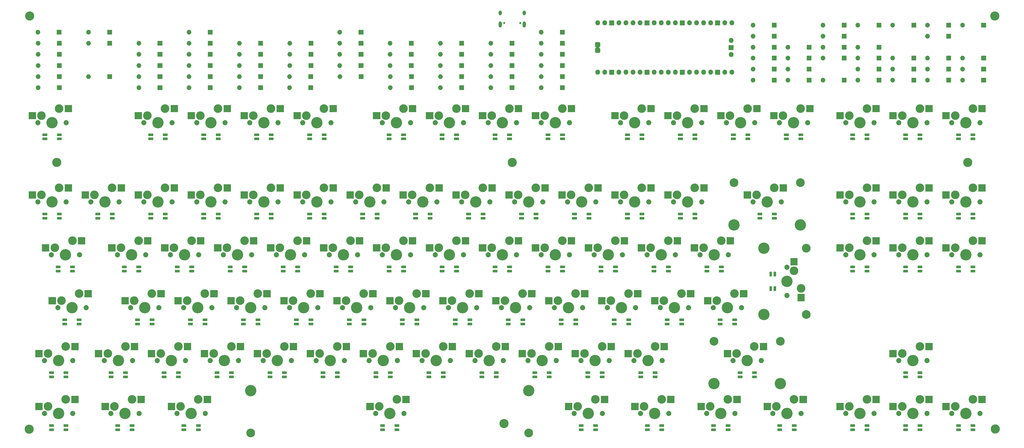
<source format=gbs>
G04 #@! TF.GenerationSoftware,KiCad,Pcbnew,(5.1.9)-1*
G04 #@! TF.CreationDate,2021-06-14T20:25:05+01:00*
G04 #@! TF.ProjectId,ENV_KB_RGB,454e565f-4b42-45f5-9247-422e6b696361,Rev.1*
G04 #@! TF.SameCoordinates,Original*
G04 #@! TF.FileFunction,Soldermask,Bot*
G04 #@! TF.FilePolarity,Negative*
%FSLAX46Y46*%
G04 Gerber Fmt 4.6, Leading zero omitted, Abs format (unit mm)*
G04 Created by KiCad (PCBNEW (5.1.9)-1) date 2021-06-14 20:25:05*
%MOMM*%
%LPD*%
G01*
G04 APERTURE LIST*
%ADD10C,4.089800*%
%ADD11C,3.150000*%
%ADD12C,1.852000*%
%ADD13C,3.102000*%
%ADD14C,0.752000*%
%ADD15O,1.102000X2.202000*%
%ADD16O,1.102000X1.702000*%
%ADD17O,1.702000X1.702000*%
%ADD18O,1.802000X1.802000*%
%ADD19C,3.302000*%
%ADD20C,0.150000*%
G04 APERTURE END LIST*
D10*
X302770000Y-146997000D03*
X302770000Y-170873000D03*
D11*
X318010000Y-146997000D03*
X318010000Y-170873000D03*
G36*
G01*
X314855000Y-163451000D02*
X317355000Y-163451000D01*
G75*
G02*
X317406000Y-163502000I0J-51000D01*
G01*
X317406000Y-166052000D01*
G75*
G02*
X317355000Y-166103000I-51000J0D01*
G01*
X314855000Y-166103000D01*
G75*
G02*
X314804000Y-166052000I0J51000D01*
G01*
X314804000Y-163502000D01*
G75*
G02*
X314855000Y-163451000I51000J0D01*
G01*
G37*
G36*
G01*
X312315000Y-150524000D02*
X314815000Y-150524000D01*
G75*
G02*
X314866000Y-150575000I0J-51000D01*
G01*
X314866000Y-153125000D01*
G75*
G02*
X314815000Y-153176000I-51000J0D01*
G01*
X312315000Y-153176000D01*
G75*
G02*
X312264000Y-153125000I0J51000D01*
G01*
X312264000Y-150575000D01*
G75*
G02*
X312315000Y-150524000I51000J0D01*
G01*
G37*
D12*
X311025000Y-164015000D03*
X311025000Y-153855000D03*
D13*
X313565000Y-155125000D03*
D10*
X311025000Y-158935000D03*
D13*
X316105000Y-161475000D03*
G36*
G01*
X379853500Y-202730000D02*
X379853500Y-200230000D01*
G75*
G02*
X379904500Y-200179000I51000J0D01*
G01*
X382454500Y-200179000D01*
G75*
G02*
X382505500Y-200230000I0J-51000D01*
G01*
X382505500Y-202730000D01*
G75*
G02*
X382454500Y-202781000I-51000J0D01*
G01*
X379904500Y-202781000D01*
G75*
G02*
X379853500Y-202730000I0J51000D01*
G01*
G37*
G36*
G01*
X366926500Y-205270000D02*
X366926500Y-202770000D01*
G75*
G02*
X366977500Y-202719000I51000J0D01*
G01*
X369527500Y-202719000D01*
G75*
G02*
X369578500Y-202770000I0J-51000D01*
G01*
X369578500Y-205270000D01*
G75*
G02*
X369527500Y-205321000I-51000J0D01*
G01*
X366977500Y-205321000D01*
G75*
G02*
X366926500Y-205270000I0J51000D01*
G01*
G37*
D12*
X380417500Y-206560000D03*
X370257500Y-206560000D03*
D13*
X371527500Y-204020000D03*
D10*
X375337500Y-206560000D03*
D13*
X377877500Y-201480000D03*
G36*
G01*
X360803500Y-202730000D02*
X360803500Y-200230000D01*
G75*
G02*
X360854500Y-200179000I51000J0D01*
G01*
X363404500Y-200179000D01*
G75*
G02*
X363455500Y-200230000I0J-51000D01*
G01*
X363455500Y-202730000D01*
G75*
G02*
X363404500Y-202781000I-51000J0D01*
G01*
X360854500Y-202781000D01*
G75*
G02*
X360803500Y-202730000I0J51000D01*
G01*
G37*
G36*
G01*
X347876500Y-205270000D02*
X347876500Y-202770000D01*
G75*
G02*
X347927500Y-202719000I51000J0D01*
G01*
X350477500Y-202719000D01*
G75*
G02*
X350528500Y-202770000I0J-51000D01*
G01*
X350528500Y-205270000D01*
G75*
G02*
X350477500Y-205321000I-51000J0D01*
G01*
X347927500Y-205321000D01*
G75*
G02*
X347876500Y-205270000I0J51000D01*
G01*
G37*
D12*
X361367500Y-206560000D03*
X351207500Y-206560000D03*
D13*
X352477500Y-204020000D03*
D10*
X356287500Y-206560000D03*
D13*
X358827500Y-201480000D03*
G36*
G01*
X341753500Y-202730000D02*
X341753500Y-200230000D01*
G75*
G02*
X341804500Y-200179000I51000J0D01*
G01*
X344354500Y-200179000D01*
G75*
G02*
X344405500Y-200230000I0J-51000D01*
G01*
X344405500Y-202730000D01*
G75*
G02*
X344354500Y-202781000I-51000J0D01*
G01*
X341804500Y-202781000D01*
G75*
G02*
X341753500Y-202730000I0J51000D01*
G01*
G37*
G36*
G01*
X328826500Y-205270000D02*
X328826500Y-202770000D01*
G75*
G02*
X328877500Y-202719000I51000J0D01*
G01*
X331427500Y-202719000D01*
G75*
G02*
X331478500Y-202770000I0J-51000D01*
G01*
X331478500Y-205270000D01*
G75*
G02*
X331427500Y-205321000I-51000J0D01*
G01*
X328877500Y-205321000D01*
G75*
G02*
X328826500Y-205270000I0J51000D01*
G01*
G37*
D12*
X342317500Y-206560000D03*
X332157500Y-206560000D03*
D13*
X333427500Y-204020000D03*
D10*
X337237500Y-206560000D03*
D13*
X339777500Y-201480000D03*
G36*
G01*
X315559750Y-202730000D02*
X315559750Y-200230000D01*
G75*
G02*
X315610750Y-200179000I51000J0D01*
G01*
X318160750Y-200179000D01*
G75*
G02*
X318211750Y-200230000I0J-51000D01*
G01*
X318211750Y-202730000D01*
G75*
G02*
X318160750Y-202781000I-51000J0D01*
G01*
X315610750Y-202781000D01*
G75*
G02*
X315559750Y-202730000I0J51000D01*
G01*
G37*
G36*
G01*
X302632750Y-205270000D02*
X302632750Y-202770000D01*
G75*
G02*
X302683750Y-202719000I51000J0D01*
G01*
X305233750Y-202719000D01*
G75*
G02*
X305284750Y-202770000I0J-51000D01*
G01*
X305284750Y-205270000D01*
G75*
G02*
X305233750Y-205321000I-51000J0D01*
G01*
X302683750Y-205321000D01*
G75*
G02*
X302632750Y-205270000I0J51000D01*
G01*
G37*
D12*
X316123750Y-206560000D03*
X305963750Y-206560000D03*
D13*
X307233750Y-204020000D03*
D10*
X311043750Y-206560000D03*
D13*
X313583750Y-201480000D03*
G36*
G01*
X291747250Y-202730000D02*
X291747250Y-200230000D01*
G75*
G02*
X291798250Y-200179000I51000J0D01*
G01*
X294348250Y-200179000D01*
G75*
G02*
X294399250Y-200230000I0J-51000D01*
G01*
X294399250Y-202730000D01*
G75*
G02*
X294348250Y-202781000I-51000J0D01*
G01*
X291798250Y-202781000D01*
G75*
G02*
X291747250Y-202730000I0J51000D01*
G01*
G37*
G36*
G01*
X278820250Y-205270000D02*
X278820250Y-202770000D01*
G75*
G02*
X278871250Y-202719000I51000J0D01*
G01*
X281421250Y-202719000D01*
G75*
G02*
X281472250Y-202770000I0J-51000D01*
G01*
X281472250Y-205270000D01*
G75*
G02*
X281421250Y-205321000I-51000J0D01*
G01*
X278871250Y-205321000D01*
G75*
G02*
X278820250Y-205270000I0J51000D01*
G01*
G37*
D12*
X292311250Y-206560000D03*
X282151250Y-206560000D03*
D13*
X283421250Y-204020000D03*
D10*
X287231250Y-206560000D03*
D13*
X289771250Y-201480000D03*
G36*
G01*
X267934750Y-202730000D02*
X267934750Y-200230000D01*
G75*
G02*
X267985750Y-200179000I51000J0D01*
G01*
X270535750Y-200179000D01*
G75*
G02*
X270586750Y-200230000I0J-51000D01*
G01*
X270586750Y-202730000D01*
G75*
G02*
X270535750Y-202781000I-51000J0D01*
G01*
X267985750Y-202781000D01*
G75*
G02*
X267934750Y-202730000I0J51000D01*
G01*
G37*
G36*
G01*
X255007750Y-205270000D02*
X255007750Y-202770000D01*
G75*
G02*
X255058750Y-202719000I51000J0D01*
G01*
X257608750Y-202719000D01*
G75*
G02*
X257659750Y-202770000I0J-51000D01*
G01*
X257659750Y-205270000D01*
G75*
G02*
X257608750Y-205321000I-51000J0D01*
G01*
X255058750Y-205321000D01*
G75*
G02*
X255007750Y-205270000I0J51000D01*
G01*
G37*
D12*
X268498750Y-206560000D03*
X258338750Y-206560000D03*
D13*
X259608750Y-204020000D03*
D10*
X263418750Y-206560000D03*
D13*
X265958750Y-201480000D03*
G36*
G01*
X244122250Y-202730000D02*
X244122250Y-200230000D01*
G75*
G02*
X244173250Y-200179000I51000J0D01*
G01*
X246723250Y-200179000D01*
G75*
G02*
X246774250Y-200230000I0J-51000D01*
G01*
X246774250Y-202730000D01*
G75*
G02*
X246723250Y-202781000I-51000J0D01*
G01*
X244173250Y-202781000D01*
G75*
G02*
X244122250Y-202730000I0J51000D01*
G01*
G37*
G36*
G01*
X231195250Y-205270000D02*
X231195250Y-202770000D01*
G75*
G02*
X231246250Y-202719000I51000J0D01*
G01*
X233796250Y-202719000D01*
G75*
G02*
X233847250Y-202770000I0J-51000D01*
G01*
X233847250Y-205270000D01*
G75*
G02*
X233796250Y-205321000I-51000J0D01*
G01*
X231246250Y-205321000D01*
G75*
G02*
X231195250Y-205270000I0J51000D01*
G01*
G37*
D12*
X244686250Y-206560000D03*
X234526250Y-206560000D03*
D13*
X235796250Y-204020000D03*
D10*
X239606250Y-206560000D03*
D13*
X242146250Y-201480000D03*
D10*
X118168850Y-198305000D03*
X218168650Y-198305000D03*
D11*
X118168850Y-213545000D03*
X218168650Y-213545000D03*
G36*
G01*
X172684750Y-202730000D02*
X172684750Y-200230000D01*
G75*
G02*
X172735750Y-200179000I51000J0D01*
G01*
X175285750Y-200179000D01*
G75*
G02*
X175336750Y-200230000I0J-51000D01*
G01*
X175336750Y-202730000D01*
G75*
G02*
X175285750Y-202781000I-51000J0D01*
G01*
X172735750Y-202781000D01*
G75*
G02*
X172684750Y-202730000I0J51000D01*
G01*
G37*
G36*
G01*
X159757750Y-205270000D02*
X159757750Y-202770000D01*
G75*
G02*
X159808750Y-202719000I51000J0D01*
G01*
X162358750Y-202719000D01*
G75*
G02*
X162409750Y-202770000I0J-51000D01*
G01*
X162409750Y-205270000D01*
G75*
G02*
X162358750Y-205321000I-51000J0D01*
G01*
X159808750Y-205321000D01*
G75*
G02*
X159757750Y-205270000I0J51000D01*
G01*
G37*
D12*
X173248750Y-206560000D03*
X163088750Y-206560000D03*
D13*
X164358750Y-204020000D03*
D10*
X168168750Y-206560000D03*
D13*
X170708750Y-201480000D03*
G36*
G01*
X101247250Y-202730000D02*
X101247250Y-200230000D01*
G75*
G02*
X101298250Y-200179000I51000J0D01*
G01*
X103848250Y-200179000D01*
G75*
G02*
X103899250Y-200230000I0J-51000D01*
G01*
X103899250Y-202730000D01*
G75*
G02*
X103848250Y-202781000I-51000J0D01*
G01*
X101298250Y-202781000D01*
G75*
G02*
X101247250Y-202730000I0J51000D01*
G01*
G37*
G36*
G01*
X88320250Y-205270000D02*
X88320250Y-202770000D01*
G75*
G02*
X88371250Y-202719000I51000J0D01*
G01*
X90921250Y-202719000D01*
G75*
G02*
X90972250Y-202770000I0J-51000D01*
G01*
X90972250Y-205270000D01*
G75*
G02*
X90921250Y-205321000I-51000J0D01*
G01*
X88371250Y-205321000D01*
G75*
G02*
X88320250Y-205270000I0J51000D01*
G01*
G37*
D12*
X101811250Y-206560000D03*
X91651250Y-206560000D03*
D13*
X92921250Y-204020000D03*
D10*
X96731250Y-206560000D03*
D13*
X99271250Y-201480000D03*
G36*
G01*
X77434750Y-202730000D02*
X77434750Y-200230000D01*
G75*
G02*
X77485750Y-200179000I51000J0D01*
G01*
X80035750Y-200179000D01*
G75*
G02*
X80086750Y-200230000I0J-51000D01*
G01*
X80086750Y-202730000D01*
G75*
G02*
X80035750Y-202781000I-51000J0D01*
G01*
X77485750Y-202781000D01*
G75*
G02*
X77434750Y-202730000I0J51000D01*
G01*
G37*
G36*
G01*
X64507750Y-205270000D02*
X64507750Y-202770000D01*
G75*
G02*
X64558750Y-202719000I51000J0D01*
G01*
X67108750Y-202719000D01*
G75*
G02*
X67159750Y-202770000I0J-51000D01*
G01*
X67159750Y-205270000D01*
G75*
G02*
X67108750Y-205321000I-51000J0D01*
G01*
X64558750Y-205321000D01*
G75*
G02*
X64507750Y-205270000I0J51000D01*
G01*
G37*
D12*
X77998750Y-206560000D03*
X67838750Y-206560000D03*
D13*
X69108750Y-204020000D03*
D10*
X72918750Y-206560000D03*
D13*
X75458750Y-201480000D03*
G36*
G01*
X53622250Y-202730000D02*
X53622250Y-200230000D01*
G75*
G02*
X53673250Y-200179000I51000J0D01*
G01*
X56223250Y-200179000D01*
G75*
G02*
X56274250Y-200230000I0J-51000D01*
G01*
X56274250Y-202730000D01*
G75*
G02*
X56223250Y-202781000I-51000J0D01*
G01*
X53673250Y-202781000D01*
G75*
G02*
X53622250Y-202730000I0J51000D01*
G01*
G37*
G36*
G01*
X40695250Y-205270000D02*
X40695250Y-202770000D01*
G75*
G02*
X40746250Y-202719000I51000J0D01*
G01*
X43296250Y-202719000D01*
G75*
G02*
X43347250Y-202770000I0J-51000D01*
G01*
X43347250Y-205270000D01*
G75*
G02*
X43296250Y-205321000I-51000J0D01*
G01*
X40746250Y-205321000D01*
G75*
G02*
X40695250Y-205270000I0J51000D01*
G01*
G37*
D12*
X54186250Y-206560000D03*
X44026250Y-206560000D03*
D13*
X45296250Y-204020000D03*
D10*
X49106250Y-206560000D03*
D13*
X51646250Y-201480000D03*
G36*
G01*
X360803500Y-183680000D02*
X360803500Y-181180000D01*
G75*
G02*
X360854500Y-181129000I51000J0D01*
G01*
X363404500Y-181129000D01*
G75*
G02*
X363455500Y-181180000I0J-51000D01*
G01*
X363455500Y-183680000D01*
G75*
G02*
X363404500Y-183731000I-51000J0D01*
G01*
X360854500Y-183731000D01*
G75*
G02*
X360803500Y-183680000I0J51000D01*
G01*
G37*
G36*
G01*
X347876500Y-186220000D02*
X347876500Y-183720000D01*
G75*
G02*
X347927500Y-183669000I51000J0D01*
G01*
X350477500Y-183669000D01*
G75*
G02*
X350528500Y-183720000I0J-51000D01*
G01*
X350528500Y-186220000D01*
G75*
G02*
X350477500Y-186271000I-51000J0D01*
G01*
X347927500Y-186271000D01*
G75*
G02*
X347876500Y-186220000I0J51000D01*
G01*
G37*
D12*
X361367500Y-187510000D03*
X351207500Y-187510000D03*
D13*
X352477500Y-184970000D03*
D10*
X356287500Y-187510000D03*
D13*
X358827500Y-182430000D03*
D10*
X284818250Y-195765000D03*
X308694250Y-195765000D03*
D11*
X284818250Y-180525000D03*
X308694250Y-180525000D03*
G36*
G01*
X301272250Y-183680000D02*
X301272250Y-181180000D01*
G75*
G02*
X301323250Y-181129000I51000J0D01*
G01*
X303873250Y-181129000D01*
G75*
G02*
X303924250Y-181180000I0J-51000D01*
G01*
X303924250Y-183680000D01*
G75*
G02*
X303873250Y-183731000I-51000J0D01*
G01*
X301323250Y-183731000D01*
G75*
G02*
X301272250Y-183680000I0J51000D01*
G01*
G37*
G36*
G01*
X288345250Y-186220000D02*
X288345250Y-183720000D01*
G75*
G02*
X288396250Y-183669000I51000J0D01*
G01*
X290946250Y-183669000D01*
G75*
G02*
X290997250Y-183720000I0J-51000D01*
G01*
X290997250Y-186220000D01*
G75*
G02*
X290946250Y-186271000I-51000J0D01*
G01*
X288396250Y-186271000D01*
G75*
G02*
X288345250Y-186220000I0J51000D01*
G01*
G37*
D12*
X301836250Y-187510000D03*
X291676250Y-187510000D03*
D13*
X292946250Y-184970000D03*
D10*
X296756250Y-187510000D03*
D13*
X299296250Y-182430000D03*
G36*
G01*
X265553500Y-183680000D02*
X265553500Y-181180000D01*
G75*
G02*
X265604500Y-181129000I51000J0D01*
G01*
X268154500Y-181129000D01*
G75*
G02*
X268205500Y-181180000I0J-51000D01*
G01*
X268205500Y-183680000D01*
G75*
G02*
X268154500Y-183731000I-51000J0D01*
G01*
X265604500Y-183731000D01*
G75*
G02*
X265553500Y-183680000I0J51000D01*
G01*
G37*
G36*
G01*
X252626500Y-186220000D02*
X252626500Y-183720000D01*
G75*
G02*
X252677500Y-183669000I51000J0D01*
G01*
X255227500Y-183669000D01*
G75*
G02*
X255278500Y-183720000I0J-51000D01*
G01*
X255278500Y-186220000D01*
G75*
G02*
X255227500Y-186271000I-51000J0D01*
G01*
X252677500Y-186271000D01*
G75*
G02*
X252626500Y-186220000I0J51000D01*
G01*
G37*
D12*
X266117500Y-187510000D03*
X255957500Y-187510000D03*
D13*
X257227500Y-184970000D03*
D10*
X261037500Y-187510000D03*
D13*
X263577500Y-182430000D03*
G36*
G01*
X246503500Y-183680000D02*
X246503500Y-181180000D01*
G75*
G02*
X246554500Y-181129000I51000J0D01*
G01*
X249104500Y-181129000D01*
G75*
G02*
X249155500Y-181180000I0J-51000D01*
G01*
X249155500Y-183680000D01*
G75*
G02*
X249104500Y-183731000I-51000J0D01*
G01*
X246554500Y-183731000D01*
G75*
G02*
X246503500Y-183680000I0J51000D01*
G01*
G37*
G36*
G01*
X233576500Y-186220000D02*
X233576500Y-183720000D01*
G75*
G02*
X233627500Y-183669000I51000J0D01*
G01*
X236177500Y-183669000D01*
G75*
G02*
X236228500Y-183720000I0J-51000D01*
G01*
X236228500Y-186220000D01*
G75*
G02*
X236177500Y-186271000I-51000J0D01*
G01*
X233627500Y-186271000D01*
G75*
G02*
X233576500Y-186220000I0J51000D01*
G01*
G37*
D12*
X247067500Y-187510000D03*
X236907500Y-187510000D03*
D13*
X238177500Y-184970000D03*
D10*
X241987500Y-187510000D03*
D13*
X244527500Y-182430000D03*
G36*
G01*
X227453500Y-183680000D02*
X227453500Y-181180000D01*
G75*
G02*
X227504500Y-181129000I51000J0D01*
G01*
X230054500Y-181129000D01*
G75*
G02*
X230105500Y-181180000I0J-51000D01*
G01*
X230105500Y-183680000D01*
G75*
G02*
X230054500Y-183731000I-51000J0D01*
G01*
X227504500Y-183731000D01*
G75*
G02*
X227453500Y-183680000I0J51000D01*
G01*
G37*
G36*
G01*
X214526500Y-186220000D02*
X214526500Y-183720000D01*
G75*
G02*
X214577500Y-183669000I51000J0D01*
G01*
X217127500Y-183669000D01*
G75*
G02*
X217178500Y-183720000I0J-51000D01*
G01*
X217178500Y-186220000D01*
G75*
G02*
X217127500Y-186271000I-51000J0D01*
G01*
X214577500Y-186271000D01*
G75*
G02*
X214526500Y-186220000I0J51000D01*
G01*
G37*
D12*
X228017500Y-187510000D03*
X217857500Y-187510000D03*
D13*
X219127500Y-184970000D03*
D10*
X222937500Y-187510000D03*
D13*
X225477500Y-182430000D03*
G36*
G01*
X208403500Y-183680000D02*
X208403500Y-181180000D01*
G75*
G02*
X208454500Y-181129000I51000J0D01*
G01*
X211004500Y-181129000D01*
G75*
G02*
X211055500Y-181180000I0J-51000D01*
G01*
X211055500Y-183680000D01*
G75*
G02*
X211004500Y-183731000I-51000J0D01*
G01*
X208454500Y-183731000D01*
G75*
G02*
X208403500Y-183680000I0J51000D01*
G01*
G37*
G36*
G01*
X195476500Y-186220000D02*
X195476500Y-183720000D01*
G75*
G02*
X195527500Y-183669000I51000J0D01*
G01*
X198077500Y-183669000D01*
G75*
G02*
X198128500Y-183720000I0J-51000D01*
G01*
X198128500Y-186220000D01*
G75*
G02*
X198077500Y-186271000I-51000J0D01*
G01*
X195527500Y-186271000D01*
G75*
G02*
X195476500Y-186220000I0J51000D01*
G01*
G37*
D12*
X208967500Y-187510000D03*
X198807500Y-187510000D03*
D13*
X200077500Y-184970000D03*
D10*
X203887500Y-187510000D03*
D13*
X206427500Y-182430000D03*
G36*
G01*
X189353500Y-183680000D02*
X189353500Y-181180000D01*
G75*
G02*
X189404500Y-181129000I51000J0D01*
G01*
X191954500Y-181129000D01*
G75*
G02*
X192005500Y-181180000I0J-51000D01*
G01*
X192005500Y-183680000D01*
G75*
G02*
X191954500Y-183731000I-51000J0D01*
G01*
X189404500Y-183731000D01*
G75*
G02*
X189353500Y-183680000I0J51000D01*
G01*
G37*
G36*
G01*
X176426500Y-186220000D02*
X176426500Y-183720000D01*
G75*
G02*
X176477500Y-183669000I51000J0D01*
G01*
X179027500Y-183669000D01*
G75*
G02*
X179078500Y-183720000I0J-51000D01*
G01*
X179078500Y-186220000D01*
G75*
G02*
X179027500Y-186271000I-51000J0D01*
G01*
X176477500Y-186271000D01*
G75*
G02*
X176426500Y-186220000I0J51000D01*
G01*
G37*
D12*
X189917500Y-187510000D03*
X179757500Y-187510000D03*
D13*
X181027500Y-184970000D03*
D10*
X184837500Y-187510000D03*
D13*
X187377500Y-182430000D03*
G36*
G01*
X170303500Y-183680000D02*
X170303500Y-181180000D01*
G75*
G02*
X170354500Y-181129000I51000J0D01*
G01*
X172904500Y-181129000D01*
G75*
G02*
X172955500Y-181180000I0J-51000D01*
G01*
X172955500Y-183680000D01*
G75*
G02*
X172904500Y-183731000I-51000J0D01*
G01*
X170354500Y-183731000D01*
G75*
G02*
X170303500Y-183680000I0J51000D01*
G01*
G37*
G36*
G01*
X157376500Y-186220000D02*
X157376500Y-183720000D01*
G75*
G02*
X157427500Y-183669000I51000J0D01*
G01*
X159977500Y-183669000D01*
G75*
G02*
X160028500Y-183720000I0J-51000D01*
G01*
X160028500Y-186220000D01*
G75*
G02*
X159977500Y-186271000I-51000J0D01*
G01*
X157427500Y-186271000D01*
G75*
G02*
X157376500Y-186220000I0J51000D01*
G01*
G37*
D12*
X170867500Y-187510000D03*
X160707500Y-187510000D03*
D13*
X161977500Y-184970000D03*
D10*
X165787500Y-187510000D03*
D13*
X168327500Y-182430000D03*
G36*
G01*
X151253500Y-183680000D02*
X151253500Y-181180000D01*
G75*
G02*
X151304500Y-181129000I51000J0D01*
G01*
X153854500Y-181129000D01*
G75*
G02*
X153905500Y-181180000I0J-51000D01*
G01*
X153905500Y-183680000D01*
G75*
G02*
X153854500Y-183731000I-51000J0D01*
G01*
X151304500Y-183731000D01*
G75*
G02*
X151253500Y-183680000I0J51000D01*
G01*
G37*
G36*
G01*
X138326500Y-186220000D02*
X138326500Y-183720000D01*
G75*
G02*
X138377500Y-183669000I51000J0D01*
G01*
X140927500Y-183669000D01*
G75*
G02*
X140978500Y-183720000I0J-51000D01*
G01*
X140978500Y-186220000D01*
G75*
G02*
X140927500Y-186271000I-51000J0D01*
G01*
X138377500Y-186271000D01*
G75*
G02*
X138326500Y-186220000I0J51000D01*
G01*
G37*
D12*
X151817500Y-187510000D03*
X141657500Y-187510000D03*
D13*
X142927500Y-184970000D03*
D10*
X146737500Y-187510000D03*
D13*
X149277500Y-182430000D03*
G36*
G01*
X132203500Y-183680000D02*
X132203500Y-181180000D01*
G75*
G02*
X132254500Y-181129000I51000J0D01*
G01*
X134804500Y-181129000D01*
G75*
G02*
X134855500Y-181180000I0J-51000D01*
G01*
X134855500Y-183680000D01*
G75*
G02*
X134804500Y-183731000I-51000J0D01*
G01*
X132254500Y-183731000D01*
G75*
G02*
X132203500Y-183680000I0J51000D01*
G01*
G37*
G36*
G01*
X119276500Y-186220000D02*
X119276500Y-183720000D01*
G75*
G02*
X119327500Y-183669000I51000J0D01*
G01*
X121877500Y-183669000D01*
G75*
G02*
X121928500Y-183720000I0J-51000D01*
G01*
X121928500Y-186220000D01*
G75*
G02*
X121877500Y-186271000I-51000J0D01*
G01*
X119327500Y-186271000D01*
G75*
G02*
X119276500Y-186220000I0J51000D01*
G01*
G37*
D12*
X132767500Y-187510000D03*
X122607500Y-187510000D03*
D13*
X123877500Y-184970000D03*
D10*
X127687500Y-187510000D03*
D13*
X130227500Y-182430000D03*
G36*
G01*
X113153500Y-183680000D02*
X113153500Y-181180000D01*
G75*
G02*
X113204500Y-181129000I51000J0D01*
G01*
X115754500Y-181129000D01*
G75*
G02*
X115805500Y-181180000I0J-51000D01*
G01*
X115805500Y-183680000D01*
G75*
G02*
X115754500Y-183731000I-51000J0D01*
G01*
X113204500Y-183731000D01*
G75*
G02*
X113153500Y-183680000I0J51000D01*
G01*
G37*
G36*
G01*
X100226500Y-186220000D02*
X100226500Y-183720000D01*
G75*
G02*
X100277500Y-183669000I51000J0D01*
G01*
X102827500Y-183669000D01*
G75*
G02*
X102878500Y-183720000I0J-51000D01*
G01*
X102878500Y-186220000D01*
G75*
G02*
X102827500Y-186271000I-51000J0D01*
G01*
X100277500Y-186271000D01*
G75*
G02*
X100226500Y-186220000I0J51000D01*
G01*
G37*
D12*
X113717500Y-187510000D03*
X103557500Y-187510000D03*
D13*
X104827500Y-184970000D03*
D10*
X108637500Y-187510000D03*
D13*
X111177500Y-182430000D03*
G36*
G01*
X94103500Y-183680000D02*
X94103500Y-181180000D01*
G75*
G02*
X94154500Y-181129000I51000J0D01*
G01*
X96704500Y-181129000D01*
G75*
G02*
X96755500Y-181180000I0J-51000D01*
G01*
X96755500Y-183680000D01*
G75*
G02*
X96704500Y-183731000I-51000J0D01*
G01*
X94154500Y-183731000D01*
G75*
G02*
X94103500Y-183680000I0J51000D01*
G01*
G37*
G36*
G01*
X81176500Y-186220000D02*
X81176500Y-183720000D01*
G75*
G02*
X81227500Y-183669000I51000J0D01*
G01*
X83777500Y-183669000D01*
G75*
G02*
X83828500Y-183720000I0J-51000D01*
G01*
X83828500Y-186220000D01*
G75*
G02*
X83777500Y-186271000I-51000J0D01*
G01*
X81227500Y-186271000D01*
G75*
G02*
X81176500Y-186220000I0J51000D01*
G01*
G37*
D12*
X94667500Y-187510000D03*
X84507500Y-187510000D03*
D13*
X85777500Y-184970000D03*
D10*
X89587500Y-187510000D03*
D13*
X92127500Y-182430000D03*
G36*
G01*
X75053500Y-183680000D02*
X75053500Y-181180000D01*
G75*
G02*
X75104500Y-181129000I51000J0D01*
G01*
X77654500Y-181129000D01*
G75*
G02*
X77705500Y-181180000I0J-51000D01*
G01*
X77705500Y-183680000D01*
G75*
G02*
X77654500Y-183731000I-51000J0D01*
G01*
X75104500Y-183731000D01*
G75*
G02*
X75053500Y-183680000I0J51000D01*
G01*
G37*
G36*
G01*
X62126500Y-186220000D02*
X62126500Y-183720000D01*
G75*
G02*
X62177500Y-183669000I51000J0D01*
G01*
X64727500Y-183669000D01*
G75*
G02*
X64778500Y-183720000I0J-51000D01*
G01*
X64778500Y-186220000D01*
G75*
G02*
X64727500Y-186271000I-51000J0D01*
G01*
X62177500Y-186271000D01*
G75*
G02*
X62126500Y-186220000I0J51000D01*
G01*
G37*
D12*
X75617500Y-187510000D03*
X65457500Y-187510000D03*
D13*
X66727500Y-184970000D03*
D10*
X70537500Y-187510000D03*
D13*
X73077500Y-182430000D03*
G36*
G01*
X53622250Y-183680000D02*
X53622250Y-181180000D01*
G75*
G02*
X53673250Y-181129000I51000J0D01*
G01*
X56223250Y-181129000D01*
G75*
G02*
X56274250Y-181180000I0J-51000D01*
G01*
X56274250Y-183680000D01*
G75*
G02*
X56223250Y-183731000I-51000J0D01*
G01*
X53673250Y-183731000D01*
G75*
G02*
X53622250Y-183680000I0J51000D01*
G01*
G37*
G36*
G01*
X40695250Y-186220000D02*
X40695250Y-183720000D01*
G75*
G02*
X40746250Y-183669000I51000J0D01*
G01*
X43296250Y-183669000D01*
G75*
G02*
X43347250Y-183720000I0J-51000D01*
G01*
X43347250Y-186220000D01*
G75*
G02*
X43296250Y-186271000I-51000J0D01*
G01*
X40746250Y-186271000D01*
G75*
G02*
X40695250Y-186220000I0J51000D01*
G01*
G37*
D12*
X54186250Y-187510000D03*
X44026250Y-187510000D03*
D13*
X45296250Y-184970000D03*
D10*
X49106250Y-187510000D03*
D13*
X51646250Y-182430000D03*
G36*
G01*
X294128500Y-164630000D02*
X294128500Y-162130000D01*
G75*
G02*
X294179500Y-162079000I51000J0D01*
G01*
X296729500Y-162079000D01*
G75*
G02*
X296780500Y-162130000I0J-51000D01*
G01*
X296780500Y-164630000D01*
G75*
G02*
X296729500Y-164681000I-51000J0D01*
G01*
X294179500Y-164681000D01*
G75*
G02*
X294128500Y-164630000I0J51000D01*
G01*
G37*
G36*
G01*
X281201500Y-167170000D02*
X281201500Y-164670000D01*
G75*
G02*
X281252500Y-164619000I51000J0D01*
G01*
X283802500Y-164619000D01*
G75*
G02*
X283853500Y-164670000I0J-51000D01*
G01*
X283853500Y-167170000D01*
G75*
G02*
X283802500Y-167221000I-51000J0D01*
G01*
X281252500Y-167221000D01*
G75*
G02*
X281201500Y-167170000I0J51000D01*
G01*
G37*
D12*
X294692500Y-168460000D03*
X284532500Y-168460000D03*
D13*
X285802500Y-165920000D03*
D10*
X289612500Y-168460000D03*
D13*
X292152500Y-163380000D03*
G36*
G01*
X275078500Y-164630000D02*
X275078500Y-162130000D01*
G75*
G02*
X275129500Y-162079000I51000J0D01*
G01*
X277679500Y-162079000D01*
G75*
G02*
X277730500Y-162130000I0J-51000D01*
G01*
X277730500Y-164630000D01*
G75*
G02*
X277679500Y-164681000I-51000J0D01*
G01*
X275129500Y-164681000D01*
G75*
G02*
X275078500Y-164630000I0J51000D01*
G01*
G37*
G36*
G01*
X262151500Y-167170000D02*
X262151500Y-164670000D01*
G75*
G02*
X262202500Y-164619000I51000J0D01*
G01*
X264752500Y-164619000D01*
G75*
G02*
X264803500Y-164670000I0J-51000D01*
G01*
X264803500Y-167170000D01*
G75*
G02*
X264752500Y-167221000I-51000J0D01*
G01*
X262202500Y-167221000D01*
G75*
G02*
X262151500Y-167170000I0J51000D01*
G01*
G37*
D12*
X275642500Y-168460000D03*
X265482500Y-168460000D03*
D13*
X266752500Y-165920000D03*
D10*
X270562500Y-168460000D03*
D13*
X273102500Y-163380000D03*
G36*
G01*
X256028500Y-164630000D02*
X256028500Y-162130000D01*
G75*
G02*
X256079500Y-162079000I51000J0D01*
G01*
X258629500Y-162079000D01*
G75*
G02*
X258680500Y-162130000I0J-51000D01*
G01*
X258680500Y-164630000D01*
G75*
G02*
X258629500Y-164681000I-51000J0D01*
G01*
X256079500Y-164681000D01*
G75*
G02*
X256028500Y-164630000I0J51000D01*
G01*
G37*
G36*
G01*
X243101500Y-167170000D02*
X243101500Y-164670000D01*
G75*
G02*
X243152500Y-164619000I51000J0D01*
G01*
X245702500Y-164619000D01*
G75*
G02*
X245753500Y-164670000I0J-51000D01*
G01*
X245753500Y-167170000D01*
G75*
G02*
X245702500Y-167221000I-51000J0D01*
G01*
X243152500Y-167221000D01*
G75*
G02*
X243101500Y-167170000I0J51000D01*
G01*
G37*
D12*
X256592500Y-168460000D03*
X246432500Y-168460000D03*
D13*
X247702500Y-165920000D03*
D10*
X251512500Y-168460000D03*
D13*
X254052500Y-163380000D03*
G36*
G01*
X236978500Y-164630000D02*
X236978500Y-162130000D01*
G75*
G02*
X237029500Y-162079000I51000J0D01*
G01*
X239579500Y-162079000D01*
G75*
G02*
X239630500Y-162130000I0J-51000D01*
G01*
X239630500Y-164630000D01*
G75*
G02*
X239579500Y-164681000I-51000J0D01*
G01*
X237029500Y-164681000D01*
G75*
G02*
X236978500Y-164630000I0J51000D01*
G01*
G37*
G36*
G01*
X224051500Y-167170000D02*
X224051500Y-164670000D01*
G75*
G02*
X224102500Y-164619000I51000J0D01*
G01*
X226652500Y-164619000D01*
G75*
G02*
X226703500Y-164670000I0J-51000D01*
G01*
X226703500Y-167170000D01*
G75*
G02*
X226652500Y-167221000I-51000J0D01*
G01*
X224102500Y-167221000D01*
G75*
G02*
X224051500Y-167170000I0J51000D01*
G01*
G37*
D12*
X237542500Y-168460000D03*
X227382500Y-168460000D03*
D13*
X228652500Y-165920000D03*
D10*
X232462500Y-168460000D03*
D13*
X235002500Y-163380000D03*
G36*
G01*
X217928500Y-164630000D02*
X217928500Y-162130000D01*
G75*
G02*
X217979500Y-162079000I51000J0D01*
G01*
X220529500Y-162079000D01*
G75*
G02*
X220580500Y-162130000I0J-51000D01*
G01*
X220580500Y-164630000D01*
G75*
G02*
X220529500Y-164681000I-51000J0D01*
G01*
X217979500Y-164681000D01*
G75*
G02*
X217928500Y-164630000I0J51000D01*
G01*
G37*
G36*
G01*
X205001500Y-167170000D02*
X205001500Y-164670000D01*
G75*
G02*
X205052500Y-164619000I51000J0D01*
G01*
X207602500Y-164619000D01*
G75*
G02*
X207653500Y-164670000I0J-51000D01*
G01*
X207653500Y-167170000D01*
G75*
G02*
X207602500Y-167221000I-51000J0D01*
G01*
X205052500Y-167221000D01*
G75*
G02*
X205001500Y-167170000I0J51000D01*
G01*
G37*
D12*
X218492500Y-168460000D03*
X208332500Y-168460000D03*
D13*
X209602500Y-165920000D03*
D10*
X213412500Y-168460000D03*
D13*
X215952500Y-163380000D03*
G36*
G01*
X198878500Y-164630000D02*
X198878500Y-162130000D01*
G75*
G02*
X198929500Y-162079000I51000J0D01*
G01*
X201479500Y-162079000D01*
G75*
G02*
X201530500Y-162130000I0J-51000D01*
G01*
X201530500Y-164630000D01*
G75*
G02*
X201479500Y-164681000I-51000J0D01*
G01*
X198929500Y-164681000D01*
G75*
G02*
X198878500Y-164630000I0J51000D01*
G01*
G37*
G36*
G01*
X185951500Y-167170000D02*
X185951500Y-164670000D01*
G75*
G02*
X186002500Y-164619000I51000J0D01*
G01*
X188552500Y-164619000D01*
G75*
G02*
X188603500Y-164670000I0J-51000D01*
G01*
X188603500Y-167170000D01*
G75*
G02*
X188552500Y-167221000I-51000J0D01*
G01*
X186002500Y-167221000D01*
G75*
G02*
X185951500Y-167170000I0J51000D01*
G01*
G37*
D12*
X199442500Y-168460000D03*
X189282500Y-168460000D03*
D13*
X190552500Y-165920000D03*
D10*
X194362500Y-168460000D03*
D13*
X196902500Y-163380000D03*
G36*
G01*
X179828500Y-164630000D02*
X179828500Y-162130000D01*
G75*
G02*
X179879500Y-162079000I51000J0D01*
G01*
X182429500Y-162079000D01*
G75*
G02*
X182480500Y-162130000I0J-51000D01*
G01*
X182480500Y-164630000D01*
G75*
G02*
X182429500Y-164681000I-51000J0D01*
G01*
X179879500Y-164681000D01*
G75*
G02*
X179828500Y-164630000I0J51000D01*
G01*
G37*
G36*
G01*
X166901500Y-167170000D02*
X166901500Y-164670000D01*
G75*
G02*
X166952500Y-164619000I51000J0D01*
G01*
X169502500Y-164619000D01*
G75*
G02*
X169553500Y-164670000I0J-51000D01*
G01*
X169553500Y-167170000D01*
G75*
G02*
X169502500Y-167221000I-51000J0D01*
G01*
X166952500Y-167221000D01*
G75*
G02*
X166901500Y-167170000I0J51000D01*
G01*
G37*
D12*
X180392500Y-168460000D03*
X170232500Y-168460000D03*
D13*
X171502500Y-165920000D03*
D10*
X175312500Y-168460000D03*
D13*
X177852500Y-163380000D03*
G36*
G01*
X160778500Y-164630000D02*
X160778500Y-162130000D01*
G75*
G02*
X160829500Y-162079000I51000J0D01*
G01*
X163379500Y-162079000D01*
G75*
G02*
X163430500Y-162130000I0J-51000D01*
G01*
X163430500Y-164630000D01*
G75*
G02*
X163379500Y-164681000I-51000J0D01*
G01*
X160829500Y-164681000D01*
G75*
G02*
X160778500Y-164630000I0J51000D01*
G01*
G37*
G36*
G01*
X147851500Y-167170000D02*
X147851500Y-164670000D01*
G75*
G02*
X147902500Y-164619000I51000J0D01*
G01*
X150452500Y-164619000D01*
G75*
G02*
X150503500Y-164670000I0J-51000D01*
G01*
X150503500Y-167170000D01*
G75*
G02*
X150452500Y-167221000I-51000J0D01*
G01*
X147902500Y-167221000D01*
G75*
G02*
X147851500Y-167170000I0J51000D01*
G01*
G37*
D12*
X161342500Y-168460000D03*
X151182500Y-168460000D03*
D13*
X152452500Y-165920000D03*
D10*
X156262500Y-168460000D03*
D13*
X158802500Y-163380000D03*
G36*
G01*
X141728500Y-164630000D02*
X141728500Y-162130000D01*
G75*
G02*
X141779500Y-162079000I51000J0D01*
G01*
X144329500Y-162079000D01*
G75*
G02*
X144380500Y-162130000I0J-51000D01*
G01*
X144380500Y-164630000D01*
G75*
G02*
X144329500Y-164681000I-51000J0D01*
G01*
X141779500Y-164681000D01*
G75*
G02*
X141728500Y-164630000I0J51000D01*
G01*
G37*
G36*
G01*
X128801500Y-167170000D02*
X128801500Y-164670000D01*
G75*
G02*
X128852500Y-164619000I51000J0D01*
G01*
X131402500Y-164619000D01*
G75*
G02*
X131453500Y-164670000I0J-51000D01*
G01*
X131453500Y-167170000D01*
G75*
G02*
X131402500Y-167221000I-51000J0D01*
G01*
X128852500Y-167221000D01*
G75*
G02*
X128801500Y-167170000I0J51000D01*
G01*
G37*
D12*
X142292500Y-168460000D03*
X132132500Y-168460000D03*
D13*
X133402500Y-165920000D03*
D10*
X137212500Y-168460000D03*
D13*
X139752500Y-163380000D03*
G36*
G01*
X122678500Y-164630000D02*
X122678500Y-162130000D01*
G75*
G02*
X122729500Y-162079000I51000J0D01*
G01*
X125279500Y-162079000D01*
G75*
G02*
X125330500Y-162130000I0J-51000D01*
G01*
X125330500Y-164630000D01*
G75*
G02*
X125279500Y-164681000I-51000J0D01*
G01*
X122729500Y-164681000D01*
G75*
G02*
X122678500Y-164630000I0J51000D01*
G01*
G37*
G36*
G01*
X109751500Y-167170000D02*
X109751500Y-164670000D01*
G75*
G02*
X109802500Y-164619000I51000J0D01*
G01*
X112352500Y-164619000D01*
G75*
G02*
X112403500Y-164670000I0J-51000D01*
G01*
X112403500Y-167170000D01*
G75*
G02*
X112352500Y-167221000I-51000J0D01*
G01*
X109802500Y-167221000D01*
G75*
G02*
X109751500Y-167170000I0J51000D01*
G01*
G37*
D12*
X123242500Y-168460000D03*
X113082500Y-168460000D03*
D13*
X114352500Y-165920000D03*
D10*
X118162500Y-168460000D03*
D13*
X120702500Y-163380000D03*
G36*
G01*
X103628500Y-164630000D02*
X103628500Y-162130000D01*
G75*
G02*
X103679500Y-162079000I51000J0D01*
G01*
X106229500Y-162079000D01*
G75*
G02*
X106280500Y-162130000I0J-51000D01*
G01*
X106280500Y-164630000D01*
G75*
G02*
X106229500Y-164681000I-51000J0D01*
G01*
X103679500Y-164681000D01*
G75*
G02*
X103628500Y-164630000I0J51000D01*
G01*
G37*
G36*
G01*
X90701500Y-167170000D02*
X90701500Y-164670000D01*
G75*
G02*
X90752500Y-164619000I51000J0D01*
G01*
X93302500Y-164619000D01*
G75*
G02*
X93353500Y-164670000I0J-51000D01*
G01*
X93353500Y-167170000D01*
G75*
G02*
X93302500Y-167221000I-51000J0D01*
G01*
X90752500Y-167221000D01*
G75*
G02*
X90701500Y-167170000I0J51000D01*
G01*
G37*
D12*
X104192500Y-168460000D03*
X94032500Y-168460000D03*
D13*
X95302500Y-165920000D03*
D10*
X99112500Y-168460000D03*
D13*
X101652500Y-163380000D03*
G36*
G01*
X84578500Y-164630000D02*
X84578500Y-162130000D01*
G75*
G02*
X84629500Y-162079000I51000J0D01*
G01*
X87179500Y-162079000D01*
G75*
G02*
X87230500Y-162130000I0J-51000D01*
G01*
X87230500Y-164630000D01*
G75*
G02*
X87179500Y-164681000I-51000J0D01*
G01*
X84629500Y-164681000D01*
G75*
G02*
X84578500Y-164630000I0J51000D01*
G01*
G37*
G36*
G01*
X71651500Y-167170000D02*
X71651500Y-164670000D01*
G75*
G02*
X71702500Y-164619000I51000J0D01*
G01*
X74252500Y-164619000D01*
G75*
G02*
X74303500Y-164670000I0J-51000D01*
G01*
X74303500Y-167170000D01*
G75*
G02*
X74252500Y-167221000I-51000J0D01*
G01*
X71702500Y-167221000D01*
G75*
G02*
X71651500Y-167170000I0J51000D01*
G01*
G37*
D12*
X85142500Y-168460000D03*
X74982500Y-168460000D03*
D13*
X76252500Y-165920000D03*
D10*
X80062500Y-168460000D03*
D13*
X82602500Y-163380000D03*
G36*
G01*
X58384750Y-164630000D02*
X58384750Y-162130000D01*
G75*
G02*
X58435750Y-162079000I51000J0D01*
G01*
X60985750Y-162079000D01*
G75*
G02*
X61036750Y-162130000I0J-51000D01*
G01*
X61036750Y-164630000D01*
G75*
G02*
X60985750Y-164681000I-51000J0D01*
G01*
X58435750Y-164681000D01*
G75*
G02*
X58384750Y-164630000I0J51000D01*
G01*
G37*
G36*
G01*
X45457750Y-167170000D02*
X45457750Y-164670000D01*
G75*
G02*
X45508750Y-164619000I51000J0D01*
G01*
X48058750Y-164619000D01*
G75*
G02*
X48109750Y-164670000I0J-51000D01*
G01*
X48109750Y-167170000D01*
G75*
G02*
X48058750Y-167221000I-51000J0D01*
G01*
X45508750Y-167221000D01*
G75*
G02*
X45457750Y-167170000I0J51000D01*
G01*
G37*
D12*
X58948750Y-168460000D03*
X48788750Y-168460000D03*
D13*
X50058750Y-165920000D03*
D10*
X53868750Y-168460000D03*
D13*
X56408750Y-163380000D03*
G36*
G01*
X379853500Y-145580000D02*
X379853500Y-143080000D01*
G75*
G02*
X379904500Y-143029000I51000J0D01*
G01*
X382454500Y-143029000D01*
G75*
G02*
X382505500Y-143080000I0J-51000D01*
G01*
X382505500Y-145580000D01*
G75*
G02*
X382454500Y-145631000I-51000J0D01*
G01*
X379904500Y-145631000D01*
G75*
G02*
X379853500Y-145580000I0J51000D01*
G01*
G37*
G36*
G01*
X366926500Y-148120000D02*
X366926500Y-145620000D01*
G75*
G02*
X366977500Y-145569000I51000J0D01*
G01*
X369527500Y-145569000D01*
G75*
G02*
X369578500Y-145620000I0J-51000D01*
G01*
X369578500Y-148120000D01*
G75*
G02*
X369527500Y-148171000I-51000J0D01*
G01*
X366977500Y-148171000D01*
G75*
G02*
X366926500Y-148120000I0J51000D01*
G01*
G37*
D12*
X380417500Y-149410000D03*
X370257500Y-149410000D03*
D13*
X371527500Y-146870000D03*
D10*
X375337500Y-149410000D03*
D13*
X377877500Y-144330000D03*
G36*
G01*
X360803500Y-145580000D02*
X360803500Y-143080000D01*
G75*
G02*
X360854500Y-143029000I51000J0D01*
G01*
X363404500Y-143029000D01*
G75*
G02*
X363455500Y-143080000I0J-51000D01*
G01*
X363455500Y-145580000D01*
G75*
G02*
X363404500Y-145631000I-51000J0D01*
G01*
X360854500Y-145631000D01*
G75*
G02*
X360803500Y-145580000I0J51000D01*
G01*
G37*
G36*
G01*
X347876500Y-148120000D02*
X347876500Y-145620000D01*
G75*
G02*
X347927500Y-145569000I51000J0D01*
G01*
X350477500Y-145569000D01*
G75*
G02*
X350528500Y-145620000I0J-51000D01*
G01*
X350528500Y-148120000D01*
G75*
G02*
X350477500Y-148171000I-51000J0D01*
G01*
X347927500Y-148171000D01*
G75*
G02*
X347876500Y-148120000I0J51000D01*
G01*
G37*
D12*
X361367500Y-149410000D03*
X351207500Y-149410000D03*
D13*
X352477500Y-146870000D03*
D10*
X356287500Y-149410000D03*
D13*
X358827500Y-144330000D03*
G36*
G01*
X341753500Y-145580000D02*
X341753500Y-143080000D01*
G75*
G02*
X341804500Y-143029000I51000J0D01*
G01*
X344354500Y-143029000D01*
G75*
G02*
X344405500Y-143080000I0J-51000D01*
G01*
X344405500Y-145580000D01*
G75*
G02*
X344354500Y-145631000I-51000J0D01*
G01*
X341804500Y-145631000D01*
G75*
G02*
X341753500Y-145580000I0J51000D01*
G01*
G37*
G36*
G01*
X328826500Y-148120000D02*
X328826500Y-145620000D01*
G75*
G02*
X328877500Y-145569000I51000J0D01*
G01*
X331427500Y-145569000D01*
G75*
G02*
X331478500Y-145620000I0J-51000D01*
G01*
X331478500Y-148120000D01*
G75*
G02*
X331427500Y-148171000I-51000J0D01*
G01*
X328877500Y-148171000D01*
G75*
G02*
X328826500Y-148120000I0J51000D01*
G01*
G37*
D12*
X342317500Y-149410000D03*
X332157500Y-149410000D03*
D13*
X333427500Y-146870000D03*
D10*
X337237500Y-149410000D03*
D13*
X339777500Y-144330000D03*
G36*
G01*
X289366000Y-145580000D02*
X289366000Y-143080000D01*
G75*
G02*
X289417000Y-143029000I51000J0D01*
G01*
X291967000Y-143029000D01*
G75*
G02*
X292018000Y-143080000I0J-51000D01*
G01*
X292018000Y-145580000D01*
G75*
G02*
X291967000Y-145631000I-51000J0D01*
G01*
X289417000Y-145631000D01*
G75*
G02*
X289366000Y-145580000I0J51000D01*
G01*
G37*
G36*
G01*
X276439000Y-148120000D02*
X276439000Y-145620000D01*
G75*
G02*
X276490000Y-145569000I51000J0D01*
G01*
X279040000Y-145569000D01*
G75*
G02*
X279091000Y-145620000I0J-51000D01*
G01*
X279091000Y-148120000D01*
G75*
G02*
X279040000Y-148171000I-51000J0D01*
G01*
X276490000Y-148171000D01*
G75*
G02*
X276439000Y-148120000I0J51000D01*
G01*
G37*
D12*
X289930000Y-149410000D03*
X279770000Y-149410000D03*
D13*
X281040000Y-146870000D03*
D10*
X284850000Y-149410000D03*
D13*
X287390000Y-144330000D03*
G36*
G01*
X270316000Y-145580000D02*
X270316000Y-143080000D01*
G75*
G02*
X270367000Y-143029000I51000J0D01*
G01*
X272917000Y-143029000D01*
G75*
G02*
X272968000Y-143080000I0J-51000D01*
G01*
X272968000Y-145580000D01*
G75*
G02*
X272917000Y-145631000I-51000J0D01*
G01*
X270367000Y-145631000D01*
G75*
G02*
X270316000Y-145580000I0J51000D01*
G01*
G37*
G36*
G01*
X257389000Y-148120000D02*
X257389000Y-145620000D01*
G75*
G02*
X257440000Y-145569000I51000J0D01*
G01*
X259990000Y-145569000D01*
G75*
G02*
X260041000Y-145620000I0J-51000D01*
G01*
X260041000Y-148120000D01*
G75*
G02*
X259990000Y-148171000I-51000J0D01*
G01*
X257440000Y-148171000D01*
G75*
G02*
X257389000Y-148120000I0J51000D01*
G01*
G37*
D12*
X270880000Y-149410000D03*
X260720000Y-149410000D03*
D13*
X261990000Y-146870000D03*
D10*
X265800000Y-149410000D03*
D13*
X268340000Y-144330000D03*
G36*
G01*
X251266000Y-145580000D02*
X251266000Y-143080000D01*
G75*
G02*
X251317000Y-143029000I51000J0D01*
G01*
X253867000Y-143029000D01*
G75*
G02*
X253918000Y-143080000I0J-51000D01*
G01*
X253918000Y-145580000D01*
G75*
G02*
X253867000Y-145631000I-51000J0D01*
G01*
X251317000Y-145631000D01*
G75*
G02*
X251266000Y-145580000I0J51000D01*
G01*
G37*
G36*
G01*
X238339000Y-148120000D02*
X238339000Y-145620000D01*
G75*
G02*
X238390000Y-145569000I51000J0D01*
G01*
X240940000Y-145569000D01*
G75*
G02*
X240991000Y-145620000I0J-51000D01*
G01*
X240991000Y-148120000D01*
G75*
G02*
X240940000Y-148171000I-51000J0D01*
G01*
X238390000Y-148171000D01*
G75*
G02*
X238339000Y-148120000I0J51000D01*
G01*
G37*
D12*
X251830000Y-149410000D03*
X241670000Y-149410000D03*
D13*
X242940000Y-146870000D03*
D10*
X246750000Y-149410000D03*
D13*
X249290000Y-144330000D03*
G36*
G01*
X232216000Y-145580000D02*
X232216000Y-143080000D01*
G75*
G02*
X232267000Y-143029000I51000J0D01*
G01*
X234817000Y-143029000D01*
G75*
G02*
X234868000Y-143080000I0J-51000D01*
G01*
X234868000Y-145580000D01*
G75*
G02*
X234817000Y-145631000I-51000J0D01*
G01*
X232267000Y-145631000D01*
G75*
G02*
X232216000Y-145580000I0J51000D01*
G01*
G37*
G36*
G01*
X219289000Y-148120000D02*
X219289000Y-145620000D01*
G75*
G02*
X219340000Y-145569000I51000J0D01*
G01*
X221890000Y-145569000D01*
G75*
G02*
X221941000Y-145620000I0J-51000D01*
G01*
X221941000Y-148120000D01*
G75*
G02*
X221890000Y-148171000I-51000J0D01*
G01*
X219340000Y-148171000D01*
G75*
G02*
X219289000Y-148120000I0J51000D01*
G01*
G37*
D12*
X232780000Y-149410000D03*
X222620000Y-149410000D03*
D13*
X223890000Y-146870000D03*
D10*
X227700000Y-149410000D03*
D13*
X230240000Y-144330000D03*
G36*
G01*
X213166000Y-145580000D02*
X213166000Y-143080000D01*
G75*
G02*
X213217000Y-143029000I51000J0D01*
G01*
X215767000Y-143029000D01*
G75*
G02*
X215818000Y-143080000I0J-51000D01*
G01*
X215818000Y-145580000D01*
G75*
G02*
X215767000Y-145631000I-51000J0D01*
G01*
X213217000Y-145631000D01*
G75*
G02*
X213166000Y-145580000I0J51000D01*
G01*
G37*
G36*
G01*
X200239000Y-148120000D02*
X200239000Y-145620000D01*
G75*
G02*
X200290000Y-145569000I51000J0D01*
G01*
X202840000Y-145569000D01*
G75*
G02*
X202891000Y-145620000I0J-51000D01*
G01*
X202891000Y-148120000D01*
G75*
G02*
X202840000Y-148171000I-51000J0D01*
G01*
X200290000Y-148171000D01*
G75*
G02*
X200239000Y-148120000I0J51000D01*
G01*
G37*
D12*
X213730000Y-149410000D03*
X203570000Y-149410000D03*
D13*
X204840000Y-146870000D03*
D10*
X208650000Y-149410000D03*
D13*
X211190000Y-144330000D03*
G36*
G01*
X194116000Y-145580000D02*
X194116000Y-143080000D01*
G75*
G02*
X194167000Y-143029000I51000J0D01*
G01*
X196717000Y-143029000D01*
G75*
G02*
X196768000Y-143080000I0J-51000D01*
G01*
X196768000Y-145580000D01*
G75*
G02*
X196717000Y-145631000I-51000J0D01*
G01*
X194167000Y-145631000D01*
G75*
G02*
X194116000Y-145580000I0J51000D01*
G01*
G37*
G36*
G01*
X181189000Y-148120000D02*
X181189000Y-145620000D01*
G75*
G02*
X181240000Y-145569000I51000J0D01*
G01*
X183790000Y-145569000D01*
G75*
G02*
X183841000Y-145620000I0J-51000D01*
G01*
X183841000Y-148120000D01*
G75*
G02*
X183790000Y-148171000I-51000J0D01*
G01*
X181240000Y-148171000D01*
G75*
G02*
X181189000Y-148120000I0J51000D01*
G01*
G37*
D12*
X194680000Y-149410000D03*
X184520000Y-149410000D03*
D13*
X185790000Y-146870000D03*
D10*
X189600000Y-149410000D03*
D13*
X192140000Y-144330000D03*
G36*
G01*
X175066000Y-145580000D02*
X175066000Y-143080000D01*
G75*
G02*
X175117000Y-143029000I51000J0D01*
G01*
X177667000Y-143029000D01*
G75*
G02*
X177718000Y-143080000I0J-51000D01*
G01*
X177718000Y-145580000D01*
G75*
G02*
X177667000Y-145631000I-51000J0D01*
G01*
X175117000Y-145631000D01*
G75*
G02*
X175066000Y-145580000I0J51000D01*
G01*
G37*
G36*
G01*
X162139000Y-148120000D02*
X162139000Y-145620000D01*
G75*
G02*
X162190000Y-145569000I51000J0D01*
G01*
X164740000Y-145569000D01*
G75*
G02*
X164791000Y-145620000I0J-51000D01*
G01*
X164791000Y-148120000D01*
G75*
G02*
X164740000Y-148171000I-51000J0D01*
G01*
X162190000Y-148171000D01*
G75*
G02*
X162139000Y-148120000I0J51000D01*
G01*
G37*
D12*
X175630000Y-149410000D03*
X165470000Y-149410000D03*
D13*
X166740000Y-146870000D03*
D10*
X170550000Y-149410000D03*
D13*
X173090000Y-144330000D03*
G36*
G01*
X156016000Y-145580000D02*
X156016000Y-143080000D01*
G75*
G02*
X156067000Y-143029000I51000J0D01*
G01*
X158617000Y-143029000D01*
G75*
G02*
X158668000Y-143080000I0J-51000D01*
G01*
X158668000Y-145580000D01*
G75*
G02*
X158617000Y-145631000I-51000J0D01*
G01*
X156067000Y-145631000D01*
G75*
G02*
X156016000Y-145580000I0J51000D01*
G01*
G37*
G36*
G01*
X143089000Y-148120000D02*
X143089000Y-145620000D01*
G75*
G02*
X143140000Y-145569000I51000J0D01*
G01*
X145690000Y-145569000D01*
G75*
G02*
X145741000Y-145620000I0J-51000D01*
G01*
X145741000Y-148120000D01*
G75*
G02*
X145690000Y-148171000I-51000J0D01*
G01*
X143140000Y-148171000D01*
G75*
G02*
X143089000Y-148120000I0J51000D01*
G01*
G37*
D12*
X156580000Y-149410000D03*
X146420000Y-149410000D03*
D13*
X147690000Y-146870000D03*
D10*
X151500000Y-149410000D03*
D13*
X154040000Y-144330000D03*
G36*
G01*
X136966000Y-145580000D02*
X136966000Y-143080000D01*
G75*
G02*
X137017000Y-143029000I51000J0D01*
G01*
X139567000Y-143029000D01*
G75*
G02*
X139618000Y-143080000I0J-51000D01*
G01*
X139618000Y-145580000D01*
G75*
G02*
X139567000Y-145631000I-51000J0D01*
G01*
X137017000Y-145631000D01*
G75*
G02*
X136966000Y-145580000I0J51000D01*
G01*
G37*
G36*
G01*
X124039000Y-148120000D02*
X124039000Y-145620000D01*
G75*
G02*
X124090000Y-145569000I51000J0D01*
G01*
X126640000Y-145569000D01*
G75*
G02*
X126691000Y-145620000I0J-51000D01*
G01*
X126691000Y-148120000D01*
G75*
G02*
X126640000Y-148171000I-51000J0D01*
G01*
X124090000Y-148171000D01*
G75*
G02*
X124039000Y-148120000I0J51000D01*
G01*
G37*
D12*
X137530000Y-149410000D03*
X127370000Y-149410000D03*
D13*
X128640000Y-146870000D03*
D10*
X132450000Y-149410000D03*
D13*
X134990000Y-144330000D03*
G36*
G01*
X117916000Y-145580000D02*
X117916000Y-143080000D01*
G75*
G02*
X117967000Y-143029000I51000J0D01*
G01*
X120517000Y-143029000D01*
G75*
G02*
X120568000Y-143080000I0J-51000D01*
G01*
X120568000Y-145580000D01*
G75*
G02*
X120517000Y-145631000I-51000J0D01*
G01*
X117967000Y-145631000D01*
G75*
G02*
X117916000Y-145580000I0J51000D01*
G01*
G37*
G36*
G01*
X104989000Y-148120000D02*
X104989000Y-145620000D01*
G75*
G02*
X105040000Y-145569000I51000J0D01*
G01*
X107590000Y-145569000D01*
G75*
G02*
X107641000Y-145620000I0J-51000D01*
G01*
X107641000Y-148120000D01*
G75*
G02*
X107590000Y-148171000I-51000J0D01*
G01*
X105040000Y-148171000D01*
G75*
G02*
X104989000Y-148120000I0J51000D01*
G01*
G37*
D12*
X118480000Y-149410000D03*
X108320000Y-149410000D03*
D13*
X109590000Y-146870000D03*
D10*
X113400000Y-149410000D03*
D13*
X115940000Y-144330000D03*
G36*
G01*
X98866000Y-145580000D02*
X98866000Y-143080000D01*
G75*
G02*
X98917000Y-143029000I51000J0D01*
G01*
X101467000Y-143029000D01*
G75*
G02*
X101518000Y-143080000I0J-51000D01*
G01*
X101518000Y-145580000D01*
G75*
G02*
X101467000Y-145631000I-51000J0D01*
G01*
X98917000Y-145631000D01*
G75*
G02*
X98866000Y-145580000I0J51000D01*
G01*
G37*
G36*
G01*
X85939000Y-148120000D02*
X85939000Y-145620000D01*
G75*
G02*
X85990000Y-145569000I51000J0D01*
G01*
X88540000Y-145569000D01*
G75*
G02*
X88591000Y-145620000I0J-51000D01*
G01*
X88591000Y-148120000D01*
G75*
G02*
X88540000Y-148171000I-51000J0D01*
G01*
X85990000Y-148171000D01*
G75*
G02*
X85939000Y-148120000I0J51000D01*
G01*
G37*
D12*
X99430000Y-149410000D03*
X89270000Y-149410000D03*
D13*
X90540000Y-146870000D03*
D10*
X94350000Y-149410000D03*
D13*
X96890000Y-144330000D03*
G36*
G01*
X79816000Y-145580000D02*
X79816000Y-143080000D01*
G75*
G02*
X79867000Y-143029000I51000J0D01*
G01*
X82417000Y-143029000D01*
G75*
G02*
X82468000Y-143080000I0J-51000D01*
G01*
X82468000Y-145580000D01*
G75*
G02*
X82417000Y-145631000I-51000J0D01*
G01*
X79867000Y-145631000D01*
G75*
G02*
X79816000Y-145580000I0J51000D01*
G01*
G37*
G36*
G01*
X66889000Y-148120000D02*
X66889000Y-145620000D01*
G75*
G02*
X66940000Y-145569000I51000J0D01*
G01*
X69490000Y-145569000D01*
G75*
G02*
X69541000Y-145620000I0J-51000D01*
G01*
X69541000Y-148120000D01*
G75*
G02*
X69490000Y-148171000I-51000J0D01*
G01*
X66940000Y-148171000D01*
G75*
G02*
X66889000Y-148120000I0J51000D01*
G01*
G37*
D12*
X80380000Y-149410000D03*
X70220000Y-149410000D03*
D13*
X71490000Y-146870000D03*
D10*
X75300000Y-149410000D03*
D13*
X77840000Y-144330000D03*
G36*
G01*
X56003500Y-145580000D02*
X56003500Y-143080000D01*
G75*
G02*
X56054500Y-143029000I51000J0D01*
G01*
X58604500Y-143029000D01*
G75*
G02*
X58655500Y-143080000I0J-51000D01*
G01*
X58655500Y-145580000D01*
G75*
G02*
X58604500Y-145631000I-51000J0D01*
G01*
X56054500Y-145631000D01*
G75*
G02*
X56003500Y-145580000I0J51000D01*
G01*
G37*
G36*
G01*
X43076500Y-148120000D02*
X43076500Y-145620000D01*
G75*
G02*
X43127500Y-145569000I51000J0D01*
G01*
X45677500Y-145569000D01*
G75*
G02*
X45728500Y-145620000I0J-51000D01*
G01*
X45728500Y-148120000D01*
G75*
G02*
X45677500Y-148171000I-51000J0D01*
G01*
X43127500Y-148171000D01*
G75*
G02*
X43076500Y-148120000I0J51000D01*
G01*
G37*
D12*
X56567500Y-149410000D03*
X46407500Y-149410000D03*
D13*
X47677500Y-146870000D03*
D10*
X51487500Y-149410000D03*
D13*
X54027500Y-144330000D03*
G36*
G01*
X379853500Y-126530000D02*
X379853500Y-124030000D01*
G75*
G02*
X379904500Y-123979000I51000J0D01*
G01*
X382454500Y-123979000D01*
G75*
G02*
X382505500Y-124030000I0J-51000D01*
G01*
X382505500Y-126530000D01*
G75*
G02*
X382454500Y-126581000I-51000J0D01*
G01*
X379904500Y-126581000D01*
G75*
G02*
X379853500Y-126530000I0J51000D01*
G01*
G37*
G36*
G01*
X366926500Y-129070000D02*
X366926500Y-126570000D01*
G75*
G02*
X366977500Y-126519000I51000J0D01*
G01*
X369527500Y-126519000D01*
G75*
G02*
X369578500Y-126570000I0J-51000D01*
G01*
X369578500Y-129070000D01*
G75*
G02*
X369527500Y-129121000I-51000J0D01*
G01*
X366977500Y-129121000D01*
G75*
G02*
X366926500Y-129070000I0J51000D01*
G01*
G37*
D12*
X380417500Y-130360000D03*
X370257500Y-130360000D03*
D13*
X371527500Y-127820000D03*
D10*
X375337500Y-130360000D03*
D13*
X377877500Y-125280000D03*
G36*
G01*
X360803500Y-126530000D02*
X360803500Y-124030000D01*
G75*
G02*
X360854500Y-123979000I51000J0D01*
G01*
X363404500Y-123979000D01*
G75*
G02*
X363455500Y-124030000I0J-51000D01*
G01*
X363455500Y-126530000D01*
G75*
G02*
X363404500Y-126581000I-51000J0D01*
G01*
X360854500Y-126581000D01*
G75*
G02*
X360803500Y-126530000I0J51000D01*
G01*
G37*
G36*
G01*
X347876500Y-129070000D02*
X347876500Y-126570000D01*
G75*
G02*
X347927500Y-126519000I51000J0D01*
G01*
X350477500Y-126519000D01*
G75*
G02*
X350528500Y-126570000I0J-51000D01*
G01*
X350528500Y-129070000D01*
G75*
G02*
X350477500Y-129121000I-51000J0D01*
G01*
X347927500Y-129121000D01*
G75*
G02*
X347876500Y-129070000I0J51000D01*
G01*
G37*
D12*
X361367500Y-130360000D03*
X351207500Y-130360000D03*
D13*
X352477500Y-127820000D03*
D10*
X356287500Y-130360000D03*
D13*
X358827500Y-125280000D03*
G36*
G01*
X341753500Y-126530000D02*
X341753500Y-124030000D01*
G75*
G02*
X341804500Y-123979000I51000J0D01*
G01*
X344354500Y-123979000D01*
G75*
G02*
X344405500Y-124030000I0J-51000D01*
G01*
X344405500Y-126530000D01*
G75*
G02*
X344354500Y-126581000I-51000J0D01*
G01*
X341804500Y-126581000D01*
G75*
G02*
X341753500Y-126530000I0J51000D01*
G01*
G37*
G36*
G01*
X328826500Y-129070000D02*
X328826500Y-126570000D01*
G75*
G02*
X328877500Y-126519000I51000J0D01*
G01*
X331427500Y-126519000D01*
G75*
G02*
X331478500Y-126570000I0J-51000D01*
G01*
X331478500Y-129070000D01*
G75*
G02*
X331427500Y-129121000I-51000J0D01*
G01*
X328877500Y-129121000D01*
G75*
G02*
X328826500Y-129070000I0J51000D01*
G01*
G37*
D12*
X342317500Y-130360000D03*
X332157500Y-130360000D03*
D13*
X333427500Y-127820000D03*
D10*
X337237500Y-130360000D03*
D13*
X339777500Y-125280000D03*
D10*
X291962000Y-138615000D03*
X315838000Y-138615000D03*
D11*
X291962000Y-123375000D03*
X315838000Y-123375000D03*
G36*
G01*
X308416000Y-126530000D02*
X308416000Y-124030000D01*
G75*
G02*
X308467000Y-123979000I51000J0D01*
G01*
X311017000Y-123979000D01*
G75*
G02*
X311068000Y-124030000I0J-51000D01*
G01*
X311068000Y-126530000D01*
G75*
G02*
X311017000Y-126581000I-51000J0D01*
G01*
X308467000Y-126581000D01*
G75*
G02*
X308416000Y-126530000I0J51000D01*
G01*
G37*
G36*
G01*
X295489000Y-129070000D02*
X295489000Y-126570000D01*
G75*
G02*
X295540000Y-126519000I51000J0D01*
G01*
X298090000Y-126519000D01*
G75*
G02*
X298141000Y-126570000I0J-51000D01*
G01*
X298141000Y-129070000D01*
G75*
G02*
X298090000Y-129121000I-51000J0D01*
G01*
X295540000Y-129121000D01*
G75*
G02*
X295489000Y-129070000I0J51000D01*
G01*
G37*
D12*
X308980000Y-130360000D03*
X298820000Y-130360000D03*
D13*
X300090000Y-127820000D03*
D10*
X303900000Y-130360000D03*
D13*
X306440000Y-125280000D03*
G36*
G01*
X279841000Y-126530000D02*
X279841000Y-124030000D01*
G75*
G02*
X279892000Y-123979000I51000J0D01*
G01*
X282442000Y-123979000D01*
G75*
G02*
X282493000Y-124030000I0J-51000D01*
G01*
X282493000Y-126530000D01*
G75*
G02*
X282442000Y-126581000I-51000J0D01*
G01*
X279892000Y-126581000D01*
G75*
G02*
X279841000Y-126530000I0J51000D01*
G01*
G37*
G36*
G01*
X266914000Y-129070000D02*
X266914000Y-126570000D01*
G75*
G02*
X266965000Y-126519000I51000J0D01*
G01*
X269515000Y-126519000D01*
G75*
G02*
X269566000Y-126570000I0J-51000D01*
G01*
X269566000Y-129070000D01*
G75*
G02*
X269515000Y-129121000I-51000J0D01*
G01*
X266965000Y-129121000D01*
G75*
G02*
X266914000Y-129070000I0J51000D01*
G01*
G37*
D12*
X280405000Y-130360000D03*
X270245000Y-130360000D03*
D13*
X271515000Y-127820000D03*
D10*
X275325000Y-130360000D03*
D13*
X277865000Y-125280000D03*
G36*
G01*
X260791000Y-126530000D02*
X260791000Y-124030000D01*
G75*
G02*
X260842000Y-123979000I51000J0D01*
G01*
X263392000Y-123979000D01*
G75*
G02*
X263443000Y-124030000I0J-51000D01*
G01*
X263443000Y-126530000D01*
G75*
G02*
X263392000Y-126581000I-51000J0D01*
G01*
X260842000Y-126581000D01*
G75*
G02*
X260791000Y-126530000I0J51000D01*
G01*
G37*
G36*
G01*
X247864000Y-129070000D02*
X247864000Y-126570000D01*
G75*
G02*
X247915000Y-126519000I51000J0D01*
G01*
X250465000Y-126519000D01*
G75*
G02*
X250516000Y-126570000I0J-51000D01*
G01*
X250516000Y-129070000D01*
G75*
G02*
X250465000Y-129121000I-51000J0D01*
G01*
X247915000Y-129121000D01*
G75*
G02*
X247864000Y-129070000I0J51000D01*
G01*
G37*
D12*
X261355000Y-130360000D03*
X251195000Y-130360000D03*
D13*
X252465000Y-127820000D03*
D10*
X256275000Y-130360000D03*
D13*
X258815000Y-125280000D03*
G36*
G01*
X241741000Y-126530000D02*
X241741000Y-124030000D01*
G75*
G02*
X241792000Y-123979000I51000J0D01*
G01*
X244342000Y-123979000D01*
G75*
G02*
X244393000Y-124030000I0J-51000D01*
G01*
X244393000Y-126530000D01*
G75*
G02*
X244342000Y-126581000I-51000J0D01*
G01*
X241792000Y-126581000D01*
G75*
G02*
X241741000Y-126530000I0J51000D01*
G01*
G37*
G36*
G01*
X228814000Y-129070000D02*
X228814000Y-126570000D01*
G75*
G02*
X228865000Y-126519000I51000J0D01*
G01*
X231415000Y-126519000D01*
G75*
G02*
X231466000Y-126570000I0J-51000D01*
G01*
X231466000Y-129070000D01*
G75*
G02*
X231415000Y-129121000I-51000J0D01*
G01*
X228865000Y-129121000D01*
G75*
G02*
X228814000Y-129070000I0J51000D01*
G01*
G37*
D12*
X242305000Y-130360000D03*
X232145000Y-130360000D03*
D13*
X233415000Y-127820000D03*
D10*
X237225000Y-130360000D03*
D13*
X239765000Y-125280000D03*
G36*
G01*
X222691000Y-126530000D02*
X222691000Y-124030000D01*
G75*
G02*
X222742000Y-123979000I51000J0D01*
G01*
X225292000Y-123979000D01*
G75*
G02*
X225343000Y-124030000I0J-51000D01*
G01*
X225343000Y-126530000D01*
G75*
G02*
X225292000Y-126581000I-51000J0D01*
G01*
X222742000Y-126581000D01*
G75*
G02*
X222691000Y-126530000I0J51000D01*
G01*
G37*
G36*
G01*
X209764000Y-129070000D02*
X209764000Y-126570000D01*
G75*
G02*
X209815000Y-126519000I51000J0D01*
G01*
X212365000Y-126519000D01*
G75*
G02*
X212416000Y-126570000I0J-51000D01*
G01*
X212416000Y-129070000D01*
G75*
G02*
X212365000Y-129121000I-51000J0D01*
G01*
X209815000Y-129121000D01*
G75*
G02*
X209764000Y-129070000I0J51000D01*
G01*
G37*
D12*
X223255000Y-130360000D03*
X213095000Y-130360000D03*
D13*
X214365000Y-127820000D03*
D10*
X218175000Y-130360000D03*
D13*
X220715000Y-125280000D03*
G36*
G01*
X203641000Y-126530000D02*
X203641000Y-124030000D01*
G75*
G02*
X203692000Y-123979000I51000J0D01*
G01*
X206242000Y-123979000D01*
G75*
G02*
X206293000Y-124030000I0J-51000D01*
G01*
X206293000Y-126530000D01*
G75*
G02*
X206242000Y-126581000I-51000J0D01*
G01*
X203692000Y-126581000D01*
G75*
G02*
X203641000Y-126530000I0J51000D01*
G01*
G37*
G36*
G01*
X190714000Y-129070000D02*
X190714000Y-126570000D01*
G75*
G02*
X190765000Y-126519000I51000J0D01*
G01*
X193315000Y-126519000D01*
G75*
G02*
X193366000Y-126570000I0J-51000D01*
G01*
X193366000Y-129070000D01*
G75*
G02*
X193315000Y-129121000I-51000J0D01*
G01*
X190765000Y-129121000D01*
G75*
G02*
X190714000Y-129070000I0J51000D01*
G01*
G37*
D12*
X204205000Y-130360000D03*
X194045000Y-130360000D03*
D13*
X195315000Y-127820000D03*
D10*
X199125000Y-130360000D03*
D13*
X201665000Y-125280000D03*
G36*
G01*
X184591000Y-126530000D02*
X184591000Y-124030000D01*
G75*
G02*
X184642000Y-123979000I51000J0D01*
G01*
X187192000Y-123979000D01*
G75*
G02*
X187243000Y-124030000I0J-51000D01*
G01*
X187243000Y-126530000D01*
G75*
G02*
X187192000Y-126581000I-51000J0D01*
G01*
X184642000Y-126581000D01*
G75*
G02*
X184591000Y-126530000I0J51000D01*
G01*
G37*
G36*
G01*
X171664000Y-129070000D02*
X171664000Y-126570000D01*
G75*
G02*
X171715000Y-126519000I51000J0D01*
G01*
X174265000Y-126519000D01*
G75*
G02*
X174316000Y-126570000I0J-51000D01*
G01*
X174316000Y-129070000D01*
G75*
G02*
X174265000Y-129121000I-51000J0D01*
G01*
X171715000Y-129121000D01*
G75*
G02*
X171664000Y-129070000I0J51000D01*
G01*
G37*
D12*
X185155000Y-130360000D03*
X174995000Y-130360000D03*
D13*
X176265000Y-127820000D03*
D10*
X180075000Y-130360000D03*
D13*
X182615000Y-125280000D03*
G36*
G01*
X165541000Y-126530000D02*
X165541000Y-124030000D01*
G75*
G02*
X165592000Y-123979000I51000J0D01*
G01*
X168142000Y-123979000D01*
G75*
G02*
X168193000Y-124030000I0J-51000D01*
G01*
X168193000Y-126530000D01*
G75*
G02*
X168142000Y-126581000I-51000J0D01*
G01*
X165592000Y-126581000D01*
G75*
G02*
X165541000Y-126530000I0J51000D01*
G01*
G37*
G36*
G01*
X152614000Y-129070000D02*
X152614000Y-126570000D01*
G75*
G02*
X152665000Y-126519000I51000J0D01*
G01*
X155215000Y-126519000D01*
G75*
G02*
X155266000Y-126570000I0J-51000D01*
G01*
X155266000Y-129070000D01*
G75*
G02*
X155215000Y-129121000I-51000J0D01*
G01*
X152665000Y-129121000D01*
G75*
G02*
X152614000Y-129070000I0J51000D01*
G01*
G37*
D12*
X166105000Y-130360000D03*
X155945000Y-130360000D03*
D13*
X157215000Y-127820000D03*
D10*
X161025000Y-130360000D03*
D13*
X163565000Y-125280000D03*
G36*
G01*
X146491000Y-126530000D02*
X146491000Y-124030000D01*
G75*
G02*
X146542000Y-123979000I51000J0D01*
G01*
X149092000Y-123979000D01*
G75*
G02*
X149143000Y-124030000I0J-51000D01*
G01*
X149143000Y-126530000D01*
G75*
G02*
X149092000Y-126581000I-51000J0D01*
G01*
X146542000Y-126581000D01*
G75*
G02*
X146491000Y-126530000I0J51000D01*
G01*
G37*
G36*
G01*
X133564000Y-129070000D02*
X133564000Y-126570000D01*
G75*
G02*
X133615000Y-126519000I51000J0D01*
G01*
X136165000Y-126519000D01*
G75*
G02*
X136216000Y-126570000I0J-51000D01*
G01*
X136216000Y-129070000D01*
G75*
G02*
X136165000Y-129121000I-51000J0D01*
G01*
X133615000Y-129121000D01*
G75*
G02*
X133564000Y-129070000I0J51000D01*
G01*
G37*
D12*
X147055000Y-130360000D03*
X136895000Y-130360000D03*
D13*
X138165000Y-127820000D03*
D10*
X141975000Y-130360000D03*
D13*
X144515000Y-125280000D03*
G36*
G01*
X127441000Y-126530000D02*
X127441000Y-124030000D01*
G75*
G02*
X127492000Y-123979000I51000J0D01*
G01*
X130042000Y-123979000D01*
G75*
G02*
X130093000Y-124030000I0J-51000D01*
G01*
X130093000Y-126530000D01*
G75*
G02*
X130042000Y-126581000I-51000J0D01*
G01*
X127492000Y-126581000D01*
G75*
G02*
X127441000Y-126530000I0J51000D01*
G01*
G37*
G36*
G01*
X114514000Y-129070000D02*
X114514000Y-126570000D01*
G75*
G02*
X114565000Y-126519000I51000J0D01*
G01*
X117115000Y-126519000D01*
G75*
G02*
X117166000Y-126570000I0J-51000D01*
G01*
X117166000Y-129070000D01*
G75*
G02*
X117115000Y-129121000I-51000J0D01*
G01*
X114565000Y-129121000D01*
G75*
G02*
X114514000Y-129070000I0J51000D01*
G01*
G37*
D12*
X128005000Y-130360000D03*
X117845000Y-130360000D03*
D13*
X119115000Y-127820000D03*
D10*
X122925000Y-130360000D03*
D13*
X125465000Y-125280000D03*
G36*
G01*
X108391000Y-126530000D02*
X108391000Y-124030000D01*
G75*
G02*
X108442000Y-123979000I51000J0D01*
G01*
X110992000Y-123979000D01*
G75*
G02*
X111043000Y-124030000I0J-51000D01*
G01*
X111043000Y-126530000D01*
G75*
G02*
X110992000Y-126581000I-51000J0D01*
G01*
X108442000Y-126581000D01*
G75*
G02*
X108391000Y-126530000I0J51000D01*
G01*
G37*
G36*
G01*
X95464000Y-129070000D02*
X95464000Y-126570000D01*
G75*
G02*
X95515000Y-126519000I51000J0D01*
G01*
X98065000Y-126519000D01*
G75*
G02*
X98116000Y-126570000I0J-51000D01*
G01*
X98116000Y-129070000D01*
G75*
G02*
X98065000Y-129121000I-51000J0D01*
G01*
X95515000Y-129121000D01*
G75*
G02*
X95464000Y-129070000I0J51000D01*
G01*
G37*
D12*
X108955000Y-130360000D03*
X98795000Y-130360000D03*
D13*
X100065000Y-127820000D03*
D10*
X103875000Y-130360000D03*
D13*
X106415000Y-125280000D03*
G36*
G01*
X89341000Y-126530000D02*
X89341000Y-124030000D01*
G75*
G02*
X89392000Y-123979000I51000J0D01*
G01*
X91942000Y-123979000D01*
G75*
G02*
X91993000Y-124030000I0J-51000D01*
G01*
X91993000Y-126530000D01*
G75*
G02*
X91942000Y-126581000I-51000J0D01*
G01*
X89392000Y-126581000D01*
G75*
G02*
X89341000Y-126530000I0J51000D01*
G01*
G37*
G36*
G01*
X76414000Y-129070000D02*
X76414000Y-126570000D01*
G75*
G02*
X76465000Y-126519000I51000J0D01*
G01*
X79015000Y-126519000D01*
G75*
G02*
X79066000Y-126570000I0J-51000D01*
G01*
X79066000Y-129070000D01*
G75*
G02*
X79015000Y-129121000I-51000J0D01*
G01*
X76465000Y-129121000D01*
G75*
G02*
X76414000Y-129070000I0J51000D01*
G01*
G37*
D12*
X89905000Y-130360000D03*
X79745000Y-130360000D03*
D13*
X81015000Y-127820000D03*
D10*
X84825000Y-130360000D03*
D13*
X87365000Y-125280000D03*
G36*
G01*
X70291000Y-126530000D02*
X70291000Y-124030000D01*
G75*
G02*
X70342000Y-123979000I51000J0D01*
G01*
X72892000Y-123979000D01*
G75*
G02*
X72943000Y-124030000I0J-51000D01*
G01*
X72943000Y-126530000D01*
G75*
G02*
X72892000Y-126581000I-51000J0D01*
G01*
X70342000Y-126581000D01*
G75*
G02*
X70291000Y-126530000I0J51000D01*
G01*
G37*
G36*
G01*
X57364000Y-129070000D02*
X57364000Y-126570000D01*
G75*
G02*
X57415000Y-126519000I51000J0D01*
G01*
X59965000Y-126519000D01*
G75*
G02*
X60016000Y-126570000I0J-51000D01*
G01*
X60016000Y-129070000D01*
G75*
G02*
X59965000Y-129121000I-51000J0D01*
G01*
X57415000Y-129121000D01*
G75*
G02*
X57364000Y-129070000I0J51000D01*
G01*
G37*
D12*
X70855000Y-130360000D03*
X60695000Y-130360000D03*
D13*
X61965000Y-127820000D03*
D10*
X65775000Y-130360000D03*
D13*
X68315000Y-125280000D03*
G36*
G01*
X51241000Y-126530000D02*
X51241000Y-124030000D01*
G75*
G02*
X51292000Y-123979000I51000J0D01*
G01*
X53842000Y-123979000D01*
G75*
G02*
X53893000Y-124030000I0J-51000D01*
G01*
X53893000Y-126530000D01*
G75*
G02*
X53842000Y-126581000I-51000J0D01*
G01*
X51292000Y-126581000D01*
G75*
G02*
X51241000Y-126530000I0J51000D01*
G01*
G37*
G36*
G01*
X38314000Y-129070000D02*
X38314000Y-126570000D01*
G75*
G02*
X38365000Y-126519000I51000J0D01*
G01*
X40915000Y-126519000D01*
G75*
G02*
X40966000Y-126570000I0J-51000D01*
G01*
X40966000Y-129070000D01*
G75*
G02*
X40915000Y-129121000I-51000J0D01*
G01*
X38365000Y-129121000D01*
G75*
G02*
X38314000Y-129070000I0J51000D01*
G01*
G37*
D12*
X51805000Y-130360000D03*
X41645000Y-130360000D03*
D13*
X42915000Y-127820000D03*
D10*
X46725000Y-130360000D03*
D13*
X49265000Y-125280000D03*
G36*
G01*
X379853500Y-97955000D02*
X379853500Y-95455000D01*
G75*
G02*
X379904500Y-95404000I51000J0D01*
G01*
X382454500Y-95404000D01*
G75*
G02*
X382505500Y-95455000I0J-51000D01*
G01*
X382505500Y-97955000D01*
G75*
G02*
X382454500Y-98006000I-51000J0D01*
G01*
X379904500Y-98006000D01*
G75*
G02*
X379853500Y-97955000I0J51000D01*
G01*
G37*
G36*
G01*
X366926500Y-100495000D02*
X366926500Y-97995000D01*
G75*
G02*
X366977500Y-97944000I51000J0D01*
G01*
X369527500Y-97944000D01*
G75*
G02*
X369578500Y-97995000I0J-51000D01*
G01*
X369578500Y-100495000D01*
G75*
G02*
X369527500Y-100546000I-51000J0D01*
G01*
X366977500Y-100546000D01*
G75*
G02*
X366926500Y-100495000I0J51000D01*
G01*
G37*
D12*
X380417500Y-101785000D03*
X370257500Y-101785000D03*
D13*
X371527500Y-99245000D03*
D10*
X375337500Y-101785000D03*
D13*
X377877500Y-96705000D03*
G36*
G01*
X360803500Y-97955000D02*
X360803500Y-95455000D01*
G75*
G02*
X360854500Y-95404000I51000J0D01*
G01*
X363404500Y-95404000D01*
G75*
G02*
X363455500Y-95455000I0J-51000D01*
G01*
X363455500Y-97955000D01*
G75*
G02*
X363404500Y-98006000I-51000J0D01*
G01*
X360854500Y-98006000D01*
G75*
G02*
X360803500Y-97955000I0J51000D01*
G01*
G37*
G36*
G01*
X347876500Y-100495000D02*
X347876500Y-97995000D01*
G75*
G02*
X347927500Y-97944000I51000J0D01*
G01*
X350477500Y-97944000D01*
G75*
G02*
X350528500Y-97995000I0J-51000D01*
G01*
X350528500Y-100495000D01*
G75*
G02*
X350477500Y-100546000I-51000J0D01*
G01*
X347927500Y-100546000D01*
G75*
G02*
X347876500Y-100495000I0J51000D01*
G01*
G37*
D12*
X361367500Y-101785000D03*
X351207500Y-101785000D03*
D13*
X352477500Y-99245000D03*
D10*
X356287500Y-101785000D03*
D13*
X358827500Y-96705000D03*
G36*
G01*
X341753500Y-97955000D02*
X341753500Y-95455000D01*
G75*
G02*
X341804500Y-95404000I51000J0D01*
G01*
X344354500Y-95404000D01*
G75*
G02*
X344405500Y-95455000I0J-51000D01*
G01*
X344405500Y-97955000D01*
G75*
G02*
X344354500Y-98006000I-51000J0D01*
G01*
X341804500Y-98006000D01*
G75*
G02*
X341753500Y-97955000I0J51000D01*
G01*
G37*
G36*
G01*
X328826500Y-100495000D02*
X328826500Y-97995000D01*
G75*
G02*
X328877500Y-97944000I51000J0D01*
G01*
X331427500Y-97944000D01*
G75*
G02*
X331478500Y-97995000I0J-51000D01*
G01*
X331478500Y-100495000D01*
G75*
G02*
X331427500Y-100546000I-51000J0D01*
G01*
X328877500Y-100546000D01*
G75*
G02*
X328826500Y-100495000I0J51000D01*
G01*
G37*
D12*
X342317500Y-101785000D03*
X332157500Y-101785000D03*
D13*
X333427500Y-99245000D03*
D10*
X337237500Y-101785000D03*
D13*
X339777500Y-96705000D03*
G36*
G01*
X317941000Y-97955000D02*
X317941000Y-95455000D01*
G75*
G02*
X317992000Y-95404000I51000J0D01*
G01*
X320542000Y-95404000D01*
G75*
G02*
X320593000Y-95455000I0J-51000D01*
G01*
X320593000Y-97955000D01*
G75*
G02*
X320542000Y-98006000I-51000J0D01*
G01*
X317992000Y-98006000D01*
G75*
G02*
X317941000Y-97955000I0J51000D01*
G01*
G37*
G36*
G01*
X305014000Y-100495000D02*
X305014000Y-97995000D01*
G75*
G02*
X305065000Y-97944000I51000J0D01*
G01*
X307615000Y-97944000D01*
G75*
G02*
X307666000Y-97995000I0J-51000D01*
G01*
X307666000Y-100495000D01*
G75*
G02*
X307615000Y-100546000I-51000J0D01*
G01*
X305065000Y-100546000D01*
G75*
G02*
X305014000Y-100495000I0J51000D01*
G01*
G37*
D12*
X318505000Y-101785000D03*
X308345000Y-101785000D03*
D13*
X309615000Y-99245000D03*
D10*
X313425000Y-101785000D03*
D13*
X315965000Y-96705000D03*
G36*
G01*
X298891000Y-97955000D02*
X298891000Y-95455000D01*
G75*
G02*
X298942000Y-95404000I51000J0D01*
G01*
X301492000Y-95404000D01*
G75*
G02*
X301543000Y-95455000I0J-51000D01*
G01*
X301543000Y-97955000D01*
G75*
G02*
X301492000Y-98006000I-51000J0D01*
G01*
X298942000Y-98006000D01*
G75*
G02*
X298891000Y-97955000I0J51000D01*
G01*
G37*
G36*
G01*
X285964000Y-100495000D02*
X285964000Y-97995000D01*
G75*
G02*
X286015000Y-97944000I51000J0D01*
G01*
X288565000Y-97944000D01*
G75*
G02*
X288616000Y-97995000I0J-51000D01*
G01*
X288616000Y-100495000D01*
G75*
G02*
X288565000Y-100546000I-51000J0D01*
G01*
X286015000Y-100546000D01*
G75*
G02*
X285964000Y-100495000I0J51000D01*
G01*
G37*
D12*
X299455000Y-101785000D03*
X289295000Y-101785000D03*
D13*
X290565000Y-99245000D03*
D10*
X294375000Y-101785000D03*
D13*
X296915000Y-96705000D03*
G36*
G01*
X279841000Y-97955000D02*
X279841000Y-95455000D01*
G75*
G02*
X279892000Y-95404000I51000J0D01*
G01*
X282442000Y-95404000D01*
G75*
G02*
X282493000Y-95455000I0J-51000D01*
G01*
X282493000Y-97955000D01*
G75*
G02*
X282442000Y-98006000I-51000J0D01*
G01*
X279892000Y-98006000D01*
G75*
G02*
X279841000Y-97955000I0J51000D01*
G01*
G37*
G36*
G01*
X266914000Y-100495000D02*
X266914000Y-97995000D01*
G75*
G02*
X266965000Y-97944000I51000J0D01*
G01*
X269515000Y-97944000D01*
G75*
G02*
X269566000Y-97995000I0J-51000D01*
G01*
X269566000Y-100495000D01*
G75*
G02*
X269515000Y-100546000I-51000J0D01*
G01*
X266965000Y-100546000D01*
G75*
G02*
X266914000Y-100495000I0J51000D01*
G01*
G37*
D12*
X280405000Y-101785000D03*
X270245000Y-101785000D03*
D13*
X271515000Y-99245000D03*
D10*
X275325000Y-101785000D03*
D13*
X277865000Y-96705000D03*
G36*
G01*
X260791000Y-97955000D02*
X260791000Y-95455000D01*
G75*
G02*
X260842000Y-95404000I51000J0D01*
G01*
X263392000Y-95404000D01*
G75*
G02*
X263443000Y-95455000I0J-51000D01*
G01*
X263443000Y-97955000D01*
G75*
G02*
X263392000Y-98006000I-51000J0D01*
G01*
X260842000Y-98006000D01*
G75*
G02*
X260791000Y-97955000I0J51000D01*
G01*
G37*
G36*
G01*
X247864000Y-100495000D02*
X247864000Y-97995000D01*
G75*
G02*
X247915000Y-97944000I51000J0D01*
G01*
X250465000Y-97944000D01*
G75*
G02*
X250516000Y-97995000I0J-51000D01*
G01*
X250516000Y-100495000D01*
G75*
G02*
X250465000Y-100546000I-51000J0D01*
G01*
X247915000Y-100546000D01*
G75*
G02*
X247864000Y-100495000I0J51000D01*
G01*
G37*
D12*
X261355000Y-101785000D03*
X251195000Y-101785000D03*
D13*
X252465000Y-99245000D03*
D10*
X256275000Y-101785000D03*
D13*
X258815000Y-96705000D03*
G36*
G01*
X232216000Y-97955000D02*
X232216000Y-95455000D01*
G75*
G02*
X232267000Y-95404000I51000J0D01*
G01*
X234817000Y-95404000D01*
G75*
G02*
X234868000Y-95455000I0J-51000D01*
G01*
X234868000Y-97955000D01*
G75*
G02*
X234817000Y-98006000I-51000J0D01*
G01*
X232267000Y-98006000D01*
G75*
G02*
X232216000Y-97955000I0J51000D01*
G01*
G37*
G36*
G01*
X219289000Y-100495000D02*
X219289000Y-97995000D01*
G75*
G02*
X219340000Y-97944000I51000J0D01*
G01*
X221890000Y-97944000D01*
G75*
G02*
X221941000Y-97995000I0J-51000D01*
G01*
X221941000Y-100495000D01*
G75*
G02*
X221890000Y-100546000I-51000J0D01*
G01*
X219340000Y-100546000D01*
G75*
G02*
X219289000Y-100495000I0J51000D01*
G01*
G37*
D12*
X232780000Y-101785000D03*
X222620000Y-101785000D03*
D13*
X223890000Y-99245000D03*
D10*
X227700000Y-101785000D03*
D13*
X230240000Y-96705000D03*
G36*
G01*
X213166000Y-97955000D02*
X213166000Y-95455000D01*
G75*
G02*
X213217000Y-95404000I51000J0D01*
G01*
X215767000Y-95404000D01*
G75*
G02*
X215818000Y-95455000I0J-51000D01*
G01*
X215818000Y-97955000D01*
G75*
G02*
X215767000Y-98006000I-51000J0D01*
G01*
X213217000Y-98006000D01*
G75*
G02*
X213166000Y-97955000I0J51000D01*
G01*
G37*
G36*
G01*
X200239000Y-100495000D02*
X200239000Y-97995000D01*
G75*
G02*
X200290000Y-97944000I51000J0D01*
G01*
X202840000Y-97944000D01*
G75*
G02*
X202891000Y-97995000I0J-51000D01*
G01*
X202891000Y-100495000D01*
G75*
G02*
X202840000Y-100546000I-51000J0D01*
G01*
X200290000Y-100546000D01*
G75*
G02*
X200239000Y-100495000I0J51000D01*
G01*
G37*
D12*
X213730000Y-101785000D03*
X203570000Y-101785000D03*
D13*
X204840000Y-99245000D03*
D10*
X208650000Y-101785000D03*
D13*
X211190000Y-96705000D03*
G36*
G01*
X194116000Y-97955000D02*
X194116000Y-95455000D01*
G75*
G02*
X194167000Y-95404000I51000J0D01*
G01*
X196717000Y-95404000D01*
G75*
G02*
X196768000Y-95455000I0J-51000D01*
G01*
X196768000Y-97955000D01*
G75*
G02*
X196717000Y-98006000I-51000J0D01*
G01*
X194167000Y-98006000D01*
G75*
G02*
X194116000Y-97955000I0J51000D01*
G01*
G37*
G36*
G01*
X181189000Y-100495000D02*
X181189000Y-97995000D01*
G75*
G02*
X181240000Y-97944000I51000J0D01*
G01*
X183790000Y-97944000D01*
G75*
G02*
X183841000Y-97995000I0J-51000D01*
G01*
X183841000Y-100495000D01*
G75*
G02*
X183790000Y-100546000I-51000J0D01*
G01*
X181240000Y-100546000D01*
G75*
G02*
X181189000Y-100495000I0J51000D01*
G01*
G37*
D12*
X194680000Y-101785000D03*
X184520000Y-101785000D03*
D13*
X185790000Y-99245000D03*
D10*
X189600000Y-101785000D03*
D13*
X192140000Y-96705000D03*
G36*
G01*
X175066000Y-97955000D02*
X175066000Y-95455000D01*
G75*
G02*
X175117000Y-95404000I51000J0D01*
G01*
X177667000Y-95404000D01*
G75*
G02*
X177718000Y-95455000I0J-51000D01*
G01*
X177718000Y-97955000D01*
G75*
G02*
X177667000Y-98006000I-51000J0D01*
G01*
X175117000Y-98006000D01*
G75*
G02*
X175066000Y-97955000I0J51000D01*
G01*
G37*
G36*
G01*
X162139000Y-100495000D02*
X162139000Y-97995000D01*
G75*
G02*
X162190000Y-97944000I51000J0D01*
G01*
X164740000Y-97944000D01*
G75*
G02*
X164791000Y-97995000I0J-51000D01*
G01*
X164791000Y-100495000D01*
G75*
G02*
X164740000Y-100546000I-51000J0D01*
G01*
X162190000Y-100546000D01*
G75*
G02*
X162139000Y-100495000I0J51000D01*
G01*
G37*
D12*
X175630000Y-101785000D03*
X165470000Y-101785000D03*
D13*
X166740000Y-99245000D03*
D10*
X170550000Y-101785000D03*
D13*
X173090000Y-96705000D03*
G36*
G01*
X146491000Y-97955000D02*
X146491000Y-95455000D01*
G75*
G02*
X146542000Y-95404000I51000J0D01*
G01*
X149092000Y-95404000D01*
G75*
G02*
X149143000Y-95455000I0J-51000D01*
G01*
X149143000Y-97955000D01*
G75*
G02*
X149092000Y-98006000I-51000J0D01*
G01*
X146542000Y-98006000D01*
G75*
G02*
X146491000Y-97955000I0J51000D01*
G01*
G37*
G36*
G01*
X133564000Y-100495000D02*
X133564000Y-97995000D01*
G75*
G02*
X133615000Y-97944000I51000J0D01*
G01*
X136165000Y-97944000D01*
G75*
G02*
X136216000Y-97995000I0J-51000D01*
G01*
X136216000Y-100495000D01*
G75*
G02*
X136165000Y-100546000I-51000J0D01*
G01*
X133615000Y-100546000D01*
G75*
G02*
X133564000Y-100495000I0J51000D01*
G01*
G37*
D12*
X147055000Y-101785000D03*
X136895000Y-101785000D03*
D13*
X138165000Y-99245000D03*
D10*
X141975000Y-101785000D03*
D13*
X144515000Y-96705000D03*
G36*
G01*
X127441000Y-97955000D02*
X127441000Y-95455000D01*
G75*
G02*
X127492000Y-95404000I51000J0D01*
G01*
X130042000Y-95404000D01*
G75*
G02*
X130093000Y-95455000I0J-51000D01*
G01*
X130093000Y-97955000D01*
G75*
G02*
X130042000Y-98006000I-51000J0D01*
G01*
X127492000Y-98006000D01*
G75*
G02*
X127441000Y-97955000I0J51000D01*
G01*
G37*
G36*
G01*
X114514000Y-100495000D02*
X114514000Y-97995000D01*
G75*
G02*
X114565000Y-97944000I51000J0D01*
G01*
X117115000Y-97944000D01*
G75*
G02*
X117166000Y-97995000I0J-51000D01*
G01*
X117166000Y-100495000D01*
G75*
G02*
X117115000Y-100546000I-51000J0D01*
G01*
X114565000Y-100546000D01*
G75*
G02*
X114514000Y-100495000I0J51000D01*
G01*
G37*
D12*
X128005000Y-101785000D03*
X117845000Y-101785000D03*
D13*
X119115000Y-99245000D03*
D10*
X122925000Y-101785000D03*
D13*
X125465000Y-96705000D03*
G36*
G01*
X108391000Y-97955000D02*
X108391000Y-95455000D01*
G75*
G02*
X108442000Y-95404000I51000J0D01*
G01*
X110992000Y-95404000D01*
G75*
G02*
X111043000Y-95455000I0J-51000D01*
G01*
X111043000Y-97955000D01*
G75*
G02*
X110992000Y-98006000I-51000J0D01*
G01*
X108442000Y-98006000D01*
G75*
G02*
X108391000Y-97955000I0J51000D01*
G01*
G37*
G36*
G01*
X95464000Y-100495000D02*
X95464000Y-97995000D01*
G75*
G02*
X95515000Y-97944000I51000J0D01*
G01*
X98065000Y-97944000D01*
G75*
G02*
X98116000Y-97995000I0J-51000D01*
G01*
X98116000Y-100495000D01*
G75*
G02*
X98065000Y-100546000I-51000J0D01*
G01*
X95515000Y-100546000D01*
G75*
G02*
X95464000Y-100495000I0J51000D01*
G01*
G37*
D12*
X108955000Y-101785000D03*
X98795000Y-101785000D03*
D13*
X100065000Y-99245000D03*
D10*
X103875000Y-101785000D03*
D13*
X106415000Y-96705000D03*
G36*
G01*
X89341000Y-97955000D02*
X89341000Y-95455000D01*
G75*
G02*
X89392000Y-95404000I51000J0D01*
G01*
X91942000Y-95404000D01*
G75*
G02*
X91993000Y-95455000I0J-51000D01*
G01*
X91993000Y-97955000D01*
G75*
G02*
X91942000Y-98006000I-51000J0D01*
G01*
X89392000Y-98006000D01*
G75*
G02*
X89341000Y-97955000I0J51000D01*
G01*
G37*
G36*
G01*
X76414000Y-100495000D02*
X76414000Y-97995000D01*
G75*
G02*
X76465000Y-97944000I51000J0D01*
G01*
X79015000Y-97944000D01*
G75*
G02*
X79066000Y-97995000I0J-51000D01*
G01*
X79066000Y-100495000D01*
G75*
G02*
X79015000Y-100546000I-51000J0D01*
G01*
X76465000Y-100546000D01*
G75*
G02*
X76414000Y-100495000I0J51000D01*
G01*
G37*
D12*
X89905000Y-101785000D03*
X79745000Y-101785000D03*
D13*
X81015000Y-99245000D03*
D10*
X84825000Y-101785000D03*
D13*
X87365000Y-96705000D03*
G36*
G01*
X51241000Y-97955000D02*
X51241000Y-95455000D01*
G75*
G02*
X51292000Y-95404000I51000J0D01*
G01*
X53842000Y-95404000D01*
G75*
G02*
X53893000Y-95455000I0J-51000D01*
G01*
X53893000Y-97955000D01*
G75*
G02*
X53842000Y-98006000I-51000J0D01*
G01*
X51292000Y-98006000D01*
G75*
G02*
X51241000Y-97955000I0J51000D01*
G01*
G37*
G36*
G01*
X38314000Y-100495000D02*
X38314000Y-97995000D01*
G75*
G02*
X38365000Y-97944000I51000J0D01*
G01*
X40915000Y-97944000D01*
G75*
G02*
X40966000Y-97995000I0J-51000D01*
G01*
X40966000Y-100495000D01*
G75*
G02*
X40915000Y-100546000I-51000J0D01*
G01*
X38365000Y-100546000D01*
G75*
G02*
X38314000Y-100495000I0J51000D01*
G01*
G37*
D12*
X51805000Y-101785000D03*
X41645000Y-101785000D03*
D13*
X42915000Y-99245000D03*
D10*
X46725000Y-101785000D03*
D13*
X49265000Y-96705000D03*
G36*
G01*
X373496300Y-211351000D02*
X371978700Y-211351000D01*
G75*
G02*
X371886500Y-211258800I0J92200D01*
G01*
X371886500Y-210521200D01*
G75*
G02*
X371978700Y-210429000I92200J0D01*
G01*
X373496300Y-210429000D01*
G75*
G02*
X373588500Y-210521200I0J-92200D01*
G01*
X373588500Y-211258800D01*
G75*
G02*
X373496300Y-211351000I-92200J0D01*
G01*
G37*
G36*
G01*
X373496300Y-212851000D02*
X371978700Y-212851000D01*
G75*
G02*
X371886500Y-212758800I0J92200D01*
G01*
X371886500Y-212021200D01*
G75*
G02*
X371978700Y-211929000I92200J0D01*
G01*
X373496300Y-211929000D01*
G75*
G02*
X373588500Y-212021200I0J-92200D01*
G01*
X373588500Y-212758800D01*
G75*
G02*
X373496300Y-212851000I-92200J0D01*
G01*
G37*
G36*
G01*
X378696300Y-211351000D02*
X377178700Y-211351000D01*
G75*
G02*
X377086500Y-211258800I0J92200D01*
G01*
X377086500Y-210521200D01*
G75*
G02*
X377178700Y-210429000I92200J0D01*
G01*
X378696300Y-210429000D01*
G75*
G02*
X378788500Y-210521200I0J-92200D01*
G01*
X378788500Y-211258800D01*
G75*
G02*
X378696300Y-211351000I-92200J0D01*
G01*
G37*
G36*
G01*
X378696300Y-212851000D02*
X377178700Y-212851000D01*
G75*
G02*
X377086500Y-212758800I0J92200D01*
G01*
X377086500Y-212021200D01*
G75*
G02*
X377178700Y-211929000I92200J0D01*
G01*
X378696300Y-211929000D01*
G75*
G02*
X378788500Y-212021200I0J-92200D01*
G01*
X378788500Y-212758800D01*
G75*
G02*
X378696300Y-212851000I-92200J0D01*
G01*
G37*
G36*
G01*
X354446300Y-211351000D02*
X352928700Y-211351000D01*
G75*
G02*
X352836500Y-211258800I0J92200D01*
G01*
X352836500Y-210521200D01*
G75*
G02*
X352928700Y-210429000I92200J0D01*
G01*
X354446300Y-210429000D01*
G75*
G02*
X354538500Y-210521200I0J-92200D01*
G01*
X354538500Y-211258800D01*
G75*
G02*
X354446300Y-211351000I-92200J0D01*
G01*
G37*
G36*
G01*
X354446300Y-212851000D02*
X352928700Y-212851000D01*
G75*
G02*
X352836500Y-212758800I0J92200D01*
G01*
X352836500Y-212021200D01*
G75*
G02*
X352928700Y-211929000I92200J0D01*
G01*
X354446300Y-211929000D01*
G75*
G02*
X354538500Y-212021200I0J-92200D01*
G01*
X354538500Y-212758800D01*
G75*
G02*
X354446300Y-212851000I-92200J0D01*
G01*
G37*
G36*
G01*
X359646300Y-211351000D02*
X358128700Y-211351000D01*
G75*
G02*
X358036500Y-211258800I0J92200D01*
G01*
X358036500Y-210521200D01*
G75*
G02*
X358128700Y-210429000I92200J0D01*
G01*
X359646300Y-210429000D01*
G75*
G02*
X359738500Y-210521200I0J-92200D01*
G01*
X359738500Y-211258800D01*
G75*
G02*
X359646300Y-211351000I-92200J0D01*
G01*
G37*
G36*
G01*
X359646300Y-212851000D02*
X358128700Y-212851000D01*
G75*
G02*
X358036500Y-212758800I0J92200D01*
G01*
X358036500Y-212021200D01*
G75*
G02*
X358128700Y-211929000I92200J0D01*
G01*
X359646300Y-211929000D01*
G75*
G02*
X359738500Y-212021200I0J-92200D01*
G01*
X359738500Y-212758800D01*
G75*
G02*
X359646300Y-212851000I-92200J0D01*
G01*
G37*
G36*
G01*
X335396300Y-211351000D02*
X333878700Y-211351000D01*
G75*
G02*
X333786500Y-211258800I0J92200D01*
G01*
X333786500Y-210521200D01*
G75*
G02*
X333878700Y-210429000I92200J0D01*
G01*
X335396300Y-210429000D01*
G75*
G02*
X335488500Y-210521200I0J-92200D01*
G01*
X335488500Y-211258800D01*
G75*
G02*
X335396300Y-211351000I-92200J0D01*
G01*
G37*
G36*
G01*
X335396300Y-212851000D02*
X333878700Y-212851000D01*
G75*
G02*
X333786500Y-212758800I0J92200D01*
G01*
X333786500Y-212021200D01*
G75*
G02*
X333878700Y-211929000I92200J0D01*
G01*
X335396300Y-211929000D01*
G75*
G02*
X335488500Y-212021200I0J-92200D01*
G01*
X335488500Y-212758800D01*
G75*
G02*
X335396300Y-212851000I-92200J0D01*
G01*
G37*
G36*
G01*
X340596300Y-211351000D02*
X339078700Y-211351000D01*
G75*
G02*
X338986500Y-211258800I0J92200D01*
G01*
X338986500Y-210521200D01*
G75*
G02*
X339078700Y-210429000I92200J0D01*
G01*
X340596300Y-210429000D01*
G75*
G02*
X340688500Y-210521200I0J-92200D01*
G01*
X340688500Y-211258800D01*
G75*
G02*
X340596300Y-211351000I-92200J0D01*
G01*
G37*
G36*
G01*
X340596300Y-212851000D02*
X339078700Y-212851000D01*
G75*
G02*
X338986500Y-212758800I0J92200D01*
G01*
X338986500Y-212021200D01*
G75*
G02*
X339078700Y-211929000I92200J0D01*
G01*
X340596300Y-211929000D01*
G75*
G02*
X340688500Y-212021200I0J-92200D01*
G01*
X340688500Y-212758800D01*
G75*
G02*
X340596300Y-212851000I-92200J0D01*
G01*
G37*
G36*
G01*
X309202550Y-211351000D02*
X307684950Y-211351000D01*
G75*
G02*
X307592750Y-211258800I0J92200D01*
G01*
X307592750Y-210521200D01*
G75*
G02*
X307684950Y-210429000I92200J0D01*
G01*
X309202550Y-210429000D01*
G75*
G02*
X309294750Y-210521200I0J-92200D01*
G01*
X309294750Y-211258800D01*
G75*
G02*
X309202550Y-211351000I-92200J0D01*
G01*
G37*
G36*
G01*
X309202550Y-212851000D02*
X307684950Y-212851000D01*
G75*
G02*
X307592750Y-212758800I0J92200D01*
G01*
X307592750Y-212021200D01*
G75*
G02*
X307684950Y-211929000I92200J0D01*
G01*
X309202550Y-211929000D01*
G75*
G02*
X309294750Y-212021200I0J-92200D01*
G01*
X309294750Y-212758800D01*
G75*
G02*
X309202550Y-212851000I-92200J0D01*
G01*
G37*
G36*
G01*
X314402550Y-211351000D02*
X312884950Y-211351000D01*
G75*
G02*
X312792750Y-211258800I0J92200D01*
G01*
X312792750Y-210521200D01*
G75*
G02*
X312884950Y-210429000I92200J0D01*
G01*
X314402550Y-210429000D01*
G75*
G02*
X314494750Y-210521200I0J-92200D01*
G01*
X314494750Y-211258800D01*
G75*
G02*
X314402550Y-211351000I-92200J0D01*
G01*
G37*
G36*
G01*
X314402550Y-212851000D02*
X312884950Y-212851000D01*
G75*
G02*
X312792750Y-212758800I0J92200D01*
G01*
X312792750Y-212021200D01*
G75*
G02*
X312884950Y-211929000I92200J0D01*
G01*
X314402550Y-211929000D01*
G75*
G02*
X314494750Y-212021200I0J-92200D01*
G01*
X314494750Y-212758800D01*
G75*
G02*
X314402550Y-212851000I-92200J0D01*
G01*
G37*
G36*
G01*
X285390050Y-211351000D02*
X283872450Y-211351000D01*
G75*
G02*
X283780250Y-211258800I0J92200D01*
G01*
X283780250Y-210521200D01*
G75*
G02*
X283872450Y-210429000I92200J0D01*
G01*
X285390050Y-210429000D01*
G75*
G02*
X285482250Y-210521200I0J-92200D01*
G01*
X285482250Y-211258800D01*
G75*
G02*
X285390050Y-211351000I-92200J0D01*
G01*
G37*
G36*
G01*
X285390050Y-212851000D02*
X283872450Y-212851000D01*
G75*
G02*
X283780250Y-212758800I0J92200D01*
G01*
X283780250Y-212021200D01*
G75*
G02*
X283872450Y-211929000I92200J0D01*
G01*
X285390050Y-211929000D01*
G75*
G02*
X285482250Y-212021200I0J-92200D01*
G01*
X285482250Y-212758800D01*
G75*
G02*
X285390050Y-212851000I-92200J0D01*
G01*
G37*
G36*
G01*
X290590050Y-211351000D02*
X289072450Y-211351000D01*
G75*
G02*
X288980250Y-211258800I0J92200D01*
G01*
X288980250Y-210521200D01*
G75*
G02*
X289072450Y-210429000I92200J0D01*
G01*
X290590050Y-210429000D01*
G75*
G02*
X290682250Y-210521200I0J-92200D01*
G01*
X290682250Y-211258800D01*
G75*
G02*
X290590050Y-211351000I-92200J0D01*
G01*
G37*
G36*
G01*
X290590050Y-212851000D02*
X289072450Y-212851000D01*
G75*
G02*
X288980250Y-212758800I0J92200D01*
G01*
X288980250Y-212021200D01*
G75*
G02*
X289072450Y-211929000I92200J0D01*
G01*
X290590050Y-211929000D01*
G75*
G02*
X290682250Y-212021200I0J-92200D01*
G01*
X290682250Y-212758800D01*
G75*
G02*
X290590050Y-212851000I-92200J0D01*
G01*
G37*
G36*
G01*
X261577550Y-211351000D02*
X260059950Y-211351000D01*
G75*
G02*
X259967750Y-211258800I0J92200D01*
G01*
X259967750Y-210521200D01*
G75*
G02*
X260059950Y-210429000I92200J0D01*
G01*
X261577550Y-210429000D01*
G75*
G02*
X261669750Y-210521200I0J-92200D01*
G01*
X261669750Y-211258800D01*
G75*
G02*
X261577550Y-211351000I-92200J0D01*
G01*
G37*
G36*
G01*
X261577550Y-212851000D02*
X260059950Y-212851000D01*
G75*
G02*
X259967750Y-212758800I0J92200D01*
G01*
X259967750Y-212021200D01*
G75*
G02*
X260059950Y-211929000I92200J0D01*
G01*
X261577550Y-211929000D01*
G75*
G02*
X261669750Y-212021200I0J-92200D01*
G01*
X261669750Y-212758800D01*
G75*
G02*
X261577550Y-212851000I-92200J0D01*
G01*
G37*
G36*
G01*
X266777550Y-211351000D02*
X265259950Y-211351000D01*
G75*
G02*
X265167750Y-211258800I0J92200D01*
G01*
X265167750Y-210521200D01*
G75*
G02*
X265259950Y-210429000I92200J0D01*
G01*
X266777550Y-210429000D01*
G75*
G02*
X266869750Y-210521200I0J-92200D01*
G01*
X266869750Y-211258800D01*
G75*
G02*
X266777550Y-211351000I-92200J0D01*
G01*
G37*
G36*
G01*
X266777550Y-212851000D02*
X265259950Y-212851000D01*
G75*
G02*
X265167750Y-212758800I0J92200D01*
G01*
X265167750Y-212021200D01*
G75*
G02*
X265259950Y-211929000I92200J0D01*
G01*
X266777550Y-211929000D01*
G75*
G02*
X266869750Y-212021200I0J-92200D01*
G01*
X266869750Y-212758800D01*
G75*
G02*
X266777550Y-212851000I-92200J0D01*
G01*
G37*
G36*
G01*
X237765050Y-211351000D02*
X236247450Y-211351000D01*
G75*
G02*
X236155250Y-211258800I0J92200D01*
G01*
X236155250Y-210521200D01*
G75*
G02*
X236247450Y-210429000I92200J0D01*
G01*
X237765050Y-210429000D01*
G75*
G02*
X237857250Y-210521200I0J-92200D01*
G01*
X237857250Y-211258800D01*
G75*
G02*
X237765050Y-211351000I-92200J0D01*
G01*
G37*
G36*
G01*
X237765050Y-212851000D02*
X236247450Y-212851000D01*
G75*
G02*
X236155250Y-212758800I0J92200D01*
G01*
X236155250Y-212021200D01*
G75*
G02*
X236247450Y-211929000I92200J0D01*
G01*
X237765050Y-211929000D01*
G75*
G02*
X237857250Y-212021200I0J-92200D01*
G01*
X237857250Y-212758800D01*
G75*
G02*
X237765050Y-212851000I-92200J0D01*
G01*
G37*
G36*
G01*
X242965050Y-211351000D02*
X241447450Y-211351000D01*
G75*
G02*
X241355250Y-211258800I0J92200D01*
G01*
X241355250Y-210521200D01*
G75*
G02*
X241447450Y-210429000I92200J0D01*
G01*
X242965050Y-210429000D01*
G75*
G02*
X243057250Y-210521200I0J-92200D01*
G01*
X243057250Y-211258800D01*
G75*
G02*
X242965050Y-211351000I-92200J0D01*
G01*
G37*
G36*
G01*
X242965050Y-212851000D02*
X241447450Y-212851000D01*
G75*
G02*
X241355250Y-212758800I0J92200D01*
G01*
X241355250Y-212021200D01*
G75*
G02*
X241447450Y-211929000I92200J0D01*
G01*
X242965050Y-211929000D01*
G75*
G02*
X243057250Y-212021200I0J-92200D01*
G01*
X243057250Y-212758800D01*
G75*
G02*
X242965050Y-212851000I-92200J0D01*
G01*
G37*
G36*
G01*
X166327550Y-211351000D02*
X164809950Y-211351000D01*
G75*
G02*
X164717750Y-211258800I0J92200D01*
G01*
X164717750Y-210521200D01*
G75*
G02*
X164809950Y-210429000I92200J0D01*
G01*
X166327550Y-210429000D01*
G75*
G02*
X166419750Y-210521200I0J-92200D01*
G01*
X166419750Y-211258800D01*
G75*
G02*
X166327550Y-211351000I-92200J0D01*
G01*
G37*
G36*
G01*
X166327550Y-212851000D02*
X164809950Y-212851000D01*
G75*
G02*
X164717750Y-212758800I0J92200D01*
G01*
X164717750Y-212021200D01*
G75*
G02*
X164809950Y-211929000I92200J0D01*
G01*
X166327550Y-211929000D01*
G75*
G02*
X166419750Y-212021200I0J-92200D01*
G01*
X166419750Y-212758800D01*
G75*
G02*
X166327550Y-212851000I-92200J0D01*
G01*
G37*
G36*
G01*
X171527550Y-211351000D02*
X170009950Y-211351000D01*
G75*
G02*
X169917750Y-211258800I0J92200D01*
G01*
X169917750Y-210521200D01*
G75*
G02*
X170009950Y-210429000I92200J0D01*
G01*
X171527550Y-210429000D01*
G75*
G02*
X171619750Y-210521200I0J-92200D01*
G01*
X171619750Y-211258800D01*
G75*
G02*
X171527550Y-211351000I-92200J0D01*
G01*
G37*
G36*
G01*
X171527550Y-212851000D02*
X170009950Y-212851000D01*
G75*
G02*
X169917750Y-212758800I0J92200D01*
G01*
X169917750Y-212021200D01*
G75*
G02*
X170009950Y-211929000I92200J0D01*
G01*
X171527550Y-211929000D01*
G75*
G02*
X171619750Y-212021200I0J-92200D01*
G01*
X171619750Y-212758800D01*
G75*
G02*
X171527550Y-212851000I-92200J0D01*
G01*
G37*
G36*
G01*
X94890050Y-211351000D02*
X93372450Y-211351000D01*
G75*
G02*
X93280250Y-211258800I0J92200D01*
G01*
X93280250Y-210521200D01*
G75*
G02*
X93372450Y-210429000I92200J0D01*
G01*
X94890050Y-210429000D01*
G75*
G02*
X94982250Y-210521200I0J-92200D01*
G01*
X94982250Y-211258800D01*
G75*
G02*
X94890050Y-211351000I-92200J0D01*
G01*
G37*
G36*
G01*
X94890050Y-212851000D02*
X93372450Y-212851000D01*
G75*
G02*
X93280250Y-212758800I0J92200D01*
G01*
X93280250Y-212021200D01*
G75*
G02*
X93372450Y-211929000I92200J0D01*
G01*
X94890050Y-211929000D01*
G75*
G02*
X94982250Y-212021200I0J-92200D01*
G01*
X94982250Y-212758800D01*
G75*
G02*
X94890050Y-212851000I-92200J0D01*
G01*
G37*
G36*
G01*
X100090050Y-211351000D02*
X98572450Y-211351000D01*
G75*
G02*
X98480250Y-211258800I0J92200D01*
G01*
X98480250Y-210521200D01*
G75*
G02*
X98572450Y-210429000I92200J0D01*
G01*
X100090050Y-210429000D01*
G75*
G02*
X100182250Y-210521200I0J-92200D01*
G01*
X100182250Y-211258800D01*
G75*
G02*
X100090050Y-211351000I-92200J0D01*
G01*
G37*
G36*
G01*
X100090050Y-212851000D02*
X98572450Y-212851000D01*
G75*
G02*
X98480250Y-212758800I0J92200D01*
G01*
X98480250Y-212021200D01*
G75*
G02*
X98572450Y-211929000I92200J0D01*
G01*
X100090050Y-211929000D01*
G75*
G02*
X100182250Y-212021200I0J-92200D01*
G01*
X100182250Y-212758800D01*
G75*
G02*
X100090050Y-212851000I-92200J0D01*
G01*
G37*
G36*
G01*
X71077550Y-211351000D02*
X69559950Y-211351000D01*
G75*
G02*
X69467750Y-211258800I0J92200D01*
G01*
X69467750Y-210521200D01*
G75*
G02*
X69559950Y-210429000I92200J0D01*
G01*
X71077550Y-210429000D01*
G75*
G02*
X71169750Y-210521200I0J-92200D01*
G01*
X71169750Y-211258800D01*
G75*
G02*
X71077550Y-211351000I-92200J0D01*
G01*
G37*
G36*
G01*
X71077550Y-212851000D02*
X69559950Y-212851000D01*
G75*
G02*
X69467750Y-212758800I0J92200D01*
G01*
X69467750Y-212021200D01*
G75*
G02*
X69559950Y-211929000I92200J0D01*
G01*
X71077550Y-211929000D01*
G75*
G02*
X71169750Y-212021200I0J-92200D01*
G01*
X71169750Y-212758800D01*
G75*
G02*
X71077550Y-212851000I-92200J0D01*
G01*
G37*
G36*
G01*
X76277550Y-211351000D02*
X74759950Y-211351000D01*
G75*
G02*
X74667750Y-211258800I0J92200D01*
G01*
X74667750Y-210521200D01*
G75*
G02*
X74759950Y-210429000I92200J0D01*
G01*
X76277550Y-210429000D01*
G75*
G02*
X76369750Y-210521200I0J-92200D01*
G01*
X76369750Y-211258800D01*
G75*
G02*
X76277550Y-211351000I-92200J0D01*
G01*
G37*
G36*
G01*
X76277550Y-212851000D02*
X74759950Y-212851000D01*
G75*
G02*
X74667750Y-212758800I0J92200D01*
G01*
X74667750Y-212021200D01*
G75*
G02*
X74759950Y-211929000I92200J0D01*
G01*
X76277550Y-211929000D01*
G75*
G02*
X76369750Y-212021200I0J-92200D01*
G01*
X76369750Y-212758800D01*
G75*
G02*
X76277550Y-212851000I-92200J0D01*
G01*
G37*
G36*
G01*
X47265050Y-211351000D02*
X45747450Y-211351000D01*
G75*
G02*
X45655250Y-211258800I0J92200D01*
G01*
X45655250Y-210521200D01*
G75*
G02*
X45747450Y-210429000I92200J0D01*
G01*
X47265050Y-210429000D01*
G75*
G02*
X47357250Y-210521200I0J-92200D01*
G01*
X47357250Y-211258800D01*
G75*
G02*
X47265050Y-211351000I-92200J0D01*
G01*
G37*
G36*
G01*
X47265050Y-212851000D02*
X45747450Y-212851000D01*
G75*
G02*
X45655250Y-212758800I0J92200D01*
G01*
X45655250Y-212021200D01*
G75*
G02*
X45747450Y-211929000I92200J0D01*
G01*
X47265050Y-211929000D01*
G75*
G02*
X47357250Y-212021200I0J-92200D01*
G01*
X47357250Y-212758800D01*
G75*
G02*
X47265050Y-212851000I-92200J0D01*
G01*
G37*
G36*
G01*
X52465050Y-211351000D02*
X50947450Y-211351000D01*
G75*
G02*
X50855250Y-211258800I0J92200D01*
G01*
X50855250Y-210521200D01*
G75*
G02*
X50947450Y-210429000I92200J0D01*
G01*
X52465050Y-210429000D01*
G75*
G02*
X52557250Y-210521200I0J-92200D01*
G01*
X52557250Y-211258800D01*
G75*
G02*
X52465050Y-211351000I-92200J0D01*
G01*
G37*
G36*
G01*
X52465050Y-212851000D02*
X50947450Y-212851000D01*
G75*
G02*
X50855250Y-212758800I0J92200D01*
G01*
X50855250Y-212021200D01*
G75*
G02*
X50947450Y-211929000I92200J0D01*
G01*
X52465050Y-211929000D01*
G75*
G02*
X52557250Y-212021200I0J-92200D01*
G01*
X52557250Y-212758800D01*
G75*
G02*
X52465050Y-212851000I-92200J0D01*
G01*
G37*
G36*
G01*
X354446300Y-192301000D02*
X352928700Y-192301000D01*
G75*
G02*
X352836500Y-192208800I0J92200D01*
G01*
X352836500Y-191471200D01*
G75*
G02*
X352928700Y-191379000I92200J0D01*
G01*
X354446300Y-191379000D01*
G75*
G02*
X354538500Y-191471200I0J-92200D01*
G01*
X354538500Y-192208800D01*
G75*
G02*
X354446300Y-192301000I-92200J0D01*
G01*
G37*
G36*
G01*
X354446300Y-193801000D02*
X352928700Y-193801000D01*
G75*
G02*
X352836500Y-193708800I0J92200D01*
G01*
X352836500Y-192971200D01*
G75*
G02*
X352928700Y-192879000I92200J0D01*
G01*
X354446300Y-192879000D01*
G75*
G02*
X354538500Y-192971200I0J-92200D01*
G01*
X354538500Y-193708800D01*
G75*
G02*
X354446300Y-193801000I-92200J0D01*
G01*
G37*
G36*
G01*
X359646300Y-192301000D02*
X358128700Y-192301000D01*
G75*
G02*
X358036500Y-192208800I0J92200D01*
G01*
X358036500Y-191471200D01*
G75*
G02*
X358128700Y-191379000I92200J0D01*
G01*
X359646300Y-191379000D01*
G75*
G02*
X359738500Y-191471200I0J-92200D01*
G01*
X359738500Y-192208800D01*
G75*
G02*
X359646300Y-192301000I-92200J0D01*
G01*
G37*
G36*
G01*
X359646300Y-193801000D02*
X358128700Y-193801000D01*
G75*
G02*
X358036500Y-193708800I0J92200D01*
G01*
X358036500Y-192971200D01*
G75*
G02*
X358128700Y-192879000I92200J0D01*
G01*
X359646300Y-192879000D01*
G75*
G02*
X359738500Y-192971200I0J-92200D01*
G01*
X359738500Y-193708800D01*
G75*
G02*
X359646300Y-193801000I-92200J0D01*
G01*
G37*
G36*
G01*
X294915050Y-192301000D02*
X293397450Y-192301000D01*
G75*
G02*
X293305250Y-192208800I0J92200D01*
G01*
X293305250Y-191471200D01*
G75*
G02*
X293397450Y-191379000I92200J0D01*
G01*
X294915050Y-191379000D01*
G75*
G02*
X295007250Y-191471200I0J-92200D01*
G01*
X295007250Y-192208800D01*
G75*
G02*
X294915050Y-192301000I-92200J0D01*
G01*
G37*
G36*
G01*
X294915050Y-193801000D02*
X293397450Y-193801000D01*
G75*
G02*
X293305250Y-193708800I0J92200D01*
G01*
X293305250Y-192971200D01*
G75*
G02*
X293397450Y-192879000I92200J0D01*
G01*
X294915050Y-192879000D01*
G75*
G02*
X295007250Y-192971200I0J-92200D01*
G01*
X295007250Y-193708800D01*
G75*
G02*
X294915050Y-193801000I-92200J0D01*
G01*
G37*
G36*
G01*
X300115050Y-192301000D02*
X298597450Y-192301000D01*
G75*
G02*
X298505250Y-192208800I0J92200D01*
G01*
X298505250Y-191471200D01*
G75*
G02*
X298597450Y-191379000I92200J0D01*
G01*
X300115050Y-191379000D01*
G75*
G02*
X300207250Y-191471200I0J-92200D01*
G01*
X300207250Y-192208800D01*
G75*
G02*
X300115050Y-192301000I-92200J0D01*
G01*
G37*
G36*
G01*
X300115050Y-193801000D02*
X298597450Y-193801000D01*
G75*
G02*
X298505250Y-193708800I0J92200D01*
G01*
X298505250Y-192971200D01*
G75*
G02*
X298597450Y-192879000I92200J0D01*
G01*
X300115050Y-192879000D01*
G75*
G02*
X300207250Y-192971200I0J-92200D01*
G01*
X300207250Y-193708800D01*
G75*
G02*
X300115050Y-193801000I-92200J0D01*
G01*
G37*
G36*
G01*
X259196300Y-192301000D02*
X257678700Y-192301000D01*
G75*
G02*
X257586500Y-192208800I0J92200D01*
G01*
X257586500Y-191471200D01*
G75*
G02*
X257678700Y-191379000I92200J0D01*
G01*
X259196300Y-191379000D01*
G75*
G02*
X259288500Y-191471200I0J-92200D01*
G01*
X259288500Y-192208800D01*
G75*
G02*
X259196300Y-192301000I-92200J0D01*
G01*
G37*
G36*
G01*
X259196300Y-193801000D02*
X257678700Y-193801000D01*
G75*
G02*
X257586500Y-193708800I0J92200D01*
G01*
X257586500Y-192971200D01*
G75*
G02*
X257678700Y-192879000I92200J0D01*
G01*
X259196300Y-192879000D01*
G75*
G02*
X259288500Y-192971200I0J-92200D01*
G01*
X259288500Y-193708800D01*
G75*
G02*
X259196300Y-193801000I-92200J0D01*
G01*
G37*
G36*
G01*
X264396300Y-192301000D02*
X262878700Y-192301000D01*
G75*
G02*
X262786500Y-192208800I0J92200D01*
G01*
X262786500Y-191471200D01*
G75*
G02*
X262878700Y-191379000I92200J0D01*
G01*
X264396300Y-191379000D01*
G75*
G02*
X264488500Y-191471200I0J-92200D01*
G01*
X264488500Y-192208800D01*
G75*
G02*
X264396300Y-192301000I-92200J0D01*
G01*
G37*
G36*
G01*
X264396300Y-193801000D02*
X262878700Y-193801000D01*
G75*
G02*
X262786500Y-193708800I0J92200D01*
G01*
X262786500Y-192971200D01*
G75*
G02*
X262878700Y-192879000I92200J0D01*
G01*
X264396300Y-192879000D01*
G75*
G02*
X264488500Y-192971200I0J-92200D01*
G01*
X264488500Y-193708800D01*
G75*
G02*
X264396300Y-193801000I-92200J0D01*
G01*
G37*
G36*
G01*
X240146300Y-192301000D02*
X238628700Y-192301000D01*
G75*
G02*
X238536500Y-192208800I0J92200D01*
G01*
X238536500Y-191471200D01*
G75*
G02*
X238628700Y-191379000I92200J0D01*
G01*
X240146300Y-191379000D01*
G75*
G02*
X240238500Y-191471200I0J-92200D01*
G01*
X240238500Y-192208800D01*
G75*
G02*
X240146300Y-192301000I-92200J0D01*
G01*
G37*
G36*
G01*
X240146300Y-193801000D02*
X238628700Y-193801000D01*
G75*
G02*
X238536500Y-193708800I0J92200D01*
G01*
X238536500Y-192971200D01*
G75*
G02*
X238628700Y-192879000I92200J0D01*
G01*
X240146300Y-192879000D01*
G75*
G02*
X240238500Y-192971200I0J-92200D01*
G01*
X240238500Y-193708800D01*
G75*
G02*
X240146300Y-193801000I-92200J0D01*
G01*
G37*
G36*
G01*
X245346300Y-192301000D02*
X243828700Y-192301000D01*
G75*
G02*
X243736500Y-192208800I0J92200D01*
G01*
X243736500Y-191471200D01*
G75*
G02*
X243828700Y-191379000I92200J0D01*
G01*
X245346300Y-191379000D01*
G75*
G02*
X245438500Y-191471200I0J-92200D01*
G01*
X245438500Y-192208800D01*
G75*
G02*
X245346300Y-192301000I-92200J0D01*
G01*
G37*
G36*
G01*
X245346300Y-193801000D02*
X243828700Y-193801000D01*
G75*
G02*
X243736500Y-193708800I0J92200D01*
G01*
X243736500Y-192971200D01*
G75*
G02*
X243828700Y-192879000I92200J0D01*
G01*
X245346300Y-192879000D01*
G75*
G02*
X245438500Y-192971200I0J-92200D01*
G01*
X245438500Y-193708800D01*
G75*
G02*
X245346300Y-193801000I-92200J0D01*
G01*
G37*
G36*
G01*
X221096300Y-192301000D02*
X219578700Y-192301000D01*
G75*
G02*
X219486500Y-192208800I0J92200D01*
G01*
X219486500Y-191471200D01*
G75*
G02*
X219578700Y-191379000I92200J0D01*
G01*
X221096300Y-191379000D01*
G75*
G02*
X221188500Y-191471200I0J-92200D01*
G01*
X221188500Y-192208800D01*
G75*
G02*
X221096300Y-192301000I-92200J0D01*
G01*
G37*
G36*
G01*
X221096300Y-193801000D02*
X219578700Y-193801000D01*
G75*
G02*
X219486500Y-193708800I0J92200D01*
G01*
X219486500Y-192971200D01*
G75*
G02*
X219578700Y-192879000I92200J0D01*
G01*
X221096300Y-192879000D01*
G75*
G02*
X221188500Y-192971200I0J-92200D01*
G01*
X221188500Y-193708800D01*
G75*
G02*
X221096300Y-193801000I-92200J0D01*
G01*
G37*
G36*
G01*
X226296300Y-192301000D02*
X224778700Y-192301000D01*
G75*
G02*
X224686500Y-192208800I0J92200D01*
G01*
X224686500Y-191471200D01*
G75*
G02*
X224778700Y-191379000I92200J0D01*
G01*
X226296300Y-191379000D01*
G75*
G02*
X226388500Y-191471200I0J-92200D01*
G01*
X226388500Y-192208800D01*
G75*
G02*
X226296300Y-192301000I-92200J0D01*
G01*
G37*
G36*
G01*
X226296300Y-193801000D02*
X224778700Y-193801000D01*
G75*
G02*
X224686500Y-193708800I0J92200D01*
G01*
X224686500Y-192971200D01*
G75*
G02*
X224778700Y-192879000I92200J0D01*
G01*
X226296300Y-192879000D01*
G75*
G02*
X226388500Y-192971200I0J-92200D01*
G01*
X226388500Y-193708800D01*
G75*
G02*
X226296300Y-193801000I-92200J0D01*
G01*
G37*
G36*
G01*
X202046300Y-192301000D02*
X200528700Y-192301000D01*
G75*
G02*
X200436500Y-192208800I0J92200D01*
G01*
X200436500Y-191471200D01*
G75*
G02*
X200528700Y-191379000I92200J0D01*
G01*
X202046300Y-191379000D01*
G75*
G02*
X202138500Y-191471200I0J-92200D01*
G01*
X202138500Y-192208800D01*
G75*
G02*
X202046300Y-192301000I-92200J0D01*
G01*
G37*
G36*
G01*
X202046300Y-193801000D02*
X200528700Y-193801000D01*
G75*
G02*
X200436500Y-193708800I0J92200D01*
G01*
X200436500Y-192971200D01*
G75*
G02*
X200528700Y-192879000I92200J0D01*
G01*
X202046300Y-192879000D01*
G75*
G02*
X202138500Y-192971200I0J-92200D01*
G01*
X202138500Y-193708800D01*
G75*
G02*
X202046300Y-193801000I-92200J0D01*
G01*
G37*
G36*
G01*
X207246300Y-192301000D02*
X205728700Y-192301000D01*
G75*
G02*
X205636500Y-192208800I0J92200D01*
G01*
X205636500Y-191471200D01*
G75*
G02*
X205728700Y-191379000I92200J0D01*
G01*
X207246300Y-191379000D01*
G75*
G02*
X207338500Y-191471200I0J-92200D01*
G01*
X207338500Y-192208800D01*
G75*
G02*
X207246300Y-192301000I-92200J0D01*
G01*
G37*
G36*
G01*
X207246300Y-193801000D02*
X205728700Y-193801000D01*
G75*
G02*
X205636500Y-193708800I0J92200D01*
G01*
X205636500Y-192971200D01*
G75*
G02*
X205728700Y-192879000I92200J0D01*
G01*
X207246300Y-192879000D01*
G75*
G02*
X207338500Y-192971200I0J-92200D01*
G01*
X207338500Y-193708800D01*
G75*
G02*
X207246300Y-193801000I-92200J0D01*
G01*
G37*
G36*
G01*
X182996300Y-192301000D02*
X181478700Y-192301000D01*
G75*
G02*
X181386500Y-192208800I0J92200D01*
G01*
X181386500Y-191471200D01*
G75*
G02*
X181478700Y-191379000I92200J0D01*
G01*
X182996300Y-191379000D01*
G75*
G02*
X183088500Y-191471200I0J-92200D01*
G01*
X183088500Y-192208800D01*
G75*
G02*
X182996300Y-192301000I-92200J0D01*
G01*
G37*
G36*
G01*
X182996300Y-193801000D02*
X181478700Y-193801000D01*
G75*
G02*
X181386500Y-193708800I0J92200D01*
G01*
X181386500Y-192971200D01*
G75*
G02*
X181478700Y-192879000I92200J0D01*
G01*
X182996300Y-192879000D01*
G75*
G02*
X183088500Y-192971200I0J-92200D01*
G01*
X183088500Y-193708800D01*
G75*
G02*
X182996300Y-193801000I-92200J0D01*
G01*
G37*
G36*
G01*
X188196300Y-192301000D02*
X186678700Y-192301000D01*
G75*
G02*
X186586500Y-192208800I0J92200D01*
G01*
X186586500Y-191471200D01*
G75*
G02*
X186678700Y-191379000I92200J0D01*
G01*
X188196300Y-191379000D01*
G75*
G02*
X188288500Y-191471200I0J-92200D01*
G01*
X188288500Y-192208800D01*
G75*
G02*
X188196300Y-192301000I-92200J0D01*
G01*
G37*
G36*
G01*
X188196300Y-193801000D02*
X186678700Y-193801000D01*
G75*
G02*
X186586500Y-193708800I0J92200D01*
G01*
X186586500Y-192971200D01*
G75*
G02*
X186678700Y-192879000I92200J0D01*
G01*
X188196300Y-192879000D01*
G75*
G02*
X188288500Y-192971200I0J-92200D01*
G01*
X188288500Y-193708800D01*
G75*
G02*
X188196300Y-193801000I-92200J0D01*
G01*
G37*
G36*
G01*
X163946300Y-192301000D02*
X162428700Y-192301000D01*
G75*
G02*
X162336500Y-192208800I0J92200D01*
G01*
X162336500Y-191471200D01*
G75*
G02*
X162428700Y-191379000I92200J0D01*
G01*
X163946300Y-191379000D01*
G75*
G02*
X164038500Y-191471200I0J-92200D01*
G01*
X164038500Y-192208800D01*
G75*
G02*
X163946300Y-192301000I-92200J0D01*
G01*
G37*
G36*
G01*
X163946300Y-193801000D02*
X162428700Y-193801000D01*
G75*
G02*
X162336500Y-193708800I0J92200D01*
G01*
X162336500Y-192971200D01*
G75*
G02*
X162428700Y-192879000I92200J0D01*
G01*
X163946300Y-192879000D01*
G75*
G02*
X164038500Y-192971200I0J-92200D01*
G01*
X164038500Y-193708800D01*
G75*
G02*
X163946300Y-193801000I-92200J0D01*
G01*
G37*
G36*
G01*
X169146300Y-192301000D02*
X167628700Y-192301000D01*
G75*
G02*
X167536500Y-192208800I0J92200D01*
G01*
X167536500Y-191471200D01*
G75*
G02*
X167628700Y-191379000I92200J0D01*
G01*
X169146300Y-191379000D01*
G75*
G02*
X169238500Y-191471200I0J-92200D01*
G01*
X169238500Y-192208800D01*
G75*
G02*
X169146300Y-192301000I-92200J0D01*
G01*
G37*
G36*
G01*
X169146300Y-193801000D02*
X167628700Y-193801000D01*
G75*
G02*
X167536500Y-193708800I0J92200D01*
G01*
X167536500Y-192971200D01*
G75*
G02*
X167628700Y-192879000I92200J0D01*
G01*
X169146300Y-192879000D01*
G75*
G02*
X169238500Y-192971200I0J-92200D01*
G01*
X169238500Y-193708800D01*
G75*
G02*
X169146300Y-193801000I-92200J0D01*
G01*
G37*
G36*
G01*
X144896300Y-192301000D02*
X143378700Y-192301000D01*
G75*
G02*
X143286500Y-192208800I0J92200D01*
G01*
X143286500Y-191471200D01*
G75*
G02*
X143378700Y-191379000I92200J0D01*
G01*
X144896300Y-191379000D01*
G75*
G02*
X144988500Y-191471200I0J-92200D01*
G01*
X144988500Y-192208800D01*
G75*
G02*
X144896300Y-192301000I-92200J0D01*
G01*
G37*
G36*
G01*
X144896300Y-193801000D02*
X143378700Y-193801000D01*
G75*
G02*
X143286500Y-193708800I0J92200D01*
G01*
X143286500Y-192971200D01*
G75*
G02*
X143378700Y-192879000I92200J0D01*
G01*
X144896300Y-192879000D01*
G75*
G02*
X144988500Y-192971200I0J-92200D01*
G01*
X144988500Y-193708800D01*
G75*
G02*
X144896300Y-193801000I-92200J0D01*
G01*
G37*
G36*
G01*
X150096300Y-192301000D02*
X148578700Y-192301000D01*
G75*
G02*
X148486500Y-192208800I0J92200D01*
G01*
X148486500Y-191471200D01*
G75*
G02*
X148578700Y-191379000I92200J0D01*
G01*
X150096300Y-191379000D01*
G75*
G02*
X150188500Y-191471200I0J-92200D01*
G01*
X150188500Y-192208800D01*
G75*
G02*
X150096300Y-192301000I-92200J0D01*
G01*
G37*
G36*
G01*
X150096300Y-193801000D02*
X148578700Y-193801000D01*
G75*
G02*
X148486500Y-193708800I0J92200D01*
G01*
X148486500Y-192971200D01*
G75*
G02*
X148578700Y-192879000I92200J0D01*
G01*
X150096300Y-192879000D01*
G75*
G02*
X150188500Y-192971200I0J-92200D01*
G01*
X150188500Y-193708800D01*
G75*
G02*
X150096300Y-193801000I-92200J0D01*
G01*
G37*
G36*
G01*
X125846300Y-192301000D02*
X124328700Y-192301000D01*
G75*
G02*
X124236500Y-192208800I0J92200D01*
G01*
X124236500Y-191471200D01*
G75*
G02*
X124328700Y-191379000I92200J0D01*
G01*
X125846300Y-191379000D01*
G75*
G02*
X125938500Y-191471200I0J-92200D01*
G01*
X125938500Y-192208800D01*
G75*
G02*
X125846300Y-192301000I-92200J0D01*
G01*
G37*
G36*
G01*
X125846300Y-193801000D02*
X124328700Y-193801000D01*
G75*
G02*
X124236500Y-193708800I0J92200D01*
G01*
X124236500Y-192971200D01*
G75*
G02*
X124328700Y-192879000I92200J0D01*
G01*
X125846300Y-192879000D01*
G75*
G02*
X125938500Y-192971200I0J-92200D01*
G01*
X125938500Y-193708800D01*
G75*
G02*
X125846300Y-193801000I-92200J0D01*
G01*
G37*
G36*
G01*
X131046300Y-192301000D02*
X129528700Y-192301000D01*
G75*
G02*
X129436500Y-192208800I0J92200D01*
G01*
X129436500Y-191471200D01*
G75*
G02*
X129528700Y-191379000I92200J0D01*
G01*
X131046300Y-191379000D01*
G75*
G02*
X131138500Y-191471200I0J-92200D01*
G01*
X131138500Y-192208800D01*
G75*
G02*
X131046300Y-192301000I-92200J0D01*
G01*
G37*
G36*
G01*
X131046300Y-193801000D02*
X129528700Y-193801000D01*
G75*
G02*
X129436500Y-193708800I0J92200D01*
G01*
X129436500Y-192971200D01*
G75*
G02*
X129528700Y-192879000I92200J0D01*
G01*
X131046300Y-192879000D01*
G75*
G02*
X131138500Y-192971200I0J-92200D01*
G01*
X131138500Y-193708800D01*
G75*
G02*
X131046300Y-193801000I-92200J0D01*
G01*
G37*
G36*
G01*
X106796300Y-192301000D02*
X105278700Y-192301000D01*
G75*
G02*
X105186500Y-192208800I0J92200D01*
G01*
X105186500Y-191471200D01*
G75*
G02*
X105278700Y-191379000I92200J0D01*
G01*
X106796300Y-191379000D01*
G75*
G02*
X106888500Y-191471200I0J-92200D01*
G01*
X106888500Y-192208800D01*
G75*
G02*
X106796300Y-192301000I-92200J0D01*
G01*
G37*
G36*
G01*
X106796300Y-193801000D02*
X105278700Y-193801000D01*
G75*
G02*
X105186500Y-193708800I0J92200D01*
G01*
X105186500Y-192971200D01*
G75*
G02*
X105278700Y-192879000I92200J0D01*
G01*
X106796300Y-192879000D01*
G75*
G02*
X106888500Y-192971200I0J-92200D01*
G01*
X106888500Y-193708800D01*
G75*
G02*
X106796300Y-193801000I-92200J0D01*
G01*
G37*
G36*
G01*
X111996300Y-192301000D02*
X110478700Y-192301000D01*
G75*
G02*
X110386500Y-192208800I0J92200D01*
G01*
X110386500Y-191471200D01*
G75*
G02*
X110478700Y-191379000I92200J0D01*
G01*
X111996300Y-191379000D01*
G75*
G02*
X112088500Y-191471200I0J-92200D01*
G01*
X112088500Y-192208800D01*
G75*
G02*
X111996300Y-192301000I-92200J0D01*
G01*
G37*
G36*
G01*
X111996300Y-193801000D02*
X110478700Y-193801000D01*
G75*
G02*
X110386500Y-193708800I0J92200D01*
G01*
X110386500Y-192971200D01*
G75*
G02*
X110478700Y-192879000I92200J0D01*
G01*
X111996300Y-192879000D01*
G75*
G02*
X112088500Y-192971200I0J-92200D01*
G01*
X112088500Y-193708800D01*
G75*
G02*
X111996300Y-193801000I-92200J0D01*
G01*
G37*
G36*
G01*
X87746300Y-192301000D02*
X86228700Y-192301000D01*
G75*
G02*
X86136500Y-192208800I0J92200D01*
G01*
X86136500Y-191471200D01*
G75*
G02*
X86228700Y-191379000I92200J0D01*
G01*
X87746300Y-191379000D01*
G75*
G02*
X87838500Y-191471200I0J-92200D01*
G01*
X87838500Y-192208800D01*
G75*
G02*
X87746300Y-192301000I-92200J0D01*
G01*
G37*
G36*
G01*
X87746300Y-193801000D02*
X86228700Y-193801000D01*
G75*
G02*
X86136500Y-193708800I0J92200D01*
G01*
X86136500Y-192971200D01*
G75*
G02*
X86228700Y-192879000I92200J0D01*
G01*
X87746300Y-192879000D01*
G75*
G02*
X87838500Y-192971200I0J-92200D01*
G01*
X87838500Y-193708800D01*
G75*
G02*
X87746300Y-193801000I-92200J0D01*
G01*
G37*
G36*
G01*
X92946300Y-192301000D02*
X91428700Y-192301000D01*
G75*
G02*
X91336500Y-192208800I0J92200D01*
G01*
X91336500Y-191471200D01*
G75*
G02*
X91428700Y-191379000I92200J0D01*
G01*
X92946300Y-191379000D01*
G75*
G02*
X93038500Y-191471200I0J-92200D01*
G01*
X93038500Y-192208800D01*
G75*
G02*
X92946300Y-192301000I-92200J0D01*
G01*
G37*
G36*
G01*
X92946300Y-193801000D02*
X91428700Y-193801000D01*
G75*
G02*
X91336500Y-193708800I0J92200D01*
G01*
X91336500Y-192971200D01*
G75*
G02*
X91428700Y-192879000I92200J0D01*
G01*
X92946300Y-192879000D01*
G75*
G02*
X93038500Y-192971200I0J-92200D01*
G01*
X93038500Y-193708800D01*
G75*
G02*
X92946300Y-193801000I-92200J0D01*
G01*
G37*
G36*
G01*
X68696300Y-192301000D02*
X67178700Y-192301000D01*
G75*
G02*
X67086500Y-192208800I0J92200D01*
G01*
X67086500Y-191471200D01*
G75*
G02*
X67178700Y-191379000I92200J0D01*
G01*
X68696300Y-191379000D01*
G75*
G02*
X68788500Y-191471200I0J-92200D01*
G01*
X68788500Y-192208800D01*
G75*
G02*
X68696300Y-192301000I-92200J0D01*
G01*
G37*
G36*
G01*
X68696300Y-193801000D02*
X67178700Y-193801000D01*
G75*
G02*
X67086500Y-193708800I0J92200D01*
G01*
X67086500Y-192971200D01*
G75*
G02*
X67178700Y-192879000I92200J0D01*
G01*
X68696300Y-192879000D01*
G75*
G02*
X68788500Y-192971200I0J-92200D01*
G01*
X68788500Y-193708800D01*
G75*
G02*
X68696300Y-193801000I-92200J0D01*
G01*
G37*
G36*
G01*
X73896300Y-192301000D02*
X72378700Y-192301000D01*
G75*
G02*
X72286500Y-192208800I0J92200D01*
G01*
X72286500Y-191471200D01*
G75*
G02*
X72378700Y-191379000I92200J0D01*
G01*
X73896300Y-191379000D01*
G75*
G02*
X73988500Y-191471200I0J-92200D01*
G01*
X73988500Y-192208800D01*
G75*
G02*
X73896300Y-192301000I-92200J0D01*
G01*
G37*
G36*
G01*
X73896300Y-193801000D02*
X72378700Y-193801000D01*
G75*
G02*
X72286500Y-193708800I0J92200D01*
G01*
X72286500Y-192971200D01*
G75*
G02*
X72378700Y-192879000I92200J0D01*
G01*
X73896300Y-192879000D01*
G75*
G02*
X73988500Y-192971200I0J-92200D01*
G01*
X73988500Y-193708800D01*
G75*
G02*
X73896300Y-193801000I-92200J0D01*
G01*
G37*
G36*
G01*
X47265050Y-192301000D02*
X45747450Y-192301000D01*
G75*
G02*
X45655250Y-192208800I0J92200D01*
G01*
X45655250Y-191471200D01*
G75*
G02*
X45747450Y-191379000I92200J0D01*
G01*
X47265050Y-191379000D01*
G75*
G02*
X47357250Y-191471200I0J-92200D01*
G01*
X47357250Y-192208800D01*
G75*
G02*
X47265050Y-192301000I-92200J0D01*
G01*
G37*
G36*
G01*
X47265050Y-193801000D02*
X45747450Y-193801000D01*
G75*
G02*
X45655250Y-193708800I0J92200D01*
G01*
X45655250Y-192971200D01*
G75*
G02*
X45747450Y-192879000I92200J0D01*
G01*
X47265050Y-192879000D01*
G75*
G02*
X47357250Y-192971200I0J-92200D01*
G01*
X47357250Y-193708800D01*
G75*
G02*
X47265050Y-193801000I-92200J0D01*
G01*
G37*
G36*
G01*
X52465050Y-192301000D02*
X50947450Y-192301000D01*
G75*
G02*
X50855250Y-192208800I0J92200D01*
G01*
X50855250Y-191471200D01*
G75*
G02*
X50947450Y-191379000I92200J0D01*
G01*
X52465050Y-191379000D01*
G75*
G02*
X52557250Y-191471200I0J-92200D01*
G01*
X52557250Y-192208800D01*
G75*
G02*
X52465050Y-192301000I-92200J0D01*
G01*
G37*
G36*
G01*
X52465050Y-193801000D02*
X50947450Y-193801000D01*
G75*
G02*
X50855250Y-193708800I0J92200D01*
G01*
X50855250Y-192971200D01*
G75*
G02*
X50947450Y-192879000I92200J0D01*
G01*
X52465050Y-192879000D01*
G75*
G02*
X52557250Y-192971200I0J-92200D01*
G01*
X52557250Y-193708800D01*
G75*
G02*
X52465050Y-193801000I-92200J0D01*
G01*
G37*
G36*
G01*
X287771300Y-173251000D02*
X286253700Y-173251000D01*
G75*
G02*
X286161500Y-173158800I0J92200D01*
G01*
X286161500Y-172421200D01*
G75*
G02*
X286253700Y-172329000I92200J0D01*
G01*
X287771300Y-172329000D01*
G75*
G02*
X287863500Y-172421200I0J-92200D01*
G01*
X287863500Y-173158800D01*
G75*
G02*
X287771300Y-173251000I-92200J0D01*
G01*
G37*
G36*
G01*
X287771300Y-174751000D02*
X286253700Y-174751000D01*
G75*
G02*
X286161500Y-174658800I0J92200D01*
G01*
X286161500Y-173921200D01*
G75*
G02*
X286253700Y-173829000I92200J0D01*
G01*
X287771300Y-173829000D01*
G75*
G02*
X287863500Y-173921200I0J-92200D01*
G01*
X287863500Y-174658800D01*
G75*
G02*
X287771300Y-174751000I-92200J0D01*
G01*
G37*
G36*
G01*
X292971300Y-173251000D02*
X291453700Y-173251000D01*
G75*
G02*
X291361500Y-173158800I0J92200D01*
G01*
X291361500Y-172421200D01*
G75*
G02*
X291453700Y-172329000I92200J0D01*
G01*
X292971300Y-172329000D01*
G75*
G02*
X293063500Y-172421200I0J-92200D01*
G01*
X293063500Y-173158800D01*
G75*
G02*
X292971300Y-173251000I-92200J0D01*
G01*
G37*
G36*
G01*
X292971300Y-174751000D02*
X291453700Y-174751000D01*
G75*
G02*
X291361500Y-174658800I0J92200D01*
G01*
X291361500Y-173921200D01*
G75*
G02*
X291453700Y-173829000I92200J0D01*
G01*
X292971300Y-173829000D01*
G75*
G02*
X293063500Y-173921200I0J-92200D01*
G01*
X293063500Y-174658800D01*
G75*
G02*
X292971300Y-174751000I-92200J0D01*
G01*
G37*
G36*
G01*
X268721300Y-173251000D02*
X267203700Y-173251000D01*
G75*
G02*
X267111500Y-173158800I0J92200D01*
G01*
X267111500Y-172421200D01*
G75*
G02*
X267203700Y-172329000I92200J0D01*
G01*
X268721300Y-172329000D01*
G75*
G02*
X268813500Y-172421200I0J-92200D01*
G01*
X268813500Y-173158800D01*
G75*
G02*
X268721300Y-173251000I-92200J0D01*
G01*
G37*
G36*
G01*
X268721300Y-174751000D02*
X267203700Y-174751000D01*
G75*
G02*
X267111500Y-174658800I0J92200D01*
G01*
X267111500Y-173921200D01*
G75*
G02*
X267203700Y-173829000I92200J0D01*
G01*
X268721300Y-173829000D01*
G75*
G02*
X268813500Y-173921200I0J-92200D01*
G01*
X268813500Y-174658800D01*
G75*
G02*
X268721300Y-174751000I-92200J0D01*
G01*
G37*
G36*
G01*
X273921300Y-173251000D02*
X272403700Y-173251000D01*
G75*
G02*
X272311500Y-173158800I0J92200D01*
G01*
X272311500Y-172421200D01*
G75*
G02*
X272403700Y-172329000I92200J0D01*
G01*
X273921300Y-172329000D01*
G75*
G02*
X274013500Y-172421200I0J-92200D01*
G01*
X274013500Y-173158800D01*
G75*
G02*
X273921300Y-173251000I-92200J0D01*
G01*
G37*
G36*
G01*
X273921300Y-174751000D02*
X272403700Y-174751000D01*
G75*
G02*
X272311500Y-174658800I0J92200D01*
G01*
X272311500Y-173921200D01*
G75*
G02*
X272403700Y-173829000I92200J0D01*
G01*
X273921300Y-173829000D01*
G75*
G02*
X274013500Y-173921200I0J-92200D01*
G01*
X274013500Y-174658800D01*
G75*
G02*
X273921300Y-174751000I-92200J0D01*
G01*
G37*
G36*
G01*
X249671300Y-173251000D02*
X248153700Y-173251000D01*
G75*
G02*
X248061500Y-173158800I0J92200D01*
G01*
X248061500Y-172421200D01*
G75*
G02*
X248153700Y-172329000I92200J0D01*
G01*
X249671300Y-172329000D01*
G75*
G02*
X249763500Y-172421200I0J-92200D01*
G01*
X249763500Y-173158800D01*
G75*
G02*
X249671300Y-173251000I-92200J0D01*
G01*
G37*
G36*
G01*
X249671300Y-174751000D02*
X248153700Y-174751000D01*
G75*
G02*
X248061500Y-174658800I0J92200D01*
G01*
X248061500Y-173921200D01*
G75*
G02*
X248153700Y-173829000I92200J0D01*
G01*
X249671300Y-173829000D01*
G75*
G02*
X249763500Y-173921200I0J-92200D01*
G01*
X249763500Y-174658800D01*
G75*
G02*
X249671300Y-174751000I-92200J0D01*
G01*
G37*
G36*
G01*
X254871300Y-173251000D02*
X253353700Y-173251000D01*
G75*
G02*
X253261500Y-173158800I0J92200D01*
G01*
X253261500Y-172421200D01*
G75*
G02*
X253353700Y-172329000I92200J0D01*
G01*
X254871300Y-172329000D01*
G75*
G02*
X254963500Y-172421200I0J-92200D01*
G01*
X254963500Y-173158800D01*
G75*
G02*
X254871300Y-173251000I-92200J0D01*
G01*
G37*
G36*
G01*
X254871300Y-174751000D02*
X253353700Y-174751000D01*
G75*
G02*
X253261500Y-174658800I0J92200D01*
G01*
X253261500Y-173921200D01*
G75*
G02*
X253353700Y-173829000I92200J0D01*
G01*
X254871300Y-173829000D01*
G75*
G02*
X254963500Y-173921200I0J-92200D01*
G01*
X254963500Y-174658800D01*
G75*
G02*
X254871300Y-174751000I-92200J0D01*
G01*
G37*
G36*
G01*
X230621300Y-173251000D02*
X229103700Y-173251000D01*
G75*
G02*
X229011500Y-173158800I0J92200D01*
G01*
X229011500Y-172421200D01*
G75*
G02*
X229103700Y-172329000I92200J0D01*
G01*
X230621300Y-172329000D01*
G75*
G02*
X230713500Y-172421200I0J-92200D01*
G01*
X230713500Y-173158800D01*
G75*
G02*
X230621300Y-173251000I-92200J0D01*
G01*
G37*
G36*
G01*
X230621300Y-174751000D02*
X229103700Y-174751000D01*
G75*
G02*
X229011500Y-174658800I0J92200D01*
G01*
X229011500Y-173921200D01*
G75*
G02*
X229103700Y-173829000I92200J0D01*
G01*
X230621300Y-173829000D01*
G75*
G02*
X230713500Y-173921200I0J-92200D01*
G01*
X230713500Y-174658800D01*
G75*
G02*
X230621300Y-174751000I-92200J0D01*
G01*
G37*
G36*
G01*
X235821300Y-173251000D02*
X234303700Y-173251000D01*
G75*
G02*
X234211500Y-173158800I0J92200D01*
G01*
X234211500Y-172421200D01*
G75*
G02*
X234303700Y-172329000I92200J0D01*
G01*
X235821300Y-172329000D01*
G75*
G02*
X235913500Y-172421200I0J-92200D01*
G01*
X235913500Y-173158800D01*
G75*
G02*
X235821300Y-173251000I-92200J0D01*
G01*
G37*
G36*
G01*
X235821300Y-174751000D02*
X234303700Y-174751000D01*
G75*
G02*
X234211500Y-174658800I0J92200D01*
G01*
X234211500Y-173921200D01*
G75*
G02*
X234303700Y-173829000I92200J0D01*
G01*
X235821300Y-173829000D01*
G75*
G02*
X235913500Y-173921200I0J-92200D01*
G01*
X235913500Y-174658800D01*
G75*
G02*
X235821300Y-174751000I-92200J0D01*
G01*
G37*
G36*
G01*
X211571300Y-173251000D02*
X210053700Y-173251000D01*
G75*
G02*
X209961500Y-173158800I0J92200D01*
G01*
X209961500Y-172421200D01*
G75*
G02*
X210053700Y-172329000I92200J0D01*
G01*
X211571300Y-172329000D01*
G75*
G02*
X211663500Y-172421200I0J-92200D01*
G01*
X211663500Y-173158800D01*
G75*
G02*
X211571300Y-173251000I-92200J0D01*
G01*
G37*
G36*
G01*
X211571300Y-174751000D02*
X210053700Y-174751000D01*
G75*
G02*
X209961500Y-174658800I0J92200D01*
G01*
X209961500Y-173921200D01*
G75*
G02*
X210053700Y-173829000I92200J0D01*
G01*
X211571300Y-173829000D01*
G75*
G02*
X211663500Y-173921200I0J-92200D01*
G01*
X211663500Y-174658800D01*
G75*
G02*
X211571300Y-174751000I-92200J0D01*
G01*
G37*
G36*
G01*
X216771300Y-173251000D02*
X215253700Y-173251000D01*
G75*
G02*
X215161500Y-173158800I0J92200D01*
G01*
X215161500Y-172421200D01*
G75*
G02*
X215253700Y-172329000I92200J0D01*
G01*
X216771300Y-172329000D01*
G75*
G02*
X216863500Y-172421200I0J-92200D01*
G01*
X216863500Y-173158800D01*
G75*
G02*
X216771300Y-173251000I-92200J0D01*
G01*
G37*
G36*
G01*
X216771300Y-174751000D02*
X215253700Y-174751000D01*
G75*
G02*
X215161500Y-174658800I0J92200D01*
G01*
X215161500Y-173921200D01*
G75*
G02*
X215253700Y-173829000I92200J0D01*
G01*
X216771300Y-173829000D01*
G75*
G02*
X216863500Y-173921200I0J-92200D01*
G01*
X216863500Y-174658800D01*
G75*
G02*
X216771300Y-174751000I-92200J0D01*
G01*
G37*
G36*
G01*
X192521300Y-173251000D02*
X191003700Y-173251000D01*
G75*
G02*
X190911500Y-173158800I0J92200D01*
G01*
X190911500Y-172421200D01*
G75*
G02*
X191003700Y-172329000I92200J0D01*
G01*
X192521300Y-172329000D01*
G75*
G02*
X192613500Y-172421200I0J-92200D01*
G01*
X192613500Y-173158800D01*
G75*
G02*
X192521300Y-173251000I-92200J0D01*
G01*
G37*
G36*
G01*
X192521300Y-174751000D02*
X191003700Y-174751000D01*
G75*
G02*
X190911500Y-174658800I0J92200D01*
G01*
X190911500Y-173921200D01*
G75*
G02*
X191003700Y-173829000I92200J0D01*
G01*
X192521300Y-173829000D01*
G75*
G02*
X192613500Y-173921200I0J-92200D01*
G01*
X192613500Y-174658800D01*
G75*
G02*
X192521300Y-174751000I-92200J0D01*
G01*
G37*
G36*
G01*
X197721300Y-173251000D02*
X196203700Y-173251000D01*
G75*
G02*
X196111500Y-173158800I0J92200D01*
G01*
X196111500Y-172421200D01*
G75*
G02*
X196203700Y-172329000I92200J0D01*
G01*
X197721300Y-172329000D01*
G75*
G02*
X197813500Y-172421200I0J-92200D01*
G01*
X197813500Y-173158800D01*
G75*
G02*
X197721300Y-173251000I-92200J0D01*
G01*
G37*
G36*
G01*
X197721300Y-174751000D02*
X196203700Y-174751000D01*
G75*
G02*
X196111500Y-174658800I0J92200D01*
G01*
X196111500Y-173921200D01*
G75*
G02*
X196203700Y-173829000I92200J0D01*
G01*
X197721300Y-173829000D01*
G75*
G02*
X197813500Y-173921200I0J-92200D01*
G01*
X197813500Y-174658800D01*
G75*
G02*
X197721300Y-174751000I-92200J0D01*
G01*
G37*
G36*
G01*
X173471300Y-173251000D02*
X171953700Y-173251000D01*
G75*
G02*
X171861500Y-173158800I0J92200D01*
G01*
X171861500Y-172421200D01*
G75*
G02*
X171953700Y-172329000I92200J0D01*
G01*
X173471300Y-172329000D01*
G75*
G02*
X173563500Y-172421200I0J-92200D01*
G01*
X173563500Y-173158800D01*
G75*
G02*
X173471300Y-173251000I-92200J0D01*
G01*
G37*
G36*
G01*
X173471300Y-174751000D02*
X171953700Y-174751000D01*
G75*
G02*
X171861500Y-174658800I0J92200D01*
G01*
X171861500Y-173921200D01*
G75*
G02*
X171953700Y-173829000I92200J0D01*
G01*
X173471300Y-173829000D01*
G75*
G02*
X173563500Y-173921200I0J-92200D01*
G01*
X173563500Y-174658800D01*
G75*
G02*
X173471300Y-174751000I-92200J0D01*
G01*
G37*
G36*
G01*
X178671300Y-173251000D02*
X177153700Y-173251000D01*
G75*
G02*
X177061500Y-173158800I0J92200D01*
G01*
X177061500Y-172421200D01*
G75*
G02*
X177153700Y-172329000I92200J0D01*
G01*
X178671300Y-172329000D01*
G75*
G02*
X178763500Y-172421200I0J-92200D01*
G01*
X178763500Y-173158800D01*
G75*
G02*
X178671300Y-173251000I-92200J0D01*
G01*
G37*
G36*
G01*
X178671300Y-174751000D02*
X177153700Y-174751000D01*
G75*
G02*
X177061500Y-174658800I0J92200D01*
G01*
X177061500Y-173921200D01*
G75*
G02*
X177153700Y-173829000I92200J0D01*
G01*
X178671300Y-173829000D01*
G75*
G02*
X178763500Y-173921200I0J-92200D01*
G01*
X178763500Y-174658800D01*
G75*
G02*
X178671300Y-174751000I-92200J0D01*
G01*
G37*
G36*
G01*
X154421300Y-173251000D02*
X152903700Y-173251000D01*
G75*
G02*
X152811500Y-173158800I0J92200D01*
G01*
X152811500Y-172421200D01*
G75*
G02*
X152903700Y-172329000I92200J0D01*
G01*
X154421300Y-172329000D01*
G75*
G02*
X154513500Y-172421200I0J-92200D01*
G01*
X154513500Y-173158800D01*
G75*
G02*
X154421300Y-173251000I-92200J0D01*
G01*
G37*
G36*
G01*
X154421300Y-174751000D02*
X152903700Y-174751000D01*
G75*
G02*
X152811500Y-174658800I0J92200D01*
G01*
X152811500Y-173921200D01*
G75*
G02*
X152903700Y-173829000I92200J0D01*
G01*
X154421300Y-173829000D01*
G75*
G02*
X154513500Y-173921200I0J-92200D01*
G01*
X154513500Y-174658800D01*
G75*
G02*
X154421300Y-174751000I-92200J0D01*
G01*
G37*
G36*
G01*
X159621300Y-173251000D02*
X158103700Y-173251000D01*
G75*
G02*
X158011500Y-173158800I0J92200D01*
G01*
X158011500Y-172421200D01*
G75*
G02*
X158103700Y-172329000I92200J0D01*
G01*
X159621300Y-172329000D01*
G75*
G02*
X159713500Y-172421200I0J-92200D01*
G01*
X159713500Y-173158800D01*
G75*
G02*
X159621300Y-173251000I-92200J0D01*
G01*
G37*
G36*
G01*
X159621300Y-174751000D02*
X158103700Y-174751000D01*
G75*
G02*
X158011500Y-174658800I0J92200D01*
G01*
X158011500Y-173921200D01*
G75*
G02*
X158103700Y-173829000I92200J0D01*
G01*
X159621300Y-173829000D01*
G75*
G02*
X159713500Y-173921200I0J-92200D01*
G01*
X159713500Y-174658800D01*
G75*
G02*
X159621300Y-174751000I-92200J0D01*
G01*
G37*
G36*
G01*
X135371300Y-173251000D02*
X133853700Y-173251000D01*
G75*
G02*
X133761500Y-173158800I0J92200D01*
G01*
X133761500Y-172421200D01*
G75*
G02*
X133853700Y-172329000I92200J0D01*
G01*
X135371300Y-172329000D01*
G75*
G02*
X135463500Y-172421200I0J-92200D01*
G01*
X135463500Y-173158800D01*
G75*
G02*
X135371300Y-173251000I-92200J0D01*
G01*
G37*
G36*
G01*
X135371300Y-174751000D02*
X133853700Y-174751000D01*
G75*
G02*
X133761500Y-174658800I0J92200D01*
G01*
X133761500Y-173921200D01*
G75*
G02*
X133853700Y-173829000I92200J0D01*
G01*
X135371300Y-173829000D01*
G75*
G02*
X135463500Y-173921200I0J-92200D01*
G01*
X135463500Y-174658800D01*
G75*
G02*
X135371300Y-174751000I-92200J0D01*
G01*
G37*
G36*
G01*
X140571300Y-173251000D02*
X139053700Y-173251000D01*
G75*
G02*
X138961500Y-173158800I0J92200D01*
G01*
X138961500Y-172421200D01*
G75*
G02*
X139053700Y-172329000I92200J0D01*
G01*
X140571300Y-172329000D01*
G75*
G02*
X140663500Y-172421200I0J-92200D01*
G01*
X140663500Y-173158800D01*
G75*
G02*
X140571300Y-173251000I-92200J0D01*
G01*
G37*
G36*
G01*
X140571300Y-174751000D02*
X139053700Y-174751000D01*
G75*
G02*
X138961500Y-174658800I0J92200D01*
G01*
X138961500Y-173921200D01*
G75*
G02*
X139053700Y-173829000I92200J0D01*
G01*
X140571300Y-173829000D01*
G75*
G02*
X140663500Y-173921200I0J-92200D01*
G01*
X140663500Y-174658800D01*
G75*
G02*
X140571300Y-174751000I-92200J0D01*
G01*
G37*
G36*
G01*
X116321300Y-173251000D02*
X114803700Y-173251000D01*
G75*
G02*
X114711500Y-173158800I0J92200D01*
G01*
X114711500Y-172421200D01*
G75*
G02*
X114803700Y-172329000I92200J0D01*
G01*
X116321300Y-172329000D01*
G75*
G02*
X116413500Y-172421200I0J-92200D01*
G01*
X116413500Y-173158800D01*
G75*
G02*
X116321300Y-173251000I-92200J0D01*
G01*
G37*
G36*
G01*
X116321300Y-174751000D02*
X114803700Y-174751000D01*
G75*
G02*
X114711500Y-174658800I0J92200D01*
G01*
X114711500Y-173921200D01*
G75*
G02*
X114803700Y-173829000I92200J0D01*
G01*
X116321300Y-173829000D01*
G75*
G02*
X116413500Y-173921200I0J-92200D01*
G01*
X116413500Y-174658800D01*
G75*
G02*
X116321300Y-174751000I-92200J0D01*
G01*
G37*
G36*
G01*
X121521300Y-173251000D02*
X120003700Y-173251000D01*
G75*
G02*
X119911500Y-173158800I0J92200D01*
G01*
X119911500Y-172421200D01*
G75*
G02*
X120003700Y-172329000I92200J0D01*
G01*
X121521300Y-172329000D01*
G75*
G02*
X121613500Y-172421200I0J-92200D01*
G01*
X121613500Y-173158800D01*
G75*
G02*
X121521300Y-173251000I-92200J0D01*
G01*
G37*
G36*
G01*
X121521300Y-174751000D02*
X120003700Y-174751000D01*
G75*
G02*
X119911500Y-174658800I0J92200D01*
G01*
X119911500Y-173921200D01*
G75*
G02*
X120003700Y-173829000I92200J0D01*
G01*
X121521300Y-173829000D01*
G75*
G02*
X121613500Y-173921200I0J-92200D01*
G01*
X121613500Y-174658800D01*
G75*
G02*
X121521300Y-174751000I-92200J0D01*
G01*
G37*
G36*
G01*
X97271300Y-173251000D02*
X95753700Y-173251000D01*
G75*
G02*
X95661500Y-173158800I0J92200D01*
G01*
X95661500Y-172421200D01*
G75*
G02*
X95753700Y-172329000I92200J0D01*
G01*
X97271300Y-172329000D01*
G75*
G02*
X97363500Y-172421200I0J-92200D01*
G01*
X97363500Y-173158800D01*
G75*
G02*
X97271300Y-173251000I-92200J0D01*
G01*
G37*
G36*
G01*
X97271300Y-174751000D02*
X95753700Y-174751000D01*
G75*
G02*
X95661500Y-174658800I0J92200D01*
G01*
X95661500Y-173921200D01*
G75*
G02*
X95753700Y-173829000I92200J0D01*
G01*
X97271300Y-173829000D01*
G75*
G02*
X97363500Y-173921200I0J-92200D01*
G01*
X97363500Y-174658800D01*
G75*
G02*
X97271300Y-174751000I-92200J0D01*
G01*
G37*
G36*
G01*
X102471300Y-173251000D02*
X100953700Y-173251000D01*
G75*
G02*
X100861500Y-173158800I0J92200D01*
G01*
X100861500Y-172421200D01*
G75*
G02*
X100953700Y-172329000I92200J0D01*
G01*
X102471300Y-172329000D01*
G75*
G02*
X102563500Y-172421200I0J-92200D01*
G01*
X102563500Y-173158800D01*
G75*
G02*
X102471300Y-173251000I-92200J0D01*
G01*
G37*
G36*
G01*
X102471300Y-174751000D02*
X100953700Y-174751000D01*
G75*
G02*
X100861500Y-174658800I0J92200D01*
G01*
X100861500Y-173921200D01*
G75*
G02*
X100953700Y-173829000I92200J0D01*
G01*
X102471300Y-173829000D01*
G75*
G02*
X102563500Y-173921200I0J-92200D01*
G01*
X102563500Y-174658800D01*
G75*
G02*
X102471300Y-174751000I-92200J0D01*
G01*
G37*
G36*
G01*
X78221300Y-173251000D02*
X76703700Y-173251000D01*
G75*
G02*
X76611500Y-173158800I0J92200D01*
G01*
X76611500Y-172421200D01*
G75*
G02*
X76703700Y-172329000I92200J0D01*
G01*
X78221300Y-172329000D01*
G75*
G02*
X78313500Y-172421200I0J-92200D01*
G01*
X78313500Y-173158800D01*
G75*
G02*
X78221300Y-173251000I-92200J0D01*
G01*
G37*
G36*
G01*
X78221300Y-174751000D02*
X76703700Y-174751000D01*
G75*
G02*
X76611500Y-174658800I0J92200D01*
G01*
X76611500Y-173921200D01*
G75*
G02*
X76703700Y-173829000I92200J0D01*
G01*
X78221300Y-173829000D01*
G75*
G02*
X78313500Y-173921200I0J-92200D01*
G01*
X78313500Y-174658800D01*
G75*
G02*
X78221300Y-174751000I-92200J0D01*
G01*
G37*
G36*
G01*
X83421300Y-173251000D02*
X81903700Y-173251000D01*
G75*
G02*
X81811500Y-173158800I0J92200D01*
G01*
X81811500Y-172421200D01*
G75*
G02*
X81903700Y-172329000I92200J0D01*
G01*
X83421300Y-172329000D01*
G75*
G02*
X83513500Y-172421200I0J-92200D01*
G01*
X83513500Y-173158800D01*
G75*
G02*
X83421300Y-173251000I-92200J0D01*
G01*
G37*
G36*
G01*
X83421300Y-174751000D02*
X81903700Y-174751000D01*
G75*
G02*
X81811500Y-174658800I0J92200D01*
G01*
X81811500Y-173921200D01*
G75*
G02*
X81903700Y-173829000I92200J0D01*
G01*
X83421300Y-173829000D01*
G75*
G02*
X83513500Y-173921200I0J-92200D01*
G01*
X83513500Y-174658800D01*
G75*
G02*
X83421300Y-174751000I-92200J0D01*
G01*
G37*
G36*
G01*
X52027550Y-173251000D02*
X50509950Y-173251000D01*
G75*
G02*
X50417750Y-173158800I0J92200D01*
G01*
X50417750Y-172421200D01*
G75*
G02*
X50509950Y-172329000I92200J0D01*
G01*
X52027550Y-172329000D01*
G75*
G02*
X52119750Y-172421200I0J-92200D01*
G01*
X52119750Y-173158800D01*
G75*
G02*
X52027550Y-173251000I-92200J0D01*
G01*
G37*
G36*
G01*
X52027550Y-174751000D02*
X50509950Y-174751000D01*
G75*
G02*
X50417750Y-174658800I0J92200D01*
G01*
X50417750Y-173921200D01*
G75*
G02*
X50509950Y-173829000I92200J0D01*
G01*
X52027550Y-173829000D01*
G75*
G02*
X52119750Y-173921200I0J-92200D01*
G01*
X52119750Y-174658800D01*
G75*
G02*
X52027550Y-174751000I-92200J0D01*
G01*
G37*
G36*
G01*
X57227550Y-173251000D02*
X55709950Y-173251000D01*
G75*
G02*
X55617750Y-173158800I0J92200D01*
G01*
X55617750Y-172421200D01*
G75*
G02*
X55709950Y-172329000I92200J0D01*
G01*
X57227550Y-172329000D01*
G75*
G02*
X57319750Y-172421200I0J-92200D01*
G01*
X57319750Y-173158800D01*
G75*
G02*
X57227550Y-173251000I-92200J0D01*
G01*
G37*
G36*
G01*
X57227550Y-174751000D02*
X55709950Y-174751000D01*
G75*
G02*
X55617750Y-174658800I0J92200D01*
G01*
X55617750Y-173921200D01*
G75*
G02*
X55709950Y-173829000I92200J0D01*
G01*
X57227550Y-173829000D01*
G75*
G02*
X57319750Y-173921200I0J-92200D01*
G01*
X57319750Y-174658800D01*
G75*
G02*
X57227550Y-174751000I-92200J0D01*
G01*
G37*
G36*
G01*
X373496300Y-154201000D02*
X371978700Y-154201000D01*
G75*
G02*
X371886500Y-154108800I0J92200D01*
G01*
X371886500Y-153371200D01*
G75*
G02*
X371978700Y-153279000I92200J0D01*
G01*
X373496300Y-153279000D01*
G75*
G02*
X373588500Y-153371200I0J-92200D01*
G01*
X373588500Y-154108800D01*
G75*
G02*
X373496300Y-154201000I-92200J0D01*
G01*
G37*
G36*
G01*
X373496300Y-155701000D02*
X371978700Y-155701000D01*
G75*
G02*
X371886500Y-155608800I0J92200D01*
G01*
X371886500Y-154871200D01*
G75*
G02*
X371978700Y-154779000I92200J0D01*
G01*
X373496300Y-154779000D01*
G75*
G02*
X373588500Y-154871200I0J-92200D01*
G01*
X373588500Y-155608800D01*
G75*
G02*
X373496300Y-155701000I-92200J0D01*
G01*
G37*
G36*
G01*
X378696300Y-154201000D02*
X377178700Y-154201000D01*
G75*
G02*
X377086500Y-154108800I0J92200D01*
G01*
X377086500Y-153371200D01*
G75*
G02*
X377178700Y-153279000I92200J0D01*
G01*
X378696300Y-153279000D01*
G75*
G02*
X378788500Y-153371200I0J-92200D01*
G01*
X378788500Y-154108800D01*
G75*
G02*
X378696300Y-154201000I-92200J0D01*
G01*
G37*
G36*
G01*
X378696300Y-155701000D02*
X377178700Y-155701000D01*
G75*
G02*
X377086500Y-155608800I0J92200D01*
G01*
X377086500Y-154871200D01*
G75*
G02*
X377178700Y-154779000I92200J0D01*
G01*
X378696300Y-154779000D01*
G75*
G02*
X378788500Y-154871200I0J-92200D01*
G01*
X378788500Y-155608800D01*
G75*
G02*
X378696300Y-155701000I-92200J0D01*
G01*
G37*
G36*
G01*
X354446300Y-154201000D02*
X352928700Y-154201000D01*
G75*
G02*
X352836500Y-154108800I0J92200D01*
G01*
X352836500Y-153371200D01*
G75*
G02*
X352928700Y-153279000I92200J0D01*
G01*
X354446300Y-153279000D01*
G75*
G02*
X354538500Y-153371200I0J-92200D01*
G01*
X354538500Y-154108800D01*
G75*
G02*
X354446300Y-154201000I-92200J0D01*
G01*
G37*
G36*
G01*
X354446300Y-155701000D02*
X352928700Y-155701000D01*
G75*
G02*
X352836500Y-155608800I0J92200D01*
G01*
X352836500Y-154871200D01*
G75*
G02*
X352928700Y-154779000I92200J0D01*
G01*
X354446300Y-154779000D01*
G75*
G02*
X354538500Y-154871200I0J-92200D01*
G01*
X354538500Y-155608800D01*
G75*
G02*
X354446300Y-155701000I-92200J0D01*
G01*
G37*
G36*
G01*
X359646300Y-154201000D02*
X358128700Y-154201000D01*
G75*
G02*
X358036500Y-154108800I0J92200D01*
G01*
X358036500Y-153371200D01*
G75*
G02*
X358128700Y-153279000I92200J0D01*
G01*
X359646300Y-153279000D01*
G75*
G02*
X359738500Y-153371200I0J-92200D01*
G01*
X359738500Y-154108800D01*
G75*
G02*
X359646300Y-154201000I-92200J0D01*
G01*
G37*
G36*
G01*
X359646300Y-155701000D02*
X358128700Y-155701000D01*
G75*
G02*
X358036500Y-155608800I0J92200D01*
G01*
X358036500Y-154871200D01*
G75*
G02*
X358128700Y-154779000I92200J0D01*
G01*
X359646300Y-154779000D01*
G75*
G02*
X359738500Y-154871200I0J-92200D01*
G01*
X359738500Y-155608800D01*
G75*
G02*
X359646300Y-155701000I-92200J0D01*
G01*
G37*
G36*
G01*
X335396300Y-154201000D02*
X333878700Y-154201000D01*
G75*
G02*
X333786500Y-154108800I0J92200D01*
G01*
X333786500Y-153371200D01*
G75*
G02*
X333878700Y-153279000I92200J0D01*
G01*
X335396300Y-153279000D01*
G75*
G02*
X335488500Y-153371200I0J-92200D01*
G01*
X335488500Y-154108800D01*
G75*
G02*
X335396300Y-154201000I-92200J0D01*
G01*
G37*
G36*
G01*
X335396300Y-155701000D02*
X333878700Y-155701000D01*
G75*
G02*
X333786500Y-155608800I0J92200D01*
G01*
X333786500Y-154871200D01*
G75*
G02*
X333878700Y-154779000I92200J0D01*
G01*
X335396300Y-154779000D01*
G75*
G02*
X335488500Y-154871200I0J-92200D01*
G01*
X335488500Y-155608800D01*
G75*
G02*
X335396300Y-155701000I-92200J0D01*
G01*
G37*
G36*
G01*
X340596300Y-154201000D02*
X339078700Y-154201000D01*
G75*
G02*
X338986500Y-154108800I0J92200D01*
G01*
X338986500Y-153371200D01*
G75*
G02*
X339078700Y-153279000I92200J0D01*
G01*
X340596300Y-153279000D01*
G75*
G02*
X340688500Y-153371200I0J-92200D01*
G01*
X340688500Y-154108800D01*
G75*
G02*
X340596300Y-154201000I-92200J0D01*
G01*
G37*
G36*
G01*
X340596300Y-155701000D02*
X339078700Y-155701000D01*
G75*
G02*
X338986500Y-155608800I0J92200D01*
G01*
X338986500Y-154871200D01*
G75*
G02*
X339078700Y-154779000I92200J0D01*
G01*
X340596300Y-154779000D01*
G75*
G02*
X340688500Y-154871200I0J-92200D01*
G01*
X340688500Y-155608800D01*
G75*
G02*
X340596300Y-155701000I-92200J0D01*
G01*
G37*
G36*
G01*
X283008800Y-154201000D02*
X281491200Y-154201000D01*
G75*
G02*
X281399000Y-154108800I0J92200D01*
G01*
X281399000Y-153371200D01*
G75*
G02*
X281491200Y-153279000I92200J0D01*
G01*
X283008800Y-153279000D01*
G75*
G02*
X283101000Y-153371200I0J-92200D01*
G01*
X283101000Y-154108800D01*
G75*
G02*
X283008800Y-154201000I-92200J0D01*
G01*
G37*
G36*
G01*
X283008800Y-155701000D02*
X281491200Y-155701000D01*
G75*
G02*
X281399000Y-155608800I0J92200D01*
G01*
X281399000Y-154871200D01*
G75*
G02*
X281491200Y-154779000I92200J0D01*
G01*
X283008800Y-154779000D01*
G75*
G02*
X283101000Y-154871200I0J-92200D01*
G01*
X283101000Y-155608800D01*
G75*
G02*
X283008800Y-155701000I-92200J0D01*
G01*
G37*
G36*
G01*
X288208800Y-154201000D02*
X286691200Y-154201000D01*
G75*
G02*
X286599000Y-154108800I0J92200D01*
G01*
X286599000Y-153371200D01*
G75*
G02*
X286691200Y-153279000I92200J0D01*
G01*
X288208800Y-153279000D01*
G75*
G02*
X288301000Y-153371200I0J-92200D01*
G01*
X288301000Y-154108800D01*
G75*
G02*
X288208800Y-154201000I-92200J0D01*
G01*
G37*
G36*
G01*
X288208800Y-155701000D02*
X286691200Y-155701000D01*
G75*
G02*
X286599000Y-155608800I0J92200D01*
G01*
X286599000Y-154871200D01*
G75*
G02*
X286691200Y-154779000I92200J0D01*
G01*
X288208800Y-154779000D01*
G75*
G02*
X288301000Y-154871200I0J-92200D01*
G01*
X288301000Y-155608800D01*
G75*
G02*
X288208800Y-155701000I-92200J0D01*
G01*
G37*
G36*
G01*
X263958800Y-154201000D02*
X262441200Y-154201000D01*
G75*
G02*
X262349000Y-154108800I0J92200D01*
G01*
X262349000Y-153371200D01*
G75*
G02*
X262441200Y-153279000I92200J0D01*
G01*
X263958800Y-153279000D01*
G75*
G02*
X264051000Y-153371200I0J-92200D01*
G01*
X264051000Y-154108800D01*
G75*
G02*
X263958800Y-154201000I-92200J0D01*
G01*
G37*
G36*
G01*
X263958800Y-155701000D02*
X262441200Y-155701000D01*
G75*
G02*
X262349000Y-155608800I0J92200D01*
G01*
X262349000Y-154871200D01*
G75*
G02*
X262441200Y-154779000I92200J0D01*
G01*
X263958800Y-154779000D01*
G75*
G02*
X264051000Y-154871200I0J-92200D01*
G01*
X264051000Y-155608800D01*
G75*
G02*
X263958800Y-155701000I-92200J0D01*
G01*
G37*
G36*
G01*
X269158800Y-154201000D02*
X267641200Y-154201000D01*
G75*
G02*
X267549000Y-154108800I0J92200D01*
G01*
X267549000Y-153371200D01*
G75*
G02*
X267641200Y-153279000I92200J0D01*
G01*
X269158800Y-153279000D01*
G75*
G02*
X269251000Y-153371200I0J-92200D01*
G01*
X269251000Y-154108800D01*
G75*
G02*
X269158800Y-154201000I-92200J0D01*
G01*
G37*
G36*
G01*
X269158800Y-155701000D02*
X267641200Y-155701000D01*
G75*
G02*
X267549000Y-155608800I0J92200D01*
G01*
X267549000Y-154871200D01*
G75*
G02*
X267641200Y-154779000I92200J0D01*
G01*
X269158800Y-154779000D01*
G75*
G02*
X269251000Y-154871200I0J-92200D01*
G01*
X269251000Y-155608800D01*
G75*
G02*
X269158800Y-155701000I-92200J0D01*
G01*
G37*
G36*
G01*
X244908800Y-154201000D02*
X243391200Y-154201000D01*
G75*
G02*
X243299000Y-154108800I0J92200D01*
G01*
X243299000Y-153371200D01*
G75*
G02*
X243391200Y-153279000I92200J0D01*
G01*
X244908800Y-153279000D01*
G75*
G02*
X245001000Y-153371200I0J-92200D01*
G01*
X245001000Y-154108800D01*
G75*
G02*
X244908800Y-154201000I-92200J0D01*
G01*
G37*
G36*
G01*
X244908800Y-155701000D02*
X243391200Y-155701000D01*
G75*
G02*
X243299000Y-155608800I0J92200D01*
G01*
X243299000Y-154871200D01*
G75*
G02*
X243391200Y-154779000I92200J0D01*
G01*
X244908800Y-154779000D01*
G75*
G02*
X245001000Y-154871200I0J-92200D01*
G01*
X245001000Y-155608800D01*
G75*
G02*
X244908800Y-155701000I-92200J0D01*
G01*
G37*
G36*
G01*
X250108800Y-154201000D02*
X248591200Y-154201000D01*
G75*
G02*
X248499000Y-154108800I0J92200D01*
G01*
X248499000Y-153371200D01*
G75*
G02*
X248591200Y-153279000I92200J0D01*
G01*
X250108800Y-153279000D01*
G75*
G02*
X250201000Y-153371200I0J-92200D01*
G01*
X250201000Y-154108800D01*
G75*
G02*
X250108800Y-154201000I-92200J0D01*
G01*
G37*
G36*
G01*
X250108800Y-155701000D02*
X248591200Y-155701000D01*
G75*
G02*
X248499000Y-155608800I0J92200D01*
G01*
X248499000Y-154871200D01*
G75*
G02*
X248591200Y-154779000I92200J0D01*
G01*
X250108800Y-154779000D01*
G75*
G02*
X250201000Y-154871200I0J-92200D01*
G01*
X250201000Y-155608800D01*
G75*
G02*
X250108800Y-155701000I-92200J0D01*
G01*
G37*
G36*
G01*
X225858800Y-154201000D02*
X224341200Y-154201000D01*
G75*
G02*
X224249000Y-154108800I0J92200D01*
G01*
X224249000Y-153371200D01*
G75*
G02*
X224341200Y-153279000I92200J0D01*
G01*
X225858800Y-153279000D01*
G75*
G02*
X225951000Y-153371200I0J-92200D01*
G01*
X225951000Y-154108800D01*
G75*
G02*
X225858800Y-154201000I-92200J0D01*
G01*
G37*
G36*
G01*
X225858800Y-155701000D02*
X224341200Y-155701000D01*
G75*
G02*
X224249000Y-155608800I0J92200D01*
G01*
X224249000Y-154871200D01*
G75*
G02*
X224341200Y-154779000I92200J0D01*
G01*
X225858800Y-154779000D01*
G75*
G02*
X225951000Y-154871200I0J-92200D01*
G01*
X225951000Y-155608800D01*
G75*
G02*
X225858800Y-155701000I-92200J0D01*
G01*
G37*
G36*
G01*
X231058800Y-154201000D02*
X229541200Y-154201000D01*
G75*
G02*
X229449000Y-154108800I0J92200D01*
G01*
X229449000Y-153371200D01*
G75*
G02*
X229541200Y-153279000I92200J0D01*
G01*
X231058800Y-153279000D01*
G75*
G02*
X231151000Y-153371200I0J-92200D01*
G01*
X231151000Y-154108800D01*
G75*
G02*
X231058800Y-154201000I-92200J0D01*
G01*
G37*
G36*
G01*
X231058800Y-155701000D02*
X229541200Y-155701000D01*
G75*
G02*
X229449000Y-155608800I0J92200D01*
G01*
X229449000Y-154871200D01*
G75*
G02*
X229541200Y-154779000I92200J0D01*
G01*
X231058800Y-154779000D01*
G75*
G02*
X231151000Y-154871200I0J-92200D01*
G01*
X231151000Y-155608800D01*
G75*
G02*
X231058800Y-155701000I-92200J0D01*
G01*
G37*
G36*
G01*
X206808800Y-154201000D02*
X205291200Y-154201000D01*
G75*
G02*
X205199000Y-154108800I0J92200D01*
G01*
X205199000Y-153371200D01*
G75*
G02*
X205291200Y-153279000I92200J0D01*
G01*
X206808800Y-153279000D01*
G75*
G02*
X206901000Y-153371200I0J-92200D01*
G01*
X206901000Y-154108800D01*
G75*
G02*
X206808800Y-154201000I-92200J0D01*
G01*
G37*
G36*
G01*
X206808800Y-155701000D02*
X205291200Y-155701000D01*
G75*
G02*
X205199000Y-155608800I0J92200D01*
G01*
X205199000Y-154871200D01*
G75*
G02*
X205291200Y-154779000I92200J0D01*
G01*
X206808800Y-154779000D01*
G75*
G02*
X206901000Y-154871200I0J-92200D01*
G01*
X206901000Y-155608800D01*
G75*
G02*
X206808800Y-155701000I-92200J0D01*
G01*
G37*
G36*
G01*
X212008800Y-154201000D02*
X210491200Y-154201000D01*
G75*
G02*
X210399000Y-154108800I0J92200D01*
G01*
X210399000Y-153371200D01*
G75*
G02*
X210491200Y-153279000I92200J0D01*
G01*
X212008800Y-153279000D01*
G75*
G02*
X212101000Y-153371200I0J-92200D01*
G01*
X212101000Y-154108800D01*
G75*
G02*
X212008800Y-154201000I-92200J0D01*
G01*
G37*
G36*
G01*
X212008800Y-155701000D02*
X210491200Y-155701000D01*
G75*
G02*
X210399000Y-155608800I0J92200D01*
G01*
X210399000Y-154871200D01*
G75*
G02*
X210491200Y-154779000I92200J0D01*
G01*
X212008800Y-154779000D01*
G75*
G02*
X212101000Y-154871200I0J-92200D01*
G01*
X212101000Y-155608800D01*
G75*
G02*
X212008800Y-155701000I-92200J0D01*
G01*
G37*
G36*
G01*
X187758800Y-154201000D02*
X186241200Y-154201000D01*
G75*
G02*
X186149000Y-154108800I0J92200D01*
G01*
X186149000Y-153371200D01*
G75*
G02*
X186241200Y-153279000I92200J0D01*
G01*
X187758800Y-153279000D01*
G75*
G02*
X187851000Y-153371200I0J-92200D01*
G01*
X187851000Y-154108800D01*
G75*
G02*
X187758800Y-154201000I-92200J0D01*
G01*
G37*
G36*
G01*
X187758800Y-155701000D02*
X186241200Y-155701000D01*
G75*
G02*
X186149000Y-155608800I0J92200D01*
G01*
X186149000Y-154871200D01*
G75*
G02*
X186241200Y-154779000I92200J0D01*
G01*
X187758800Y-154779000D01*
G75*
G02*
X187851000Y-154871200I0J-92200D01*
G01*
X187851000Y-155608800D01*
G75*
G02*
X187758800Y-155701000I-92200J0D01*
G01*
G37*
G36*
G01*
X192958800Y-154201000D02*
X191441200Y-154201000D01*
G75*
G02*
X191349000Y-154108800I0J92200D01*
G01*
X191349000Y-153371200D01*
G75*
G02*
X191441200Y-153279000I92200J0D01*
G01*
X192958800Y-153279000D01*
G75*
G02*
X193051000Y-153371200I0J-92200D01*
G01*
X193051000Y-154108800D01*
G75*
G02*
X192958800Y-154201000I-92200J0D01*
G01*
G37*
G36*
G01*
X192958800Y-155701000D02*
X191441200Y-155701000D01*
G75*
G02*
X191349000Y-155608800I0J92200D01*
G01*
X191349000Y-154871200D01*
G75*
G02*
X191441200Y-154779000I92200J0D01*
G01*
X192958800Y-154779000D01*
G75*
G02*
X193051000Y-154871200I0J-92200D01*
G01*
X193051000Y-155608800D01*
G75*
G02*
X192958800Y-155701000I-92200J0D01*
G01*
G37*
G36*
G01*
X168708800Y-154201000D02*
X167191200Y-154201000D01*
G75*
G02*
X167099000Y-154108800I0J92200D01*
G01*
X167099000Y-153371200D01*
G75*
G02*
X167191200Y-153279000I92200J0D01*
G01*
X168708800Y-153279000D01*
G75*
G02*
X168801000Y-153371200I0J-92200D01*
G01*
X168801000Y-154108800D01*
G75*
G02*
X168708800Y-154201000I-92200J0D01*
G01*
G37*
G36*
G01*
X168708800Y-155701000D02*
X167191200Y-155701000D01*
G75*
G02*
X167099000Y-155608800I0J92200D01*
G01*
X167099000Y-154871200D01*
G75*
G02*
X167191200Y-154779000I92200J0D01*
G01*
X168708800Y-154779000D01*
G75*
G02*
X168801000Y-154871200I0J-92200D01*
G01*
X168801000Y-155608800D01*
G75*
G02*
X168708800Y-155701000I-92200J0D01*
G01*
G37*
G36*
G01*
X173908800Y-154201000D02*
X172391200Y-154201000D01*
G75*
G02*
X172299000Y-154108800I0J92200D01*
G01*
X172299000Y-153371200D01*
G75*
G02*
X172391200Y-153279000I92200J0D01*
G01*
X173908800Y-153279000D01*
G75*
G02*
X174001000Y-153371200I0J-92200D01*
G01*
X174001000Y-154108800D01*
G75*
G02*
X173908800Y-154201000I-92200J0D01*
G01*
G37*
G36*
G01*
X173908800Y-155701000D02*
X172391200Y-155701000D01*
G75*
G02*
X172299000Y-155608800I0J92200D01*
G01*
X172299000Y-154871200D01*
G75*
G02*
X172391200Y-154779000I92200J0D01*
G01*
X173908800Y-154779000D01*
G75*
G02*
X174001000Y-154871200I0J-92200D01*
G01*
X174001000Y-155608800D01*
G75*
G02*
X173908800Y-155701000I-92200J0D01*
G01*
G37*
G36*
G01*
X149658800Y-154201000D02*
X148141200Y-154201000D01*
G75*
G02*
X148049000Y-154108800I0J92200D01*
G01*
X148049000Y-153371200D01*
G75*
G02*
X148141200Y-153279000I92200J0D01*
G01*
X149658800Y-153279000D01*
G75*
G02*
X149751000Y-153371200I0J-92200D01*
G01*
X149751000Y-154108800D01*
G75*
G02*
X149658800Y-154201000I-92200J0D01*
G01*
G37*
G36*
G01*
X149658800Y-155701000D02*
X148141200Y-155701000D01*
G75*
G02*
X148049000Y-155608800I0J92200D01*
G01*
X148049000Y-154871200D01*
G75*
G02*
X148141200Y-154779000I92200J0D01*
G01*
X149658800Y-154779000D01*
G75*
G02*
X149751000Y-154871200I0J-92200D01*
G01*
X149751000Y-155608800D01*
G75*
G02*
X149658800Y-155701000I-92200J0D01*
G01*
G37*
G36*
G01*
X154858800Y-154201000D02*
X153341200Y-154201000D01*
G75*
G02*
X153249000Y-154108800I0J92200D01*
G01*
X153249000Y-153371200D01*
G75*
G02*
X153341200Y-153279000I92200J0D01*
G01*
X154858800Y-153279000D01*
G75*
G02*
X154951000Y-153371200I0J-92200D01*
G01*
X154951000Y-154108800D01*
G75*
G02*
X154858800Y-154201000I-92200J0D01*
G01*
G37*
G36*
G01*
X154858800Y-155701000D02*
X153341200Y-155701000D01*
G75*
G02*
X153249000Y-155608800I0J92200D01*
G01*
X153249000Y-154871200D01*
G75*
G02*
X153341200Y-154779000I92200J0D01*
G01*
X154858800Y-154779000D01*
G75*
G02*
X154951000Y-154871200I0J-92200D01*
G01*
X154951000Y-155608800D01*
G75*
G02*
X154858800Y-155701000I-92200J0D01*
G01*
G37*
G36*
G01*
X130608800Y-154201000D02*
X129091200Y-154201000D01*
G75*
G02*
X128999000Y-154108800I0J92200D01*
G01*
X128999000Y-153371200D01*
G75*
G02*
X129091200Y-153279000I92200J0D01*
G01*
X130608800Y-153279000D01*
G75*
G02*
X130701000Y-153371200I0J-92200D01*
G01*
X130701000Y-154108800D01*
G75*
G02*
X130608800Y-154201000I-92200J0D01*
G01*
G37*
G36*
G01*
X130608800Y-155701000D02*
X129091200Y-155701000D01*
G75*
G02*
X128999000Y-155608800I0J92200D01*
G01*
X128999000Y-154871200D01*
G75*
G02*
X129091200Y-154779000I92200J0D01*
G01*
X130608800Y-154779000D01*
G75*
G02*
X130701000Y-154871200I0J-92200D01*
G01*
X130701000Y-155608800D01*
G75*
G02*
X130608800Y-155701000I-92200J0D01*
G01*
G37*
G36*
G01*
X135808800Y-154201000D02*
X134291200Y-154201000D01*
G75*
G02*
X134199000Y-154108800I0J92200D01*
G01*
X134199000Y-153371200D01*
G75*
G02*
X134291200Y-153279000I92200J0D01*
G01*
X135808800Y-153279000D01*
G75*
G02*
X135901000Y-153371200I0J-92200D01*
G01*
X135901000Y-154108800D01*
G75*
G02*
X135808800Y-154201000I-92200J0D01*
G01*
G37*
G36*
G01*
X135808800Y-155701000D02*
X134291200Y-155701000D01*
G75*
G02*
X134199000Y-155608800I0J92200D01*
G01*
X134199000Y-154871200D01*
G75*
G02*
X134291200Y-154779000I92200J0D01*
G01*
X135808800Y-154779000D01*
G75*
G02*
X135901000Y-154871200I0J-92200D01*
G01*
X135901000Y-155608800D01*
G75*
G02*
X135808800Y-155701000I-92200J0D01*
G01*
G37*
G36*
G01*
X111558800Y-154201000D02*
X110041200Y-154201000D01*
G75*
G02*
X109949000Y-154108800I0J92200D01*
G01*
X109949000Y-153371200D01*
G75*
G02*
X110041200Y-153279000I92200J0D01*
G01*
X111558800Y-153279000D01*
G75*
G02*
X111651000Y-153371200I0J-92200D01*
G01*
X111651000Y-154108800D01*
G75*
G02*
X111558800Y-154201000I-92200J0D01*
G01*
G37*
G36*
G01*
X111558800Y-155701000D02*
X110041200Y-155701000D01*
G75*
G02*
X109949000Y-155608800I0J92200D01*
G01*
X109949000Y-154871200D01*
G75*
G02*
X110041200Y-154779000I92200J0D01*
G01*
X111558800Y-154779000D01*
G75*
G02*
X111651000Y-154871200I0J-92200D01*
G01*
X111651000Y-155608800D01*
G75*
G02*
X111558800Y-155701000I-92200J0D01*
G01*
G37*
G36*
G01*
X116758800Y-154201000D02*
X115241200Y-154201000D01*
G75*
G02*
X115149000Y-154108800I0J92200D01*
G01*
X115149000Y-153371200D01*
G75*
G02*
X115241200Y-153279000I92200J0D01*
G01*
X116758800Y-153279000D01*
G75*
G02*
X116851000Y-153371200I0J-92200D01*
G01*
X116851000Y-154108800D01*
G75*
G02*
X116758800Y-154201000I-92200J0D01*
G01*
G37*
G36*
G01*
X116758800Y-155701000D02*
X115241200Y-155701000D01*
G75*
G02*
X115149000Y-155608800I0J92200D01*
G01*
X115149000Y-154871200D01*
G75*
G02*
X115241200Y-154779000I92200J0D01*
G01*
X116758800Y-154779000D01*
G75*
G02*
X116851000Y-154871200I0J-92200D01*
G01*
X116851000Y-155608800D01*
G75*
G02*
X116758800Y-155701000I-92200J0D01*
G01*
G37*
G36*
G01*
X92508800Y-154201000D02*
X90991200Y-154201000D01*
G75*
G02*
X90899000Y-154108800I0J92200D01*
G01*
X90899000Y-153371200D01*
G75*
G02*
X90991200Y-153279000I92200J0D01*
G01*
X92508800Y-153279000D01*
G75*
G02*
X92601000Y-153371200I0J-92200D01*
G01*
X92601000Y-154108800D01*
G75*
G02*
X92508800Y-154201000I-92200J0D01*
G01*
G37*
G36*
G01*
X92508800Y-155701000D02*
X90991200Y-155701000D01*
G75*
G02*
X90899000Y-155608800I0J92200D01*
G01*
X90899000Y-154871200D01*
G75*
G02*
X90991200Y-154779000I92200J0D01*
G01*
X92508800Y-154779000D01*
G75*
G02*
X92601000Y-154871200I0J-92200D01*
G01*
X92601000Y-155608800D01*
G75*
G02*
X92508800Y-155701000I-92200J0D01*
G01*
G37*
G36*
G01*
X97708800Y-154201000D02*
X96191200Y-154201000D01*
G75*
G02*
X96099000Y-154108800I0J92200D01*
G01*
X96099000Y-153371200D01*
G75*
G02*
X96191200Y-153279000I92200J0D01*
G01*
X97708800Y-153279000D01*
G75*
G02*
X97801000Y-153371200I0J-92200D01*
G01*
X97801000Y-154108800D01*
G75*
G02*
X97708800Y-154201000I-92200J0D01*
G01*
G37*
G36*
G01*
X97708800Y-155701000D02*
X96191200Y-155701000D01*
G75*
G02*
X96099000Y-155608800I0J92200D01*
G01*
X96099000Y-154871200D01*
G75*
G02*
X96191200Y-154779000I92200J0D01*
G01*
X97708800Y-154779000D01*
G75*
G02*
X97801000Y-154871200I0J-92200D01*
G01*
X97801000Y-155608800D01*
G75*
G02*
X97708800Y-155701000I-92200J0D01*
G01*
G37*
G36*
G01*
X73458800Y-154201000D02*
X71941200Y-154201000D01*
G75*
G02*
X71849000Y-154108800I0J92200D01*
G01*
X71849000Y-153371200D01*
G75*
G02*
X71941200Y-153279000I92200J0D01*
G01*
X73458800Y-153279000D01*
G75*
G02*
X73551000Y-153371200I0J-92200D01*
G01*
X73551000Y-154108800D01*
G75*
G02*
X73458800Y-154201000I-92200J0D01*
G01*
G37*
G36*
G01*
X73458800Y-155701000D02*
X71941200Y-155701000D01*
G75*
G02*
X71849000Y-155608800I0J92200D01*
G01*
X71849000Y-154871200D01*
G75*
G02*
X71941200Y-154779000I92200J0D01*
G01*
X73458800Y-154779000D01*
G75*
G02*
X73551000Y-154871200I0J-92200D01*
G01*
X73551000Y-155608800D01*
G75*
G02*
X73458800Y-155701000I-92200J0D01*
G01*
G37*
G36*
G01*
X78658800Y-154201000D02*
X77141200Y-154201000D01*
G75*
G02*
X77049000Y-154108800I0J92200D01*
G01*
X77049000Y-153371200D01*
G75*
G02*
X77141200Y-153279000I92200J0D01*
G01*
X78658800Y-153279000D01*
G75*
G02*
X78751000Y-153371200I0J-92200D01*
G01*
X78751000Y-154108800D01*
G75*
G02*
X78658800Y-154201000I-92200J0D01*
G01*
G37*
G36*
G01*
X78658800Y-155701000D02*
X77141200Y-155701000D01*
G75*
G02*
X77049000Y-155608800I0J92200D01*
G01*
X77049000Y-154871200D01*
G75*
G02*
X77141200Y-154779000I92200J0D01*
G01*
X78658800Y-154779000D01*
G75*
G02*
X78751000Y-154871200I0J-92200D01*
G01*
X78751000Y-155608800D01*
G75*
G02*
X78658800Y-155701000I-92200J0D01*
G01*
G37*
G36*
G01*
X49646300Y-154201000D02*
X48128700Y-154201000D01*
G75*
G02*
X48036500Y-154108800I0J92200D01*
G01*
X48036500Y-153371200D01*
G75*
G02*
X48128700Y-153279000I92200J0D01*
G01*
X49646300Y-153279000D01*
G75*
G02*
X49738500Y-153371200I0J-92200D01*
G01*
X49738500Y-154108800D01*
G75*
G02*
X49646300Y-154201000I-92200J0D01*
G01*
G37*
G36*
G01*
X49646300Y-155701000D02*
X48128700Y-155701000D01*
G75*
G02*
X48036500Y-155608800I0J92200D01*
G01*
X48036500Y-154871200D01*
G75*
G02*
X48128700Y-154779000I92200J0D01*
G01*
X49646300Y-154779000D01*
G75*
G02*
X49738500Y-154871200I0J-92200D01*
G01*
X49738500Y-155608800D01*
G75*
G02*
X49646300Y-155701000I-92200J0D01*
G01*
G37*
G36*
G01*
X54846300Y-154201000D02*
X53328700Y-154201000D01*
G75*
G02*
X53236500Y-154108800I0J92200D01*
G01*
X53236500Y-153371200D01*
G75*
G02*
X53328700Y-153279000I92200J0D01*
G01*
X54846300Y-153279000D01*
G75*
G02*
X54938500Y-153371200I0J-92200D01*
G01*
X54938500Y-154108800D01*
G75*
G02*
X54846300Y-154201000I-92200J0D01*
G01*
G37*
G36*
G01*
X54846300Y-155701000D02*
X53328700Y-155701000D01*
G75*
G02*
X53236500Y-155608800I0J92200D01*
G01*
X53236500Y-154871200D01*
G75*
G02*
X53328700Y-154779000I92200J0D01*
G01*
X54846300Y-154779000D01*
G75*
G02*
X54938500Y-154871200I0J-92200D01*
G01*
X54938500Y-155608800D01*
G75*
G02*
X54846300Y-155701000I-92200J0D01*
G01*
G37*
G36*
G01*
X373496300Y-135151000D02*
X371978700Y-135151000D01*
G75*
G02*
X371886500Y-135058800I0J92200D01*
G01*
X371886500Y-134321200D01*
G75*
G02*
X371978700Y-134229000I92200J0D01*
G01*
X373496300Y-134229000D01*
G75*
G02*
X373588500Y-134321200I0J-92200D01*
G01*
X373588500Y-135058800D01*
G75*
G02*
X373496300Y-135151000I-92200J0D01*
G01*
G37*
G36*
G01*
X373496300Y-136651000D02*
X371978700Y-136651000D01*
G75*
G02*
X371886500Y-136558800I0J92200D01*
G01*
X371886500Y-135821200D01*
G75*
G02*
X371978700Y-135729000I92200J0D01*
G01*
X373496300Y-135729000D01*
G75*
G02*
X373588500Y-135821200I0J-92200D01*
G01*
X373588500Y-136558800D01*
G75*
G02*
X373496300Y-136651000I-92200J0D01*
G01*
G37*
G36*
G01*
X378696300Y-135151000D02*
X377178700Y-135151000D01*
G75*
G02*
X377086500Y-135058800I0J92200D01*
G01*
X377086500Y-134321200D01*
G75*
G02*
X377178700Y-134229000I92200J0D01*
G01*
X378696300Y-134229000D01*
G75*
G02*
X378788500Y-134321200I0J-92200D01*
G01*
X378788500Y-135058800D01*
G75*
G02*
X378696300Y-135151000I-92200J0D01*
G01*
G37*
G36*
G01*
X378696300Y-136651000D02*
X377178700Y-136651000D01*
G75*
G02*
X377086500Y-136558800I0J92200D01*
G01*
X377086500Y-135821200D01*
G75*
G02*
X377178700Y-135729000I92200J0D01*
G01*
X378696300Y-135729000D01*
G75*
G02*
X378788500Y-135821200I0J-92200D01*
G01*
X378788500Y-136558800D01*
G75*
G02*
X378696300Y-136651000I-92200J0D01*
G01*
G37*
G36*
G01*
X354446300Y-135151000D02*
X352928700Y-135151000D01*
G75*
G02*
X352836500Y-135058800I0J92200D01*
G01*
X352836500Y-134321200D01*
G75*
G02*
X352928700Y-134229000I92200J0D01*
G01*
X354446300Y-134229000D01*
G75*
G02*
X354538500Y-134321200I0J-92200D01*
G01*
X354538500Y-135058800D01*
G75*
G02*
X354446300Y-135151000I-92200J0D01*
G01*
G37*
G36*
G01*
X354446300Y-136651000D02*
X352928700Y-136651000D01*
G75*
G02*
X352836500Y-136558800I0J92200D01*
G01*
X352836500Y-135821200D01*
G75*
G02*
X352928700Y-135729000I92200J0D01*
G01*
X354446300Y-135729000D01*
G75*
G02*
X354538500Y-135821200I0J-92200D01*
G01*
X354538500Y-136558800D01*
G75*
G02*
X354446300Y-136651000I-92200J0D01*
G01*
G37*
G36*
G01*
X359646300Y-135151000D02*
X358128700Y-135151000D01*
G75*
G02*
X358036500Y-135058800I0J92200D01*
G01*
X358036500Y-134321200D01*
G75*
G02*
X358128700Y-134229000I92200J0D01*
G01*
X359646300Y-134229000D01*
G75*
G02*
X359738500Y-134321200I0J-92200D01*
G01*
X359738500Y-135058800D01*
G75*
G02*
X359646300Y-135151000I-92200J0D01*
G01*
G37*
G36*
G01*
X359646300Y-136651000D02*
X358128700Y-136651000D01*
G75*
G02*
X358036500Y-136558800I0J92200D01*
G01*
X358036500Y-135821200D01*
G75*
G02*
X358128700Y-135729000I92200J0D01*
G01*
X359646300Y-135729000D01*
G75*
G02*
X359738500Y-135821200I0J-92200D01*
G01*
X359738500Y-136558800D01*
G75*
G02*
X359646300Y-136651000I-92200J0D01*
G01*
G37*
G36*
G01*
X335396300Y-135151000D02*
X333878700Y-135151000D01*
G75*
G02*
X333786500Y-135058800I0J92200D01*
G01*
X333786500Y-134321200D01*
G75*
G02*
X333878700Y-134229000I92200J0D01*
G01*
X335396300Y-134229000D01*
G75*
G02*
X335488500Y-134321200I0J-92200D01*
G01*
X335488500Y-135058800D01*
G75*
G02*
X335396300Y-135151000I-92200J0D01*
G01*
G37*
G36*
G01*
X335396300Y-136651000D02*
X333878700Y-136651000D01*
G75*
G02*
X333786500Y-136558800I0J92200D01*
G01*
X333786500Y-135821200D01*
G75*
G02*
X333878700Y-135729000I92200J0D01*
G01*
X335396300Y-135729000D01*
G75*
G02*
X335488500Y-135821200I0J-92200D01*
G01*
X335488500Y-136558800D01*
G75*
G02*
X335396300Y-136651000I-92200J0D01*
G01*
G37*
G36*
G01*
X340596300Y-135151000D02*
X339078700Y-135151000D01*
G75*
G02*
X338986500Y-135058800I0J92200D01*
G01*
X338986500Y-134321200D01*
G75*
G02*
X339078700Y-134229000I92200J0D01*
G01*
X340596300Y-134229000D01*
G75*
G02*
X340688500Y-134321200I0J-92200D01*
G01*
X340688500Y-135058800D01*
G75*
G02*
X340596300Y-135151000I-92200J0D01*
G01*
G37*
G36*
G01*
X340596300Y-136651000D02*
X339078700Y-136651000D01*
G75*
G02*
X338986500Y-136558800I0J92200D01*
G01*
X338986500Y-135821200D01*
G75*
G02*
X339078700Y-135729000I92200J0D01*
G01*
X340596300Y-135729000D01*
G75*
G02*
X340688500Y-135821200I0J-92200D01*
G01*
X340688500Y-136558800D01*
G75*
G02*
X340596300Y-136651000I-92200J0D01*
G01*
G37*
G36*
G01*
X302058800Y-135151000D02*
X300541200Y-135151000D01*
G75*
G02*
X300449000Y-135058800I0J92200D01*
G01*
X300449000Y-134321200D01*
G75*
G02*
X300541200Y-134229000I92200J0D01*
G01*
X302058800Y-134229000D01*
G75*
G02*
X302151000Y-134321200I0J-92200D01*
G01*
X302151000Y-135058800D01*
G75*
G02*
X302058800Y-135151000I-92200J0D01*
G01*
G37*
G36*
G01*
X302058800Y-136651000D02*
X300541200Y-136651000D01*
G75*
G02*
X300449000Y-136558800I0J92200D01*
G01*
X300449000Y-135821200D01*
G75*
G02*
X300541200Y-135729000I92200J0D01*
G01*
X302058800Y-135729000D01*
G75*
G02*
X302151000Y-135821200I0J-92200D01*
G01*
X302151000Y-136558800D01*
G75*
G02*
X302058800Y-136651000I-92200J0D01*
G01*
G37*
G36*
G01*
X307258800Y-135151000D02*
X305741200Y-135151000D01*
G75*
G02*
X305649000Y-135058800I0J92200D01*
G01*
X305649000Y-134321200D01*
G75*
G02*
X305741200Y-134229000I92200J0D01*
G01*
X307258800Y-134229000D01*
G75*
G02*
X307351000Y-134321200I0J-92200D01*
G01*
X307351000Y-135058800D01*
G75*
G02*
X307258800Y-135151000I-92200J0D01*
G01*
G37*
G36*
G01*
X307258800Y-136651000D02*
X305741200Y-136651000D01*
G75*
G02*
X305649000Y-136558800I0J92200D01*
G01*
X305649000Y-135821200D01*
G75*
G02*
X305741200Y-135729000I92200J0D01*
G01*
X307258800Y-135729000D01*
G75*
G02*
X307351000Y-135821200I0J-92200D01*
G01*
X307351000Y-136558800D01*
G75*
G02*
X307258800Y-136651000I-92200J0D01*
G01*
G37*
G36*
G01*
X273483800Y-135151000D02*
X271966200Y-135151000D01*
G75*
G02*
X271874000Y-135058800I0J92200D01*
G01*
X271874000Y-134321200D01*
G75*
G02*
X271966200Y-134229000I92200J0D01*
G01*
X273483800Y-134229000D01*
G75*
G02*
X273576000Y-134321200I0J-92200D01*
G01*
X273576000Y-135058800D01*
G75*
G02*
X273483800Y-135151000I-92200J0D01*
G01*
G37*
G36*
G01*
X273483800Y-136651000D02*
X271966200Y-136651000D01*
G75*
G02*
X271874000Y-136558800I0J92200D01*
G01*
X271874000Y-135821200D01*
G75*
G02*
X271966200Y-135729000I92200J0D01*
G01*
X273483800Y-135729000D01*
G75*
G02*
X273576000Y-135821200I0J-92200D01*
G01*
X273576000Y-136558800D01*
G75*
G02*
X273483800Y-136651000I-92200J0D01*
G01*
G37*
G36*
G01*
X278683800Y-135151000D02*
X277166200Y-135151000D01*
G75*
G02*
X277074000Y-135058800I0J92200D01*
G01*
X277074000Y-134321200D01*
G75*
G02*
X277166200Y-134229000I92200J0D01*
G01*
X278683800Y-134229000D01*
G75*
G02*
X278776000Y-134321200I0J-92200D01*
G01*
X278776000Y-135058800D01*
G75*
G02*
X278683800Y-135151000I-92200J0D01*
G01*
G37*
G36*
G01*
X278683800Y-136651000D02*
X277166200Y-136651000D01*
G75*
G02*
X277074000Y-136558800I0J92200D01*
G01*
X277074000Y-135821200D01*
G75*
G02*
X277166200Y-135729000I92200J0D01*
G01*
X278683800Y-135729000D01*
G75*
G02*
X278776000Y-135821200I0J-92200D01*
G01*
X278776000Y-136558800D01*
G75*
G02*
X278683800Y-136651000I-92200J0D01*
G01*
G37*
G36*
G01*
X254433800Y-135151000D02*
X252916200Y-135151000D01*
G75*
G02*
X252824000Y-135058800I0J92200D01*
G01*
X252824000Y-134321200D01*
G75*
G02*
X252916200Y-134229000I92200J0D01*
G01*
X254433800Y-134229000D01*
G75*
G02*
X254526000Y-134321200I0J-92200D01*
G01*
X254526000Y-135058800D01*
G75*
G02*
X254433800Y-135151000I-92200J0D01*
G01*
G37*
G36*
G01*
X254433800Y-136651000D02*
X252916200Y-136651000D01*
G75*
G02*
X252824000Y-136558800I0J92200D01*
G01*
X252824000Y-135821200D01*
G75*
G02*
X252916200Y-135729000I92200J0D01*
G01*
X254433800Y-135729000D01*
G75*
G02*
X254526000Y-135821200I0J-92200D01*
G01*
X254526000Y-136558800D01*
G75*
G02*
X254433800Y-136651000I-92200J0D01*
G01*
G37*
G36*
G01*
X259633800Y-135151000D02*
X258116200Y-135151000D01*
G75*
G02*
X258024000Y-135058800I0J92200D01*
G01*
X258024000Y-134321200D01*
G75*
G02*
X258116200Y-134229000I92200J0D01*
G01*
X259633800Y-134229000D01*
G75*
G02*
X259726000Y-134321200I0J-92200D01*
G01*
X259726000Y-135058800D01*
G75*
G02*
X259633800Y-135151000I-92200J0D01*
G01*
G37*
G36*
G01*
X259633800Y-136651000D02*
X258116200Y-136651000D01*
G75*
G02*
X258024000Y-136558800I0J92200D01*
G01*
X258024000Y-135821200D01*
G75*
G02*
X258116200Y-135729000I92200J0D01*
G01*
X259633800Y-135729000D01*
G75*
G02*
X259726000Y-135821200I0J-92200D01*
G01*
X259726000Y-136558800D01*
G75*
G02*
X259633800Y-136651000I-92200J0D01*
G01*
G37*
G36*
G01*
X235383800Y-135151000D02*
X233866200Y-135151000D01*
G75*
G02*
X233774000Y-135058800I0J92200D01*
G01*
X233774000Y-134321200D01*
G75*
G02*
X233866200Y-134229000I92200J0D01*
G01*
X235383800Y-134229000D01*
G75*
G02*
X235476000Y-134321200I0J-92200D01*
G01*
X235476000Y-135058800D01*
G75*
G02*
X235383800Y-135151000I-92200J0D01*
G01*
G37*
G36*
G01*
X235383800Y-136651000D02*
X233866200Y-136651000D01*
G75*
G02*
X233774000Y-136558800I0J92200D01*
G01*
X233774000Y-135821200D01*
G75*
G02*
X233866200Y-135729000I92200J0D01*
G01*
X235383800Y-135729000D01*
G75*
G02*
X235476000Y-135821200I0J-92200D01*
G01*
X235476000Y-136558800D01*
G75*
G02*
X235383800Y-136651000I-92200J0D01*
G01*
G37*
G36*
G01*
X240583800Y-135151000D02*
X239066200Y-135151000D01*
G75*
G02*
X238974000Y-135058800I0J92200D01*
G01*
X238974000Y-134321200D01*
G75*
G02*
X239066200Y-134229000I92200J0D01*
G01*
X240583800Y-134229000D01*
G75*
G02*
X240676000Y-134321200I0J-92200D01*
G01*
X240676000Y-135058800D01*
G75*
G02*
X240583800Y-135151000I-92200J0D01*
G01*
G37*
G36*
G01*
X240583800Y-136651000D02*
X239066200Y-136651000D01*
G75*
G02*
X238974000Y-136558800I0J92200D01*
G01*
X238974000Y-135821200D01*
G75*
G02*
X239066200Y-135729000I92200J0D01*
G01*
X240583800Y-135729000D01*
G75*
G02*
X240676000Y-135821200I0J-92200D01*
G01*
X240676000Y-136558800D01*
G75*
G02*
X240583800Y-136651000I-92200J0D01*
G01*
G37*
G36*
G01*
X216333800Y-135151000D02*
X214816200Y-135151000D01*
G75*
G02*
X214724000Y-135058800I0J92200D01*
G01*
X214724000Y-134321200D01*
G75*
G02*
X214816200Y-134229000I92200J0D01*
G01*
X216333800Y-134229000D01*
G75*
G02*
X216426000Y-134321200I0J-92200D01*
G01*
X216426000Y-135058800D01*
G75*
G02*
X216333800Y-135151000I-92200J0D01*
G01*
G37*
G36*
G01*
X216333800Y-136651000D02*
X214816200Y-136651000D01*
G75*
G02*
X214724000Y-136558800I0J92200D01*
G01*
X214724000Y-135821200D01*
G75*
G02*
X214816200Y-135729000I92200J0D01*
G01*
X216333800Y-135729000D01*
G75*
G02*
X216426000Y-135821200I0J-92200D01*
G01*
X216426000Y-136558800D01*
G75*
G02*
X216333800Y-136651000I-92200J0D01*
G01*
G37*
G36*
G01*
X221533800Y-135151000D02*
X220016200Y-135151000D01*
G75*
G02*
X219924000Y-135058800I0J92200D01*
G01*
X219924000Y-134321200D01*
G75*
G02*
X220016200Y-134229000I92200J0D01*
G01*
X221533800Y-134229000D01*
G75*
G02*
X221626000Y-134321200I0J-92200D01*
G01*
X221626000Y-135058800D01*
G75*
G02*
X221533800Y-135151000I-92200J0D01*
G01*
G37*
G36*
G01*
X221533800Y-136651000D02*
X220016200Y-136651000D01*
G75*
G02*
X219924000Y-136558800I0J92200D01*
G01*
X219924000Y-135821200D01*
G75*
G02*
X220016200Y-135729000I92200J0D01*
G01*
X221533800Y-135729000D01*
G75*
G02*
X221626000Y-135821200I0J-92200D01*
G01*
X221626000Y-136558800D01*
G75*
G02*
X221533800Y-136651000I-92200J0D01*
G01*
G37*
G36*
G01*
X197283800Y-135151000D02*
X195766200Y-135151000D01*
G75*
G02*
X195674000Y-135058800I0J92200D01*
G01*
X195674000Y-134321200D01*
G75*
G02*
X195766200Y-134229000I92200J0D01*
G01*
X197283800Y-134229000D01*
G75*
G02*
X197376000Y-134321200I0J-92200D01*
G01*
X197376000Y-135058800D01*
G75*
G02*
X197283800Y-135151000I-92200J0D01*
G01*
G37*
G36*
G01*
X197283800Y-136651000D02*
X195766200Y-136651000D01*
G75*
G02*
X195674000Y-136558800I0J92200D01*
G01*
X195674000Y-135821200D01*
G75*
G02*
X195766200Y-135729000I92200J0D01*
G01*
X197283800Y-135729000D01*
G75*
G02*
X197376000Y-135821200I0J-92200D01*
G01*
X197376000Y-136558800D01*
G75*
G02*
X197283800Y-136651000I-92200J0D01*
G01*
G37*
G36*
G01*
X202483800Y-135151000D02*
X200966200Y-135151000D01*
G75*
G02*
X200874000Y-135058800I0J92200D01*
G01*
X200874000Y-134321200D01*
G75*
G02*
X200966200Y-134229000I92200J0D01*
G01*
X202483800Y-134229000D01*
G75*
G02*
X202576000Y-134321200I0J-92200D01*
G01*
X202576000Y-135058800D01*
G75*
G02*
X202483800Y-135151000I-92200J0D01*
G01*
G37*
G36*
G01*
X202483800Y-136651000D02*
X200966200Y-136651000D01*
G75*
G02*
X200874000Y-136558800I0J92200D01*
G01*
X200874000Y-135821200D01*
G75*
G02*
X200966200Y-135729000I92200J0D01*
G01*
X202483800Y-135729000D01*
G75*
G02*
X202576000Y-135821200I0J-92200D01*
G01*
X202576000Y-136558800D01*
G75*
G02*
X202483800Y-136651000I-92200J0D01*
G01*
G37*
G36*
G01*
X178233800Y-135151000D02*
X176716200Y-135151000D01*
G75*
G02*
X176624000Y-135058800I0J92200D01*
G01*
X176624000Y-134321200D01*
G75*
G02*
X176716200Y-134229000I92200J0D01*
G01*
X178233800Y-134229000D01*
G75*
G02*
X178326000Y-134321200I0J-92200D01*
G01*
X178326000Y-135058800D01*
G75*
G02*
X178233800Y-135151000I-92200J0D01*
G01*
G37*
G36*
G01*
X178233800Y-136651000D02*
X176716200Y-136651000D01*
G75*
G02*
X176624000Y-136558800I0J92200D01*
G01*
X176624000Y-135821200D01*
G75*
G02*
X176716200Y-135729000I92200J0D01*
G01*
X178233800Y-135729000D01*
G75*
G02*
X178326000Y-135821200I0J-92200D01*
G01*
X178326000Y-136558800D01*
G75*
G02*
X178233800Y-136651000I-92200J0D01*
G01*
G37*
G36*
G01*
X183433800Y-135151000D02*
X181916200Y-135151000D01*
G75*
G02*
X181824000Y-135058800I0J92200D01*
G01*
X181824000Y-134321200D01*
G75*
G02*
X181916200Y-134229000I92200J0D01*
G01*
X183433800Y-134229000D01*
G75*
G02*
X183526000Y-134321200I0J-92200D01*
G01*
X183526000Y-135058800D01*
G75*
G02*
X183433800Y-135151000I-92200J0D01*
G01*
G37*
G36*
G01*
X183433800Y-136651000D02*
X181916200Y-136651000D01*
G75*
G02*
X181824000Y-136558800I0J92200D01*
G01*
X181824000Y-135821200D01*
G75*
G02*
X181916200Y-135729000I92200J0D01*
G01*
X183433800Y-135729000D01*
G75*
G02*
X183526000Y-135821200I0J-92200D01*
G01*
X183526000Y-136558800D01*
G75*
G02*
X183433800Y-136651000I-92200J0D01*
G01*
G37*
G36*
G01*
X159183800Y-135151000D02*
X157666200Y-135151000D01*
G75*
G02*
X157574000Y-135058800I0J92200D01*
G01*
X157574000Y-134321200D01*
G75*
G02*
X157666200Y-134229000I92200J0D01*
G01*
X159183800Y-134229000D01*
G75*
G02*
X159276000Y-134321200I0J-92200D01*
G01*
X159276000Y-135058800D01*
G75*
G02*
X159183800Y-135151000I-92200J0D01*
G01*
G37*
G36*
G01*
X159183800Y-136651000D02*
X157666200Y-136651000D01*
G75*
G02*
X157574000Y-136558800I0J92200D01*
G01*
X157574000Y-135821200D01*
G75*
G02*
X157666200Y-135729000I92200J0D01*
G01*
X159183800Y-135729000D01*
G75*
G02*
X159276000Y-135821200I0J-92200D01*
G01*
X159276000Y-136558800D01*
G75*
G02*
X159183800Y-136651000I-92200J0D01*
G01*
G37*
G36*
G01*
X164383800Y-135151000D02*
X162866200Y-135151000D01*
G75*
G02*
X162774000Y-135058800I0J92200D01*
G01*
X162774000Y-134321200D01*
G75*
G02*
X162866200Y-134229000I92200J0D01*
G01*
X164383800Y-134229000D01*
G75*
G02*
X164476000Y-134321200I0J-92200D01*
G01*
X164476000Y-135058800D01*
G75*
G02*
X164383800Y-135151000I-92200J0D01*
G01*
G37*
G36*
G01*
X164383800Y-136651000D02*
X162866200Y-136651000D01*
G75*
G02*
X162774000Y-136558800I0J92200D01*
G01*
X162774000Y-135821200D01*
G75*
G02*
X162866200Y-135729000I92200J0D01*
G01*
X164383800Y-135729000D01*
G75*
G02*
X164476000Y-135821200I0J-92200D01*
G01*
X164476000Y-136558800D01*
G75*
G02*
X164383800Y-136651000I-92200J0D01*
G01*
G37*
G36*
G01*
X140133800Y-135151000D02*
X138616200Y-135151000D01*
G75*
G02*
X138524000Y-135058800I0J92200D01*
G01*
X138524000Y-134321200D01*
G75*
G02*
X138616200Y-134229000I92200J0D01*
G01*
X140133800Y-134229000D01*
G75*
G02*
X140226000Y-134321200I0J-92200D01*
G01*
X140226000Y-135058800D01*
G75*
G02*
X140133800Y-135151000I-92200J0D01*
G01*
G37*
G36*
G01*
X140133800Y-136651000D02*
X138616200Y-136651000D01*
G75*
G02*
X138524000Y-136558800I0J92200D01*
G01*
X138524000Y-135821200D01*
G75*
G02*
X138616200Y-135729000I92200J0D01*
G01*
X140133800Y-135729000D01*
G75*
G02*
X140226000Y-135821200I0J-92200D01*
G01*
X140226000Y-136558800D01*
G75*
G02*
X140133800Y-136651000I-92200J0D01*
G01*
G37*
G36*
G01*
X145333800Y-135151000D02*
X143816200Y-135151000D01*
G75*
G02*
X143724000Y-135058800I0J92200D01*
G01*
X143724000Y-134321200D01*
G75*
G02*
X143816200Y-134229000I92200J0D01*
G01*
X145333800Y-134229000D01*
G75*
G02*
X145426000Y-134321200I0J-92200D01*
G01*
X145426000Y-135058800D01*
G75*
G02*
X145333800Y-135151000I-92200J0D01*
G01*
G37*
G36*
G01*
X145333800Y-136651000D02*
X143816200Y-136651000D01*
G75*
G02*
X143724000Y-136558800I0J92200D01*
G01*
X143724000Y-135821200D01*
G75*
G02*
X143816200Y-135729000I92200J0D01*
G01*
X145333800Y-135729000D01*
G75*
G02*
X145426000Y-135821200I0J-92200D01*
G01*
X145426000Y-136558800D01*
G75*
G02*
X145333800Y-136651000I-92200J0D01*
G01*
G37*
G36*
G01*
X121083800Y-135151000D02*
X119566200Y-135151000D01*
G75*
G02*
X119474000Y-135058800I0J92200D01*
G01*
X119474000Y-134321200D01*
G75*
G02*
X119566200Y-134229000I92200J0D01*
G01*
X121083800Y-134229000D01*
G75*
G02*
X121176000Y-134321200I0J-92200D01*
G01*
X121176000Y-135058800D01*
G75*
G02*
X121083800Y-135151000I-92200J0D01*
G01*
G37*
G36*
G01*
X121083800Y-136651000D02*
X119566200Y-136651000D01*
G75*
G02*
X119474000Y-136558800I0J92200D01*
G01*
X119474000Y-135821200D01*
G75*
G02*
X119566200Y-135729000I92200J0D01*
G01*
X121083800Y-135729000D01*
G75*
G02*
X121176000Y-135821200I0J-92200D01*
G01*
X121176000Y-136558800D01*
G75*
G02*
X121083800Y-136651000I-92200J0D01*
G01*
G37*
G36*
G01*
X126283800Y-135151000D02*
X124766200Y-135151000D01*
G75*
G02*
X124674000Y-135058800I0J92200D01*
G01*
X124674000Y-134321200D01*
G75*
G02*
X124766200Y-134229000I92200J0D01*
G01*
X126283800Y-134229000D01*
G75*
G02*
X126376000Y-134321200I0J-92200D01*
G01*
X126376000Y-135058800D01*
G75*
G02*
X126283800Y-135151000I-92200J0D01*
G01*
G37*
G36*
G01*
X126283800Y-136651000D02*
X124766200Y-136651000D01*
G75*
G02*
X124674000Y-136558800I0J92200D01*
G01*
X124674000Y-135821200D01*
G75*
G02*
X124766200Y-135729000I92200J0D01*
G01*
X126283800Y-135729000D01*
G75*
G02*
X126376000Y-135821200I0J-92200D01*
G01*
X126376000Y-136558800D01*
G75*
G02*
X126283800Y-136651000I-92200J0D01*
G01*
G37*
G36*
G01*
X102033800Y-135151000D02*
X100516200Y-135151000D01*
G75*
G02*
X100424000Y-135058800I0J92200D01*
G01*
X100424000Y-134321200D01*
G75*
G02*
X100516200Y-134229000I92200J0D01*
G01*
X102033800Y-134229000D01*
G75*
G02*
X102126000Y-134321200I0J-92200D01*
G01*
X102126000Y-135058800D01*
G75*
G02*
X102033800Y-135151000I-92200J0D01*
G01*
G37*
G36*
G01*
X102033800Y-136651000D02*
X100516200Y-136651000D01*
G75*
G02*
X100424000Y-136558800I0J92200D01*
G01*
X100424000Y-135821200D01*
G75*
G02*
X100516200Y-135729000I92200J0D01*
G01*
X102033800Y-135729000D01*
G75*
G02*
X102126000Y-135821200I0J-92200D01*
G01*
X102126000Y-136558800D01*
G75*
G02*
X102033800Y-136651000I-92200J0D01*
G01*
G37*
G36*
G01*
X107233800Y-135151000D02*
X105716200Y-135151000D01*
G75*
G02*
X105624000Y-135058800I0J92200D01*
G01*
X105624000Y-134321200D01*
G75*
G02*
X105716200Y-134229000I92200J0D01*
G01*
X107233800Y-134229000D01*
G75*
G02*
X107326000Y-134321200I0J-92200D01*
G01*
X107326000Y-135058800D01*
G75*
G02*
X107233800Y-135151000I-92200J0D01*
G01*
G37*
G36*
G01*
X107233800Y-136651000D02*
X105716200Y-136651000D01*
G75*
G02*
X105624000Y-136558800I0J92200D01*
G01*
X105624000Y-135821200D01*
G75*
G02*
X105716200Y-135729000I92200J0D01*
G01*
X107233800Y-135729000D01*
G75*
G02*
X107326000Y-135821200I0J-92200D01*
G01*
X107326000Y-136558800D01*
G75*
G02*
X107233800Y-136651000I-92200J0D01*
G01*
G37*
G36*
G01*
X82983800Y-135151000D02*
X81466200Y-135151000D01*
G75*
G02*
X81374000Y-135058800I0J92200D01*
G01*
X81374000Y-134321200D01*
G75*
G02*
X81466200Y-134229000I92200J0D01*
G01*
X82983800Y-134229000D01*
G75*
G02*
X83076000Y-134321200I0J-92200D01*
G01*
X83076000Y-135058800D01*
G75*
G02*
X82983800Y-135151000I-92200J0D01*
G01*
G37*
G36*
G01*
X82983800Y-136651000D02*
X81466200Y-136651000D01*
G75*
G02*
X81374000Y-136558800I0J92200D01*
G01*
X81374000Y-135821200D01*
G75*
G02*
X81466200Y-135729000I92200J0D01*
G01*
X82983800Y-135729000D01*
G75*
G02*
X83076000Y-135821200I0J-92200D01*
G01*
X83076000Y-136558800D01*
G75*
G02*
X82983800Y-136651000I-92200J0D01*
G01*
G37*
G36*
G01*
X88183800Y-135151000D02*
X86666200Y-135151000D01*
G75*
G02*
X86574000Y-135058800I0J92200D01*
G01*
X86574000Y-134321200D01*
G75*
G02*
X86666200Y-134229000I92200J0D01*
G01*
X88183800Y-134229000D01*
G75*
G02*
X88276000Y-134321200I0J-92200D01*
G01*
X88276000Y-135058800D01*
G75*
G02*
X88183800Y-135151000I-92200J0D01*
G01*
G37*
G36*
G01*
X88183800Y-136651000D02*
X86666200Y-136651000D01*
G75*
G02*
X86574000Y-136558800I0J92200D01*
G01*
X86574000Y-135821200D01*
G75*
G02*
X86666200Y-135729000I92200J0D01*
G01*
X88183800Y-135729000D01*
G75*
G02*
X88276000Y-135821200I0J-92200D01*
G01*
X88276000Y-136558800D01*
G75*
G02*
X88183800Y-136651000I-92200J0D01*
G01*
G37*
G36*
G01*
X63933800Y-135151000D02*
X62416200Y-135151000D01*
G75*
G02*
X62324000Y-135058800I0J92200D01*
G01*
X62324000Y-134321200D01*
G75*
G02*
X62416200Y-134229000I92200J0D01*
G01*
X63933800Y-134229000D01*
G75*
G02*
X64026000Y-134321200I0J-92200D01*
G01*
X64026000Y-135058800D01*
G75*
G02*
X63933800Y-135151000I-92200J0D01*
G01*
G37*
G36*
G01*
X63933800Y-136651000D02*
X62416200Y-136651000D01*
G75*
G02*
X62324000Y-136558800I0J92200D01*
G01*
X62324000Y-135821200D01*
G75*
G02*
X62416200Y-135729000I92200J0D01*
G01*
X63933800Y-135729000D01*
G75*
G02*
X64026000Y-135821200I0J-92200D01*
G01*
X64026000Y-136558800D01*
G75*
G02*
X63933800Y-136651000I-92200J0D01*
G01*
G37*
G36*
G01*
X69133800Y-135151000D02*
X67616200Y-135151000D01*
G75*
G02*
X67524000Y-135058800I0J92200D01*
G01*
X67524000Y-134321200D01*
G75*
G02*
X67616200Y-134229000I92200J0D01*
G01*
X69133800Y-134229000D01*
G75*
G02*
X69226000Y-134321200I0J-92200D01*
G01*
X69226000Y-135058800D01*
G75*
G02*
X69133800Y-135151000I-92200J0D01*
G01*
G37*
G36*
G01*
X69133800Y-136651000D02*
X67616200Y-136651000D01*
G75*
G02*
X67524000Y-136558800I0J92200D01*
G01*
X67524000Y-135821200D01*
G75*
G02*
X67616200Y-135729000I92200J0D01*
G01*
X69133800Y-135729000D01*
G75*
G02*
X69226000Y-135821200I0J-92200D01*
G01*
X69226000Y-136558800D01*
G75*
G02*
X69133800Y-136651000I-92200J0D01*
G01*
G37*
G36*
G01*
X44883800Y-135151000D02*
X43366200Y-135151000D01*
G75*
G02*
X43274000Y-135058800I0J92200D01*
G01*
X43274000Y-134321200D01*
G75*
G02*
X43366200Y-134229000I92200J0D01*
G01*
X44883800Y-134229000D01*
G75*
G02*
X44976000Y-134321200I0J-92200D01*
G01*
X44976000Y-135058800D01*
G75*
G02*
X44883800Y-135151000I-92200J0D01*
G01*
G37*
G36*
G01*
X44883800Y-136651000D02*
X43366200Y-136651000D01*
G75*
G02*
X43274000Y-136558800I0J92200D01*
G01*
X43274000Y-135821200D01*
G75*
G02*
X43366200Y-135729000I92200J0D01*
G01*
X44883800Y-135729000D01*
G75*
G02*
X44976000Y-135821200I0J-92200D01*
G01*
X44976000Y-136558800D01*
G75*
G02*
X44883800Y-136651000I-92200J0D01*
G01*
G37*
G36*
G01*
X50083800Y-135151000D02*
X48566200Y-135151000D01*
G75*
G02*
X48474000Y-135058800I0J92200D01*
G01*
X48474000Y-134321200D01*
G75*
G02*
X48566200Y-134229000I92200J0D01*
G01*
X50083800Y-134229000D01*
G75*
G02*
X50176000Y-134321200I0J-92200D01*
G01*
X50176000Y-135058800D01*
G75*
G02*
X50083800Y-135151000I-92200J0D01*
G01*
G37*
G36*
G01*
X50083800Y-136651000D02*
X48566200Y-136651000D01*
G75*
G02*
X48474000Y-136558800I0J92200D01*
G01*
X48474000Y-135821200D01*
G75*
G02*
X48566200Y-135729000I92200J0D01*
G01*
X50083800Y-135729000D01*
G75*
G02*
X50176000Y-135821200I0J-92200D01*
G01*
X50176000Y-136558800D01*
G75*
G02*
X50083800Y-136651000I-92200J0D01*
G01*
G37*
G36*
G01*
X373496300Y-106576000D02*
X371978700Y-106576000D01*
G75*
G02*
X371886500Y-106483800I0J92200D01*
G01*
X371886500Y-105746200D01*
G75*
G02*
X371978700Y-105654000I92200J0D01*
G01*
X373496300Y-105654000D01*
G75*
G02*
X373588500Y-105746200I0J-92200D01*
G01*
X373588500Y-106483800D01*
G75*
G02*
X373496300Y-106576000I-92200J0D01*
G01*
G37*
G36*
G01*
X373496300Y-108076000D02*
X371978700Y-108076000D01*
G75*
G02*
X371886500Y-107983800I0J92200D01*
G01*
X371886500Y-107246200D01*
G75*
G02*
X371978700Y-107154000I92200J0D01*
G01*
X373496300Y-107154000D01*
G75*
G02*
X373588500Y-107246200I0J-92200D01*
G01*
X373588500Y-107983800D01*
G75*
G02*
X373496300Y-108076000I-92200J0D01*
G01*
G37*
G36*
G01*
X378696300Y-106576000D02*
X377178700Y-106576000D01*
G75*
G02*
X377086500Y-106483800I0J92200D01*
G01*
X377086500Y-105746200D01*
G75*
G02*
X377178700Y-105654000I92200J0D01*
G01*
X378696300Y-105654000D01*
G75*
G02*
X378788500Y-105746200I0J-92200D01*
G01*
X378788500Y-106483800D01*
G75*
G02*
X378696300Y-106576000I-92200J0D01*
G01*
G37*
G36*
G01*
X378696300Y-108076000D02*
X377178700Y-108076000D01*
G75*
G02*
X377086500Y-107983800I0J92200D01*
G01*
X377086500Y-107246200D01*
G75*
G02*
X377178700Y-107154000I92200J0D01*
G01*
X378696300Y-107154000D01*
G75*
G02*
X378788500Y-107246200I0J-92200D01*
G01*
X378788500Y-107983800D01*
G75*
G02*
X378696300Y-108076000I-92200J0D01*
G01*
G37*
G36*
G01*
X354446300Y-106576000D02*
X352928700Y-106576000D01*
G75*
G02*
X352836500Y-106483800I0J92200D01*
G01*
X352836500Y-105746200D01*
G75*
G02*
X352928700Y-105654000I92200J0D01*
G01*
X354446300Y-105654000D01*
G75*
G02*
X354538500Y-105746200I0J-92200D01*
G01*
X354538500Y-106483800D01*
G75*
G02*
X354446300Y-106576000I-92200J0D01*
G01*
G37*
G36*
G01*
X354446300Y-108076000D02*
X352928700Y-108076000D01*
G75*
G02*
X352836500Y-107983800I0J92200D01*
G01*
X352836500Y-107246200D01*
G75*
G02*
X352928700Y-107154000I92200J0D01*
G01*
X354446300Y-107154000D01*
G75*
G02*
X354538500Y-107246200I0J-92200D01*
G01*
X354538500Y-107983800D01*
G75*
G02*
X354446300Y-108076000I-92200J0D01*
G01*
G37*
G36*
G01*
X359646300Y-106576000D02*
X358128700Y-106576000D01*
G75*
G02*
X358036500Y-106483800I0J92200D01*
G01*
X358036500Y-105746200D01*
G75*
G02*
X358128700Y-105654000I92200J0D01*
G01*
X359646300Y-105654000D01*
G75*
G02*
X359738500Y-105746200I0J-92200D01*
G01*
X359738500Y-106483800D01*
G75*
G02*
X359646300Y-106576000I-92200J0D01*
G01*
G37*
G36*
G01*
X359646300Y-108076000D02*
X358128700Y-108076000D01*
G75*
G02*
X358036500Y-107983800I0J92200D01*
G01*
X358036500Y-107246200D01*
G75*
G02*
X358128700Y-107154000I92200J0D01*
G01*
X359646300Y-107154000D01*
G75*
G02*
X359738500Y-107246200I0J-92200D01*
G01*
X359738500Y-107983800D01*
G75*
G02*
X359646300Y-108076000I-92200J0D01*
G01*
G37*
G36*
G01*
X335396300Y-106576000D02*
X333878700Y-106576000D01*
G75*
G02*
X333786500Y-106483800I0J92200D01*
G01*
X333786500Y-105746200D01*
G75*
G02*
X333878700Y-105654000I92200J0D01*
G01*
X335396300Y-105654000D01*
G75*
G02*
X335488500Y-105746200I0J-92200D01*
G01*
X335488500Y-106483800D01*
G75*
G02*
X335396300Y-106576000I-92200J0D01*
G01*
G37*
G36*
G01*
X335396300Y-108076000D02*
X333878700Y-108076000D01*
G75*
G02*
X333786500Y-107983800I0J92200D01*
G01*
X333786500Y-107246200D01*
G75*
G02*
X333878700Y-107154000I92200J0D01*
G01*
X335396300Y-107154000D01*
G75*
G02*
X335488500Y-107246200I0J-92200D01*
G01*
X335488500Y-107983800D01*
G75*
G02*
X335396300Y-108076000I-92200J0D01*
G01*
G37*
G36*
G01*
X340596300Y-106576000D02*
X339078700Y-106576000D01*
G75*
G02*
X338986500Y-106483800I0J92200D01*
G01*
X338986500Y-105746200D01*
G75*
G02*
X339078700Y-105654000I92200J0D01*
G01*
X340596300Y-105654000D01*
G75*
G02*
X340688500Y-105746200I0J-92200D01*
G01*
X340688500Y-106483800D01*
G75*
G02*
X340596300Y-106576000I-92200J0D01*
G01*
G37*
G36*
G01*
X340596300Y-108076000D02*
X339078700Y-108076000D01*
G75*
G02*
X338986500Y-107983800I0J92200D01*
G01*
X338986500Y-107246200D01*
G75*
G02*
X339078700Y-107154000I92200J0D01*
G01*
X340596300Y-107154000D01*
G75*
G02*
X340688500Y-107246200I0J-92200D01*
G01*
X340688500Y-107983800D01*
G75*
G02*
X340596300Y-108076000I-92200J0D01*
G01*
G37*
G36*
G01*
X311583800Y-106576000D02*
X310066200Y-106576000D01*
G75*
G02*
X309974000Y-106483800I0J92200D01*
G01*
X309974000Y-105746200D01*
G75*
G02*
X310066200Y-105654000I92200J0D01*
G01*
X311583800Y-105654000D01*
G75*
G02*
X311676000Y-105746200I0J-92200D01*
G01*
X311676000Y-106483800D01*
G75*
G02*
X311583800Y-106576000I-92200J0D01*
G01*
G37*
G36*
G01*
X311583800Y-108076000D02*
X310066200Y-108076000D01*
G75*
G02*
X309974000Y-107983800I0J92200D01*
G01*
X309974000Y-107246200D01*
G75*
G02*
X310066200Y-107154000I92200J0D01*
G01*
X311583800Y-107154000D01*
G75*
G02*
X311676000Y-107246200I0J-92200D01*
G01*
X311676000Y-107983800D01*
G75*
G02*
X311583800Y-108076000I-92200J0D01*
G01*
G37*
G36*
G01*
X316783800Y-106576000D02*
X315266200Y-106576000D01*
G75*
G02*
X315174000Y-106483800I0J92200D01*
G01*
X315174000Y-105746200D01*
G75*
G02*
X315266200Y-105654000I92200J0D01*
G01*
X316783800Y-105654000D01*
G75*
G02*
X316876000Y-105746200I0J-92200D01*
G01*
X316876000Y-106483800D01*
G75*
G02*
X316783800Y-106576000I-92200J0D01*
G01*
G37*
G36*
G01*
X316783800Y-108076000D02*
X315266200Y-108076000D01*
G75*
G02*
X315174000Y-107983800I0J92200D01*
G01*
X315174000Y-107246200D01*
G75*
G02*
X315266200Y-107154000I92200J0D01*
G01*
X316783800Y-107154000D01*
G75*
G02*
X316876000Y-107246200I0J-92200D01*
G01*
X316876000Y-107983800D01*
G75*
G02*
X316783800Y-108076000I-92200J0D01*
G01*
G37*
G36*
G01*
X292533800Y-106576000D02*
X291016200Y-106576000D01*
G75*
G02*
X290924000Y-106483800I0J92200D01*
G01*
X290924000Y-105746200D01*
G75*
G02*
X291016200Y-105654000I92200J0D01*
G01*
X292533800Y-105654000D01*
G75*
G02*
X292626000Y-105746200I0J-92200D01*
G01*
X292626000Y-106483800D01*
G75*
G02*
X292533800Y-106576000I-92200J0D01*
G01*
G37*
G36*
G01*
X292533800Y-108076000D02*
X291016200Y-108076000D01*
G75*
G02*
X290924000Y-107983800I0J92200D01*
G01*
X290924000Y-107246200D01*
G75*
G02*
X291016200Y-107154000I92200J0D01*
G01*
X292533800Y-107154000D01*
G75*
G02*
X292626000Y-107246200I0J-92200D01*
G01*
X292626000Y-107983800D01*
G75*
G02*
X292533800Y-108076000I-92200J0D01*
G01*
G37*
G36*
G01*
X297733800Y-106576000D02*
X296216200Y-106576000D01*
G75*
G02*
X296124000Y-106483800I0J92200D01*
G01*
X296124000Y-105746200D01*
G75*
G02*
X296216200Y-105654000I92200J0D01*
G01*
X297733800Y-105654000D01*
G75*
G02*
X297826000Y-105746200I0J-92200D01*
G01*
X297826000Y-106483800D01*
G75*
G02*
X297733800Y-106576000I-92200J0D01*
G01*
G37*
G36*
G01*
X297733800Y-108076000D02*
X296216200Y-108076000D01*
G75*
G02*
X296124000Y-107983800I0J92200D01*
G01*
X296124000Y-107246200D01*
G75*
G02*
X296216200Y-107154000I92200J0D01*
G01*
X297733800Y-107154000D01*
G75*
G02*
X297826000Y-107246200I0J-92200D01*
G01*
X297826000Y-107983800D01*
G75*
G02*
X297733800Y-108076000I-92200J0D01*
G01*
G37*
G36*
G01*
X273483800Y-106576000D02*
X271966200Y-106576000D01*
G75*
G02*
X271874000Y-106483800I0J92200D01*
G01*
X271874000Y-105746200D01*
G75*
G02*
X271966200Y-105654000I92200J0D01*
G01*
X273483800Y-105654000D01*
G75*
G02*
X273576000Y-105746200I0J-92200D01*
G01*
X273576000Y-106483800D01*
G75*
G02*
X273483800Y-106576000I-92200J0D01*
G01*
G37*
G36*
G01*
X273483800Y-108076000D02*
X271966200Y-108076000D01*
G75*
G02*
X271874000Y-107983800I0J92200D01*
G01*
X271874000Y-107246200D01*
G75*
G02*
X271966200Y-107154000I92200J0D01*
G01*
X273483800Y-107154000D01*
G75*
G02*
X273576000Y-107246200I0J-92200D01*
G01*
X273576000Y-107983800D01*
G75*
G02*
X273483800Y-108076000I-92200J0D01*
G01*
G37*
G36*
G01*
X278683800Y-106576000D02*
X277166200Y-106576000D01*
G75*
G02*
X277074000Y-106483800I0J92200D01*
G01*
X277074000Y-105746200D01*
G75*
G02*
X277166200Y-105654000I92200J0D01*
G01*
X278683800Y-105654000D01*
G75*
G02*
X278776000Y-105746200I0J-92200D01*
G01*
X278776000Y-106483800D01*
G75*
G02*
X278683800Y-106576000I-92200J0D01*
G01*
G37*
G36*
G01*
X278683800Y-108076000D02*
X277166200Y-108076000D01*
G75*
G02*
X277074000Y-107983800I0J92200D01*
G01*
X277074000Y-107246200D01*
G75*
G02*
X277166200Y-107154000I92200J0D01*
G01*
X278683800Y-107154000D01*
G75*
G02*
X278776000Y-107246200I0J-92200D01*
G01*
X278776000Y-107983800D01*
G75*
G02*
X278683800Y-108076000I-92200J0D01*
G01*
G37*
G36*
G01*
X254433800Y-106576000D02*
X252916200Y-106576000D01*
G75*
G02*
X252824000Y-106483800I0J92200D01*
G01*
X252824000Y-105746200D01*
G75*
G02*
X252916200Y-105654000I92200J0D01*
G01*
X254433800Y-105654000D01*
G75*
G02*
X254526000Y-105746200I0J-92200D01*
G01*
X254526000Y-106483800D01*
G75*
G02*
X254433800Y-106576000I-92200J0D01*
G01*
G37*
G36*
G01*
X254433800Y-108076000D02*
X252916200Y-108076000D01*
G75*
G02*
X252824000Y-107983800I0J92200D01*
G01*
X252824000Y-107246200D01*
G75*
G02*
X252916200Y-107154000I92200J0D01*
G01*
X254433800Y-107154000D01*
G75*
G02*
X254526000Y-107246200I0J-92200D01*
G01*
X254526000Y-107983800D01*
G75*
G02*
X254433800Y-108076000I-92200J0D01*
G01*
G37*
G36*
G01*
X259633800Y-106576000D02*
X258116200Y-106576000D01*
G75*
G02*
X258024000Y-106483800I0J92200D01*
G01*
X258024000Y-105746200D01*
G75*
G02*
X258116200Y-105654000I92200J0D01*
G01*
X259633800Y-105654000D01*
G75*
G02*
X259726000Y-105746200I0J-92200D01*
G01*
X259726000Y-106483800D01*
G75*
G02*
X259633800Y-106576000I-92200J0D01*
G01*
G37*
G36*
G01*
X259633800Y-108076000D02*
X258116200Y-108076000D01*
G75*
G02*
X258024000Y-107983800I0J92200D01*
G01*
X258024000Y-107246200D01*
G75*
G02*
X258116200Y-107154000I92200J0D01*
G01*
X259633800Y-107154000D01*
G75*
G02*
X259726000Y-107246200I0J-92200D01*
G01*
X259726000Y-107983800D01*
G75*
G02*
X259633800Y-108076000I-92200J0D01*
G01*
G37*
G36*
G01*
X225858800Y-106576000D02*
X224341200Y-106576000D01*
G75*
G02*
X224249000Y-106483800I0J92200D01*
G01*
X224249000Y-105746200D01*
G75*
G02*
X224341200Y-105654000I92200J0D01*
G01*
X225858800Y-105654000D01*
G75*
G02*
X225951000Y-105746200I0J-92200D01*
G01*
X225951000Y-106483800D01*
G75*
G02*
X225858800Y-106576000I-92200J0D01*
G01*
G37*
G36*
G01*
X225858800Y-108076000D02*
X224341200Y-108076000D01*
G75*
G02*
X224249000Y-107983800I0J92200D01*
G01*
X224249000Y-107246200D01*
G75*
G02*
X224341200Y-107154000I92200J0D01*
G01*
X225858800Y-107154000D01*
G75*
G02*
X225951000Y-107246200I0J-92200D01*
G01*
X225951000Y-107983800D01*
G75*
G02*
X225858800Y-108076000I-92200J0D01*
G01*
G37*
G36*
G01*
X231058800Y-106576000D02*
X229541200Y-106576000D01*
G75*
G02*
X229449000Y-106483800I0J92200D01*
G01*
X229449000Y-105746200D01*
G75*
G02*
X229541200Y-105654000I92200J0D01*
G01*
X231058800Y-105654000D01*
G75*
G02*
X231151000Y-105746200I0J-92200D01*
G01*
X231151000Y-106483800D01*
G75*
G02*
X231058800Y-106576000I-92200J0D01*
G01*
G37*
G36*
G01*
X231058800Y-108076000D02*
X229541200Y-108076000D01*
G75*
G02*
X229449000Y-107983800I0J92200D01*
G01*
X229449000Y-107246200D01*
G75*
G02*
X229541200Y-107154000I92200J0D01*
G01*
X231058800Y-107154000D01*
G75*
G02*
X231151000Y-107246200I0J-92200D01*
G01*
X231151000Y-107983800D01*
G75*
G02*
X231058800Y-108076000I-92200J0D01*
G01*
G37*
G36*
G01*
X206808800Y-106576000D02*
X205291200Y-106576000D01*
G75*
G02*
X205199000Y-106483800I0J92200D01*
G01*
X205199000Y-105746200D01*
G75*
G02*
X205291200Y-105654000I92200J0D01*
G01*
X206808800Y-105654000D01*
G75*
G02*
X206901000Y-105746200I0J-92200D01*
G01*
X206901000Y-106483800D01*
G75*
G02*
X206808800Y-106576000I-92200J0D01*
G01*
G37*
G36*
G01*
X206808800Y-108076000D02*
X205291200Y-108076000D01*
G75*
G02*
X205199000Y-107983800I0J92200D01*
G01*
X205199000Y-107246200D01*
G75*
G02*
X205291200Y-107154000I92200J0D01*
G01*
X206808800Y-107154000D01*
G75*
G02*
X206901000Y-107246200I0J-92200D01*
G01*
X206901000Y-107983800D01*
G75*
G02*
X206808800Y-108076000I-92200J0D01*
G01*
G37*
G36*
G01*
X212008800Y-106576000D02*
X210491200Y-106576000D01*
G75*
G02*
X210399000Y-106483800I0J92200D01*
G01*
X210399000Y-105746200D01*
G75*
G02*
X210491200Y-105654000I92200J0D01*
G01*
X212008800Y-105654000D01*
G75*
G02*
X212101000Y-105746200I0J-92200D01*
G01*
X212101000Y-106483800D01*
G75*
G02*
X212008800Y-106576000I-92200J0D01*
G01*
G37*
G36*
G01*
X212008800Y-108076000D02*
X210491200Y-108076000D01*
G75*
G02*
X210399000Y-107983800I0J92200D01*
G01*
X210399000Y-107246200D01*
G75*
G02*
X210491200Y-107154000I92200J0D01*
G01*
X212008800Y-107154000D01*
G75*
G02*
X212101000Y-107246200I0J-92200D01*
G01*
X212101000Y-107983800D01*
G75*
G02*
X212008800Y-108076000I-92200J0D01*
G01*
G37*
G36*
G01*
X187758800Y-106576000D02*
X186241200Y-106576000D01*
G75*
G02*
X186149000Y-106483800I0J92200D01*
G01*
X186149000Y-105746200D01*
G75*
G02*
X186241200Y-105654000I92200J0D01*
G01*
X187758800Y-105654000D01*
G75*
G02*
X187851000Y-105746200I0J-92200D01*
G01*
X187851000Y-106483800D01*
G75*
G02*
X187758800Y-106576000I-92200J0D01*
G01*
G37*
G36*
G01*
X187758800Y-108076000D02*
X186241200Y-108076000D01*
G75*
G02*
X186149000Y-107983800I0J92200D01*
G01*
X186149000Y-107246200D01*
G75*
G02*
X186241200Y-107154000I92200J0D01*
G01*
X187758800Y-107154000D01*
G75*
G02*
X187851000Y-107246200I0J-92200D01*
G01*
X187851000Y-107983800D01*
G75*
G02*
X187758800Y-108076000I-92200J0D01*
G01*
G37*
G36*
G01*
X192958800Y-106576000D02*
X191441200Y-106576000D01*
G75*
G02*
X191349000Y-106483800I0J92200D01*
G01*
X191349000Y-105746200D01*
G75*
G02*
X191441200Y-105654000I92200J0D01*
G01*
X192958800Y-105654000D01*
G75*
G02*
X193051000Y-105746200I0J-92200D01*
G01*
X193051000Y-106483800D01*
G75*
G02*
X192958800Y-106576000I-92200J0D01*
G01*
G37*
G36*
G01*
X192958800Y-108076000D02*
X191441200Y-108076000D01*
G75*
G02*
X191349000Y-107983800I0J92200D01*
G01*
X191349000Y-107246200D01*
G75*
G02*
X191441200Y-107154000I92200J0D01*
G01*
X192958800Y-107154000D01*
G75*
G02*
X193051000Y-107246200I0J-92200D01*
G01*
X193051000Y-107983800D01*
G75*
G02*
X192958800Y-108076000I-92200J0D01*
G01*
G37*
G36*
G01*
X168708800Y-106576000D02*
X167191200Y-106576000D01*
G75*
G02*
X167099000Y-106483800I0J92200D01*
G01*
X167099000Y-105746200D01*
G75*
G02*
X167191200Y-105654000I92200J0D01*
G01*
X168708800Y-105654000D01*
G75*
G02*
X168801000Y-105746200I0J-92200D01*
G01*
X168801000Y-106483800D01*
G75*
G02*
X168708800Y-106576000I-92200J0D01*
G01*
G37*
G36*
G01*
X168708800Y-108076000D02*
X167191200Y-108076000D01*
G75*
G02*
X167099000Y-107983800I0J92200D01*
G01*
X167099000Y-107246200D01*
G75*
G02*
X167191200Y-107154000I92200J0D01*
G01*
X168708800Y-107154000D01*
G75*
G02*
X168801000Y-107246200I0J-92200D01*
G01*
X168801000Y-107983800D01*
G75*
G02*
X168708800Y-108076000I-92200J0D01*
G01*
G37*
G36*
G01*
X173908800Y-106576000D02*
X172391200Y-106576000D01*
G75*
G02*
X172299000Y-106483800I0J92200D01*
G01*
X172299000Y-105746200D01*
G75*
G02*
X172391200Y-105654000I92200J0D01*
G01*
X173908800Y-105654000D01*
G75*
G02*
X174001000Y-105746200I0J-92200D01*
G01*
X174001000Y-106483800D01*
G75*
G02*
X173908800Y-106576000I-92200J0D01*
G01*
G37*
G36*
G01*
X173908800Y-108076000D02*
X172391200Y-108076000D01*
G75*
G02*
X172299000Y-107983800I0J92200D01*
G01*
X172299000Y-107246200D01*
G75*
G02*
X172391200Y-107154000I92200J0D01*
G01*
X173908800Y-107154000D01*
G75*
G02*
X174001000Y-107246200I0J-92200D01*
G01*
X174001000Y-107983800D01*
G75*
G02*
X173908800Y-108076000I-92200J0D01*
G01*
G37*
G36*
G01*
X140133800Y-106576000D02*
X138616200Y-106576000D01*
G75*
G02*
X138524000Y-106483800I0J92200D01*
G01*
X138524000Y-105746200D01*
G75*
G02*
X138616200Y-105654000I92200J0D01*
G01*
X140133800Y-105654000D01*
G75*
G02*
X140226000Y-105746200I0J-92200D01*
G01*
X140226000Y-106483800D01*
G75*
G02*
X140133800Y-106576000I-92200J0D01*
G01*
G37*
G36*
G01*
X140133800Y-108076000D02*
X138616200Y-108076000D01*
G75*
G02*
X138524000Y-107983800I0J92200D01*
G01*
X138524000Y-107246200D01*
G75*
G02*
X138616200Y-107154000I92200J0D01*
G01*
X140133800Y-107154000D01*
G75*
G02*
X140226000Y-107246200I0J-92200D01*
G01*
X140226000Y-107983800D01*
G75*
G02*
X140133800Y-108076000I-92200J0D01*
G01*
G37*
G36*
G01*
X145333800Y-106576000D02*
X143816200Y-106576000D01*
G75*
G02*
X143724000Y-106483800I0J92200D01*
G01*
X143724000Y-105746200D01*
G75*
G02*
X143816200Y-105654000I92200J0D01*
G01*
X145333800Y-105654000D01*
G75*
G02*
X145426000Y-105746200I0J-92200D01*
G01*
X145426000Y-106483800D01*
G75*
G02*
X145333800Y-106576000I-92200J0D01*
G01*
G37*
G36*
G01*
X145333800Y-108076000D02*
X143816200Y-108076000D01*
G75*
G02*
X143724000Y-107983800I0J92200D01*
G01*
X143724000Y-107246200D01*
G75*
G02*
X143816200Y-107154000I92200J0D01*
G01*
X145333800Y-107154000D01*
G75*
G02*
X145426000Y-107246200I0J-92200D01*
G01*
X145426000Y-107983800D01*
G75*
G02*
X145333800Y-108076000I-92200J0D01*
G01*
G37*
G36*
G01*
X121083800Y-106576000D02*
X119566200Y-106576000D01*
G75*
G02*
X119474000Y-106483800I0J92200D01*
G01*
X119474000Y-105746200D01*
G75*
G02*
X119566200Y-105654000I92200J0D01*
G01*
X121083800Y-105654000D01*
G75*
G02*
X121176000Y-105746200I0J-92200D01*
G01*
X121176000Y-106483800D01*
G75*
G02*
X121083800Y-106576000I-92200J0D01*
G01*
G37*
G36*
G01*
X121083800Y-108076000D02*
X119566200Y-108076000D01*
G75*
G02*
X119474000Y-107983800I0J92200D01*
G01*
X119474000Y-107246200D01*
G75*
G02*
X119566200Y-107154000I92200J0D01*
G01*
X121083800Y-107154000D01*
G75*
G02*
X121176000Y-107246200I0J-92200D01*
G01*
X121176000Y-107983800D01*
G75*
G02*
X121083800Y-108076000I-92200J0D01*
G01*
G37*
G36*
G01*
X126283800Y-106576000D02*
X124766200Y-106576000D01*
G75*
G02*
X124674000Y-106483800I0J92200D01*
G01*
X124674000Y-105746200D01*
G75*
G02*
X124766200Y-105654000I92200J0D01*
G01*
X126283800Y-105654000D01*
G75*
G02*
X126376000Y-105746200I0J-92200D01*
G01*
X126376000Y-106483800D01*
G75*
G02*
X126283800Y-106576000I-92200J0D01*
G01*
G37*
G36*
G01*
X126283800Y-108076000D02*
X124766200Y-108076000D01*
G75*
G02*
X124674000Y-107983800I0J92200D01*
G01*
X124674000Y-107246200D01*
G75*
G02*
X124766200Y-107154000I92200J0D01*
G01*
X126283800Y-107154000D01*
G75*
G02*
X126376000Y-107246200I0J-92200D01*
G01*
X126376000Y-107983800D01*
G75*
G02*
X126283800Y-108076000I-92200J0D01*
G01*
G37*
G36*
G01*
X102033800Y-106576000D02*
X100516200Y-106576000D01*
G75*
G02*
X100424000Y-106483800I0J92200D01*
G01*
X100424000Y-105746200D01*
G75*
G02*
X100516200Y-105654000I92200J0D01*
G01*
X102033800Y-105654000D01*
G75*
G02*
X102126000Y-105746200I0J-92200D01*
G01*
X102126000Y-106483800D01*
G75*
G02*
X102033800Y-106576000I-92200J0D01*
G01*
G37*
G36*
G01*
X102033800Y-108076000D02*
X100516200Y-108076000D01*
G75*
G02*
X100424000Y-107983800I0J92200D01*
G01*
X100424000Y-107246200D01*
G75*
G02*
X100516200Y-107154000I92200J0D01*
G01*
X102033800Y-107154000D01*
G75*
G02*
X102126000Y-107246200I0J-92200D01*
G01*
X102126000Y-107983800D01*
G75*
G02*
X102033800Y-108076000I-92200J0D01*
G01*
G37*
G36*
G01*
X107233800Y-106576000D02*
X105716200Y-106576000D01*
G75*
G02*
X105624000Y-106483800I0J92200D01*
G01*
X105624000Y-105746200D01*
G75*
G02*
X105716200Y-105654000I92200J0D01*
G01*
X107233800Y-105654000D01*
G75*
G02*
X107326000Y-105746200I0J-92200D01*
G01*
X107326000Y-106483800D01*
G75*
G02*
X107233800Y-106576000I-92200J0D01*
G01*
G37*
G36*
G01*
X107233800Y-108076000D02*
X105716200Y-108076000D01*
G75*
G02*
X105624000Y-107983800I0J92200D01*
G01*
X105624000Y-107246200D01*
G75*
G02*
X105716200Y-107154000I92200J0D01*
G01*
X107233800Y-107154000D01*
G75*
G02*
X107326000Y-107246200I0J-92200D01*
G01*
X107326000Y-107983800D01*
G75*
G02*
X107233800Y-108076000I-92200J0D01*
G01*
G37*
G36*
G01*
X82983800Y-106576000D02*
X81466200Y-106576000D01*
G75*
G02*
X81374000Y-106483800I0J92200D01*
G01*
X81374000Y-105746200D01*
G75*
G02*
X81466200Y-105654000I92200J0D01*
G01*
X82983800Y-105654000D01*
G75*
G02*
X83076000Y-105746200I0J-92200D01*
G01*
X83076000Y-106483800D01*
G75*
G02*
X82983800Y-106576000I-92200J0D01*
G01*
G37*
G36*
G01*
X82983800Y-108076000D02*
X81466200Y-108076000D01*
G75*
G02*
X81374000Y-107983800I0J92200D01*
G01*
X81374000Y-107246200D01*
G75*
G02*
X81466200Y-107154000I92200J0D01*
G01*
X82983800Y-107154000D01*
G75*
G02*
X83076000Y-107246200I0J-92200D01*
G01*
X83076000Y-107983800D01*
G75*
G02*
X82983800Y-108076000I-92200J0D01*
G01*
G37*
G36*
G01*
X88183800Y-106576000D02*
X86666200Y-106576000D01*
G75*
G02*
X86574000Y-106483800I0J92200D01*
G01*
X86574000Y-105746200D01*
G75*
G02*
X86666200Y-105654000I92200J0D01*
G01*
X88183800Y-105654000D01*
G75*
G02*
X88276000Y-105746200I0J-92200D01*
G01*
X88276000Y-106483800D01*
G75*
G02*
X88183800Y-106576000I-92200J0D01*
G01*
G37*
G36*
G01*
X88183800Y-108076000D02*
X86666200Y-108076000D01*
G75*
G02*
X86574000Y-107983800I0J92200D01*
G01*
X86574000Y-107246200D01*
G75*
G02*
X86666200Y-107154000I92200J0D01*
G01*
X88183800Y-107154000D01*
G75*
G02*
X88276000Y-107246200I0J-92200D01*
G01*
X88276000Y-107983800D01*
G75*
G02*
X88183800Y-108076000I-92200J0D01*
G01*
G37*
G36*
G01*
X44883800Y-106576000D02*
X43366200Y-106576000D01*
G75*
G02*
X43274000Y-106483800I0J92200D01*
G01*
X43274000Y-105746200D01*
G75*
G02*
X43366200Y-105654000I92200J0D01*
G01*
X44883800Y-105654000D01*
G75*
G02*
X44976000Y-105746200I0J-92200D01*
G01*
X44976000Y-106483800D01*
G75*
G02*
X44883800Y-106576000I-92200J0D01*
G01*
G37*
G36*
G01*
X44883800Y-108076000D02*
X43366200Y-108076000D01*
G75*
G02*
X43274000Y-107983800I0J92200D01*
G01*
X43274000Y-107246200D01*
G75*
G02*
X43366200Y-107154000I92200J0D01*
G01*
X44883800Y-107154000D01*
G75*
G02*
X44976000Y-107246200I0J-92200D01*
G01*
X44976000Y-107983800D01*
G75*
G02*
X44883800Y-108076000I-92200J0D01*
G01*
G37*
G36*
G01*
X50083800Y-106576000D02*
X48566200Y-106576000D01*
G75*
G02*
X48474000Y-106483800I0J92200D01*
G01*
X48474000Y-105746200D01*
G75*
G02*
X48566200Y-105654000I92200J0D01*
G01*
X50083800Y-105654000D01*
G75*
G02*
X50176000Y-105746200I0J-92200D01*
G01*
X50176000Y-106483800D01*
G75*
G02*
X50083800Y-106576000I-92200J0D01*
G01*
G37*
G36*
G01*
X50083800Y-108076000D02*
X48566200Y-108076000D01*
G75*
G02*
X48474000Y-107983800I0J92200D01*
G01*
X48474000Y-107246200D01*
G75*
G02*
X48566200Y-107154000I92200J0D01*
G01*
X50083800Y-107154000D01*
G75*
G02*
X50176000Y-107246200I0J-92200D01*
G01*
X50176000Y-107983800D01*
G75*
G02*
X50083800Y-108076000I-92200J0D01*
G01*
G37*
G36*
G01*
X304734000Y-162293800D02*
X304734000Y-160776200D01*
G75*
G02*
X304826200Y-160684000I92200J0D01*
G01*
X305563800Y-160684000D01*
G75*
G02*
X305656000Y-160776200I0J-92200D01*
G01*
X305656000Y-162293800D01*
G75*
G02*
X305563800Y-162386000I-92200J0D01*
G01*
X304826200Y-162386000D01*
G75*
G02*
X304734000Y-162293800I0J92200D01*
G01*
G37*
G36*
G01*
X306234000Y-162293800D02*
X306234000Y-160776200D01*
G75*
G02*
X306326200Y-160684000I92200J0D01*
G01*
X307063800Y-160684000D01*
G75*
G02*
X307156000Y-160776200I0J-92200D01*
G01*
X307156000Y-162293800D01*
G75*
G02*
X307063800Y-162386000I-92200J0D01*
G01*
X306326200Y-162386000D01*
G75*
G02*
X306234000Y-162293800I0J92200D01*
G01*
G37*
G36*
G01*
X304734000Y-157093800D02*
X304734000Y-155576200D01*
G75*
G02*
X304826200Y-155484000I92200J0D01*
G01*
X305563800Y-155484000D01*
G75*
G02*
X305656000Y-155576200I0J-92200D01*
G01*
X305656000Y-157093800D01*
G75*
G02*
X305563800Y-157186000I-92200J0D01*
G01*
X304826200Y-157186000D01*
G75*
G02*
X304734000Y-157093800I0J92200D01*
G01*
G37*
G36*
G01*
X306234000Y-157093800D02*
X306234000Y-155576200D01*
G75*
G02*
X306326200Y-155484000I92200J0D01*
G01*
X307063800Y-155484000D01*
G75*
G02*
X307156000Y-155576200I0J-92200D01*
G01*
X307156000Y-157093800D01*
G75*
G02*
X307063800Y-157186000I-92200J0D01*
G01*
X306326200Y-157186000D01*
G75*
G02*
X306234000Y-157093800I0J92200D01*
G01*
G37*
D14*
X209335000Y-65885000D03*
X215115000Y-65885000D03*
D15*
X216545000Y-66415000D03*
X207905000Y-66415000D03*
D16*
X216545000Y-62235000D03*
X207905000Y-62235000D03*
G36*
G01*
X382626000Y-65885000D02*
X382626000Y-67485000D01*
G75*
G02*
X382575000Y-67536000I-51000J0D01*
G01*
X380975000Y-67536000D01*
G75*
G02*
X380924000Y-67485000I0J51000D01*
G01*
X380924000Y-65885000D01*
G75*
G02*
X380975000Y-65834000I51000J0D01*
G01*
X382575000Y-65834000D01*
G75*
G02*
X382626000Y-65885000I0J-51000D01*
G01*
G37*
D17*
X374155000Y-66685000D03*
G36*
G01*
X370076000Y-65885000D02*
X370076000Y-67485000D01*
G75*
G02*
X370025000Y-67536000I-51000J0D01*
G01*
X368425000Y-67536000D01*
G75*
G02*
X368374000Y-67485000I0J51000D01*
G01*
X368374000Y-65885000D01*
G75*
G02*
X368425000Y-65834000I51000J0D01*
G01*
X370025000Y-65834000D01*
G75*
G02*
X370076000Y-65885000I0J-51000D01*
G01*
G37*
X361605000Y-66685000D03*
G36*
G01*
X357526000Y-65885000D02*
X357526000Y-67485000D01*
G75*
G02*
X357475000Y-67536000I-51000J0D01*
G01*
X355875000Y-67536000D01*
G75*
G02*
X355824000Y-67485000I0J51000D01*
G01*
X355824000Y-65885000D01*
G75*
G02*
X355875000Y-65834000I51000J0D01*
G01*
X357475000Y-65834000D01*
G75*
G02*
X357526000Y-65885000I0J-51000D01*
G01*
G37*
X349055000Y-66685000D03*
G36*
G01*
X344976000Y-65885000D02*
X344976000Y-67485000D01*
G75*
G02*
X344925000Y-67536000I-51000J0D01*
G01*
X343325000Y-67536000D01*
G75*
G02*
X343274000Y-67485000I0J51000D01*
G01*
X343274000Y-65885000D01*
G75*
G02*
X343325000Y-65834000I51000J0D01*
G01*
X344925000Y-65834000D01*
G75*
G02*
X344976000Y-65885000I0J-51000D01*
G01*
G37*
X336505000Y-66685000D03*
G36*
G01*
X332426000Y-65885000D02*
X332426000Y-67485000D01*
G75*
G02*
X332375000Y-67536000I-51000J0D01*
G01*
X330775000Y-67536000D01*
G75*
G02*
X330724000Y-67485000I0J51000D01*
G01*
X330724000Y-65885000D01*
G75*
G02*
X330775000Y-65834000I51000J0D01*
G01*
X332375000Y-65834000D01*
G75*
G02*
X332426000Y-65885000I0J-51000D01*
G01*
G37*
X323955000Y-66685000D03*
G36*
G01*
X307326000Y-65885000D02*
X307326000Y-67485000D01*
G75*
G02*
X307275000Y-67536000I-51000J0D01*
G01*
X305675000Y-67536000D01*
G75*
G02*
X305624000Y-67485000I0J51000D01*
G01*
X305624000Y-65885000D01*
G75*
G02*
X305675000Y-65834000I51000J0D01*
G01*
X307275000Y-65834000D01*
G75*
G02*
X307326000Y-65885000I0J-51000D01*
G01*
G37*
X298855000Y-66685000D03*
G36*
G01*
X231076000Y-68385000D02*
X231076000Y-69985000D01*
G75*
G02*
X231025000Y-70036000I-51000J0D01*
G01*
X229425000Y-70036000D01*
G75*
G02*
X229374000Y-69985000I0J51000D01*
G01*
X229374000Y-68385000D01*
G75*
G02*
X229425000Y-68334000I51000J0D01*
G01*
X231025000Y-68334000D01*
G75*
G02*
X231076000Y-68385000I0J-51000D01*
G01*
G37*
X222605000Y-69185000D03*
G36*
G01*
X158676000Y-68385000D02*
X158676000Y-69985000D01*
G75*
G02*
X158625000Y-70036000I-51000J0D01*
G01*
X157025000Y-70036000D01*
G75*
G02*
X156974000Y-69985000I0J51000D01*
G01*
X156974000Y-68385000D01*
G75*
G02*
X157025000Y-68334000I51000J0D01*
G01*
X158625000Y-68334000D01*
G75*
G02*
X158676000Y-68385000I0J-51000D01*
G01*
G37*
X150205000Y-69185000D03*
G36*
G01*
X104476000Y-68385000D02*
X104476000Y-69985000D01*
G75*
G02*
X104425000Y-70036000I-51000J0D01*
G01*
X102825000Y-70036000D01*
G75*
G02*
X102774000Y-69985000I0J51000D01*
G01*
X102774000Y-68385000D01*
G75*
G02*
X102825000Y-68334000I51000J0D01*
G01*
X104425000Y-68334000D01*
G75*
G02*
X104476000Y-68385000I0J-51000D01*
G01*
G37*
X96005000Y-69185000D03*
G36*
G01*
X68276000Y-68385000D02*
X68276000Y-69985000D01*
G75*
G02*
X68225000Y-70036000I-51000J0D01*
G01*
X66625000Y-70036000D01*
G75*
G02*
X66574000Y-69985000I0J51000D01*
G01*
X66574000Y-68385000D01*
G75*
G02*
X66625000Y-68334000I51000J0D01*
G01*
X68225000Y-68334000D01*
G75*
G02*
X68276000Y-68385000I0J-51000D01*
G01*
G37*
X59805000Y-69185000D03*
G36*
G01*
X50076000Y-68385000D02*
X50076000Y-69985000D01*
G75*
G02*
X50025000Y-70036000I-51000J0D01*
G01*
X48425000Y-70036000D01*
G75*
G02*
X48374000Y-69985000I0J51000D01*
G01*
X48374000Y-68385000D01*
G75*
G02*
X48425000Y-68334000I51000J0D01*
G01*
X50025000Y-68334000D01*
G75*
G02*
X50076000Y-68385000I0J-51000D01*
G01*
G37*
X41605000Y-69185000D03*
G36*
G01*
X370076000Y-69835000D02*
X370076000Y-71435000D01*
G75*
G02*
X370025000Y-71486000I-51000J0D01*
G01*
X368425000Y-71486000D01*
G75*
G02*
X368374000Y-71435000I0J51000D01*
G01*
X368374000Y-69835000D01*
G75*
G02*
X368425000Y-69784000I51000J0D01*
G01*
X370025000Y-69784000D01*
G75*
G02*
X370076000Y-69835000I0J-51000D01*
G01*
G37*
X361605000Y-70635000D03*
G36*
G01*
X332426000Y-69835000D02*
X332426000Y-71435000D01*
G75*
G02*
X332375000Y-71486000I-51000J0D01*
G01*
X330775000Y-71486000D01*
G75*
G02*
X330724000Y-71435000I0J51000D01*
G01*
X330724000Y-69835000D01*
G75*
G02*
X330775000Y-69784000I51000J0D01*
G01*
X332375000Y-69784000D01*
G75*
G02*
X332426000Y-69835000I0J-51000D01*
G01*
G37*
X323955000Y-70635000D03*
G36*
G01*
X307326000Y-69835000D02*
X307326000Y-71435000D01*
G75*
G02*
X307275000Y-71486000I-51000J0D01*
G01*
X305675000Y-71486000D01*
G75*
G02*
X305624000Y-71435000I0J51000D01*
G01*
X305624000Y-69835000D01*
G75*
G02*
X305675000Y-69784000I51000J0D01*
G01*
X307275000Y-69784000D01*
G75*
G02*
X307326000Y-69835000I0J-51000D01*
G01*
G37*
X298855000Y-70635000D03*
G36*
G01*
X231076000Y-72385000D02*
X231076000Y-73985000D01*
G75*
G02*
X231025000Y-74036000I-51000J0D01*
G01*
X229425000Y-74036000D01*
G75*
G02*
X229374000Y-73985000I0J51000D01*
G01*
X229374000Y-72385000D01*
G75*
G02*
X229425000Y-72334000I51000J0D01*
G01*
X231025000Y-72334000D01*
G75*
G02*
X231076000Y-72385000I0J-51000D01*
G01*
G37*
X222605000Y-73185000D03*
G36*
G01*
X212976000Y-72385000D02*
X212976000Y-73985000D01*
G75*
G02*
X212925000Y-74036000I-51000J0D01*
G01*
X211325000Y-74036000D01*
G75*
G02*
X211274000Y-73985000I0J51000D
... [37823 chars truncated]
</source>
